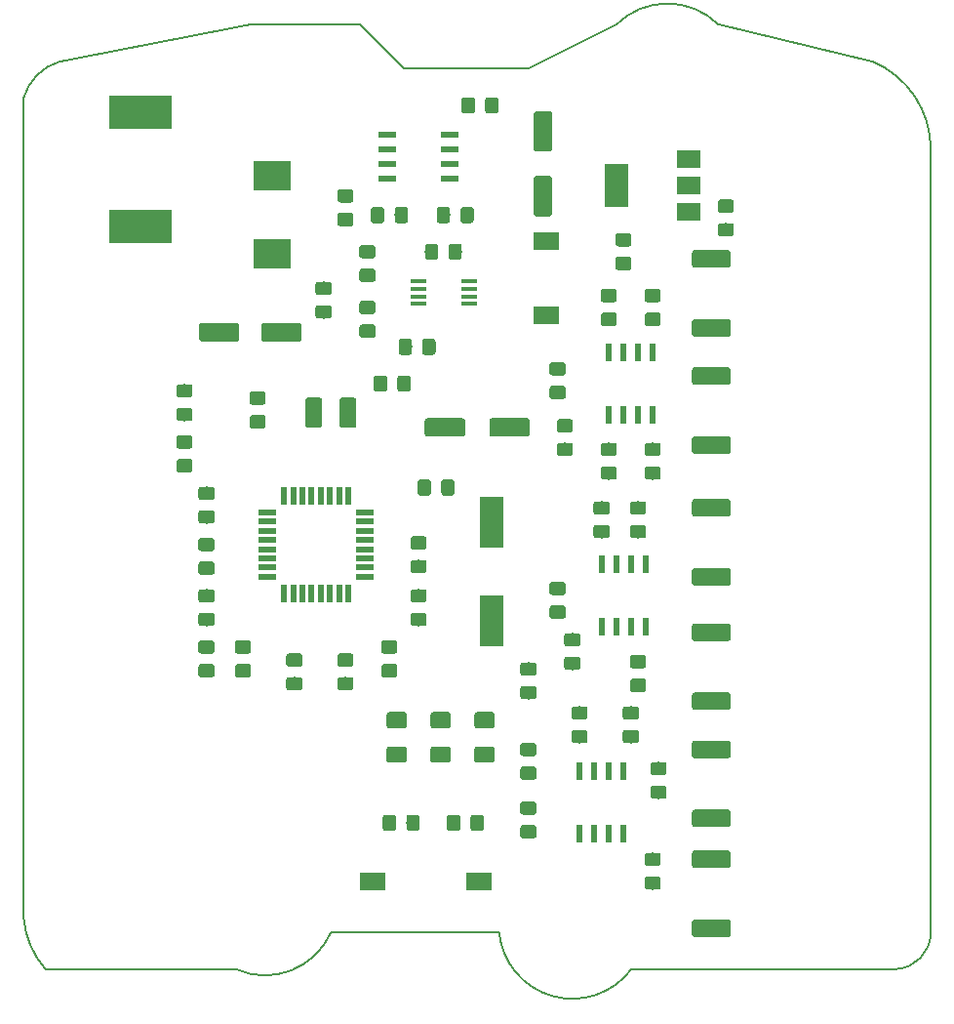
<source format=gbr>
%TF.GenerationSoftware,KiCad,Pcbnew,5.0.2-bee76a0~70~ubuntu18.04.1*%
%TF.CreationDate,2019-03-23T16:18:47+02:00*%
%TF.ProjectId,servos_control_schem,73657276-6f73-45f6-936f-6e74726f6c5f,rev?*%
%TF.SameCoordinates,Original*%
%TF.FileFunction,Paste,Top*%
%TF.FilePolarity,Positive*%
%FSLAX46Y46*%
G04 Gerber Fmt 4.6, Leading zero omitted, Abs format (unit mm)*
G04 Created by KiCad (PCBNEW 5.0.2-bee76a0~70~ubuntu18.04.1) date Sat 23 Mar 2019 04:18:47 PM EET*
%MOMM*%
%LPD*%
G01*
G04 APERTURE LIST*
%ADD10C,0.150000*%
%ADD11C,0.200000*%
%ADD12R,2.180000X1.600000*%
%ADD13C,1.525000*%
%ADD14C,1.600000*%
%ADD15C,1.150000*%
%ADD16R,2.000000X4.500000*%
%ADD17R,3.300000X2.500000*%
%ADD18C,1.425000*%
%ADD19R,5.400000X2.900000*%
%ADD20R,2.200000X1.500000*%
%ADD21R,1.600000X0.550000*%
%ADD22R,0.550000X1.600000*%
%ADD23R,1.450000X0.450000*%
%ADD24R,0.600000X1.550000*%
%ADD25R,1.550000X0.600000*%
%ADD26R,2.000000X1.500000*%
%ADD27R,2.000000X3.800000*%
G04 APERTURE END LIST*
D10*
X187325000Y-135255000D02*
X188595000Y-135255000D01*
X191770000Y-64135000D02*
X191770000Y-132080000D01*
X191770000Y-132080000D02*
G75*
G02X188595000Y-135255000I-3175000J0D01*
G01*
D11*
X165760335Y-135274003D02*
G75*
G02X154305001Y-132079999I-5105335J3829003D01*
G01*
D10*
X113030001Y-59690000D02*
X113030001Y-130809999D01*
X113030001Y-59690000D02*
G75*
G02X116205001Y-56515001I4444999J-1270000D01*
G01*
X173355000Y-53340000D02*
X186690000Y-56515000D01*
X186690000Y-56515000D02*
G75*
G02X191770000Y-64135000I-3175000J-7620000D01*
G01*
X156845000Y-57150000D02*
X164465000Y-53340000D01*
X146050000Y-57150000D02*
X142240000Y-53340000D01*
X156845000Y-57150000D02*
X146050000Y-57150000D01*
X164465001Y-53340001D02*
G75*
G02X173354999Y-53340001I4444999J-4444999D01*
G01*
X114935000Y-135255000D02*
X125095000Y-135255000D01*
X114935001Y-135254998D02*
G75*
G02X113030001Y-130809999I5714999J5079998D01*
G01*
X132715000Y-53340000D02*
X116205000Y-56515000D01*
X142240000Y-53340000D02*
X132715000Y-53340000D01*
X165735000Y-135255000D02*
X169545000Y-135255000D01*
X140970000Y-132080000D02*
X154305000Y-132080000D01*
X131445000Y-135255000D02*
X130175000Y-135255000D01*
X139699999Y-132079999D02*
G75*
G02X131445001Y-135254999I-5714999J2539999D01*
G01*
X139700000Y-132080000D02*
X140970000Y-132080000D01*
X126365000Y-135255000D02*
X130175000Y-135255000D01*
X169545000Y-135255000D02*
X187325000Y-135255000D01*
X126365000Y-135255000D02*
X125095000Y-135255000D01*
D12*
%TO.C,RESET*%
X152545000Y-127635000D03*
X143365000Y-127635000D03*
%TD*%
D10*
%TO.C,RShunt6*%
G36*
X174169505Y-130943704D02*
X174193773Y-130947304D01*
X174217572Y-130953265D01*
X174240671Y-130961530D01*
X174262850Y-130972020D01*
X174283893Y-130984632D01*
X174303599Y-130999247D01*
X174321777Y-131015723D01*
X174338253Y-131033901D01*
X174352868Y-131053607D01*
X174365480Y-131074650D01*
X174375970Y-131096829D01*
X174384235Y-131119928D01*
X174390196Y-131143727D01*
X174393796Y-131167995D01*
X174395000Y-131192499D01*
X174395000Y-132217501D01*
X174393796Y-132242005D01*
X174390196Y-132266273D01*
X174384235Y-132290072D01*
X174375970Y-132313171D01*
X174365480Y-132335350D01*
X174352868Y-132356393D01*
X174338253Y-132376099D01*
X174321777Y-132394277D01*
X174303599Y-132410753D01*
X174283893Y-132425368D01*
X174262850Y-132437980D01*
X174240671Y-132448470D01*
X174217572Y-132456735D01*
X174193773Y-132462696D01*
X174169505Y-132466296D01*
X174145001Y-132467500D01*
X171294999Y-132467500D01*
X171270495Y-132466296D01*
X171246227Y-132462696D01*
X171222428Y-132456735D01*
X171199329Y-132448470D01*
X171177150Y-132437980D01*
X171156107Y-132425368D01*
X171136401Y-132410753D01*
X171118223Y-132394277D01*
X171101747Y-132376099D01*
X171087132Y-132356393D01*
X171074520Y-132335350D01*
X171064030Y-132313171D01*
X171055765Y-132290072D01*
X171049804Y-132266273D01*
X171046204Y-132242005D01*
X171045000Y-132217501D01*
X171045000Y-131192499D01*
X171046204Y-131167995D01*
X171049804Y-131143727D01*
X171055765Y-131119928D01*
X171064030Y-131096829D01*
X171074520Y-131074650D01*
X171087132Y-131053607D01*
X171101747Y-131033901D01*
X171118223Y-131015723D01*
X171136401Y-130999247D01*
X171156107Y-130984632D01*
X171177150Y-130972020D01*
X171199329Y-130961530D01*
X171222428Y-130953265D01*
X171246227Y-130947304D01*
X171270495Y-130943704D01*
X171294999Y-130942500D01*
X174145001Y-130942500D01*
X174169505Y-130943704D01*
X174169505Y-130943704D01*
G37*
D13*
X172720000Y-131705000D03*
D10*
G36*
X174169505Y-124968704D02*
X174193773Y-124972304D01*
X174217572Y-124978265D01*
X174240671Y-124986530D01*
X174262850Y-124997020D01*
X174283893Y-125009632D01*
X174303599Y-125024247D01*
X174321777Y-125040723D01*
X174338253Y-125058901D01*
X174352868Y-125078607D01*
X174365480Y-125099650D01*
X174375970Y-125121829D01*
X174384235Y-125144928D01*
X174390196Y-125168727D01*
X174393796Y-125192995D01*
X174395000Y-125217499D01*
X174395000Y-126242501D01*
X174393796Y-126267005D01*
X174390196Y-126291273D01*
X174384235Y-126315072D01*
X174375970Y-126338171D01*
X174365480Y-126360350D01*
X174352868Y-126381393D01*
X174338253Y-126401099D01*
X174321777Y-126419277D01*
X174303599Y-126435753D01*
X174283893Y-126450368D01*
X174262850Y-126462980D01*
X174240671Y-126473470D01*
X174217572Y-126481735D01*
X174193773Y-126487696D01*
X174169505Y-126491296D01*
X174145001Y-126492500D01*
X171294999Y-126492500D01*
X171270495Y-126491296D01*
X171246227Y-126487696D01*
X171222428Y-126481735D01*
X171199329Y-126473470D01*
X171177150Y-126462980D01*
X171156107Y-126450368D01*
X171136401Y-126435753D01*
X171118223Y-126419277D01*
X171101747Y-126401099D01*
X171087132Y-126381393D01*
X171074520Y-126360350D01*
X171064030Y-126338171D01*
X171055765Y-126315072D01*
X171049804Y-126291273D01*
X171046204Y-126267005D01*
X171045000Y-126242501D01*
X171045000Y-125217499D01*
X171046204Y-125192995D01*
X171049804Y-125168727D01*
X171055765Y-125144928D01*
X171064030Y-125121829D01*
X171074520Y-125099650D01*
X171087132Y-125078607D01*
X171101747Y-125058901D01*
X171118223Y-125040723D01*
X171136401Y-125024247D01*
X171156107Y-125009632D01*
X171177150Y-124997020D01*
X171199329Y-124986530D01*
X171222428Y-124978265D01*
X171246227Y-124972304D01*
X171270495Y-124968704D01*
X171294999Y-124967500D01*
X174145001Y-124967500D01*
X174169505Y-124968704D01*
X174169505Y-124968704D01*
G37*
D13*
X172720000Y-125730000D03*
%TD*%
D10*
%TO.C,C2*%
G36*
X151124504Y-87466204D02*
X151148773Y-87469804D01*
X151172571Y-87475765D01*
X151195671Y-87484030D01*
X151217849Y-87494520D01*
X151238893Y-87507133D01*
X151258598Y-87521747D01*
X151276777Y-87538223D01*
X151293253Y-87556402D01*
X151307867Y-87576107D01*
X151320480Y-87597151D01*
X151330970Y-87619329D01*
X151339235Y-87642429D01*
X151345196Y-87666227D01*
X151348796Y-87690496D01*
X151350000Y-87715000D01*
X151350000Y-88815000D01*
X151348796Y-88839504D01*
X151345196Y-88863773D01*
X151339235Y-88887571D01*
X151330970Y-88910671D01*
X151320480Y-88932849D01*
X151307867Y-88953893D01*
X151293253Y-88973598D01*
X151276777Y-88991777D01*
X151258598Y-89008253D01*
X151238893Y-89022867D01*
X151217849Y-89035480D01*
X151195671Y-89045970D01*
X151172571Y-89054235D01*
X151148773Y-89060196D01*
X151124504Y-89063796D01*
X151100000Y-89065000D01*
X148100000Y-89065000D01*
X148075496Y-89063796D01*
X148051227Y-89060196D01*
X148027429Y-89054235D01*
X148004329Y-89045970D01*
X147982151Y-89035480D01*
X147961107Y-89022867D01*
X147941402Y-89008253D01*
X147923223Y-88991777D01*
X147906747Y-88973598D01*
X147892133Y-88953893D01*
X147879520Y-88932849D01*
X147869030Y-88910671D01*
X147860765Y-88887571D01*
X147854804Y-88863773D01*
X147851204Y-88839504D01*
X147850000Y-88815000D01*
X147850000Y-87715000D01*
X147851204Y-87690496D01*
X147854804Y-87666227D01*
X147860765Y-87642429D01*
X147869030Y-87619329D01*
X147879520Y-87597151D01*
X147892133Y-87576107D01*
X147906747Y-87556402D01*
X147923223Y-87538223D01*
X147941402Y-87521747D01*
X147961107Y-87507133D01*
X147982151Y-87494520D01*
X148004329Y-87484030D01*
X148027429Y-87475765D01*
X148051227Y-87469804D01*
X148075496Y-87466204D01*
X148100000Y-87465000D01*
X151100000Y-87465000D01*
X151124504Y-87466204D01*
X151124504Y-87466204D01*
G37*
D14*
X149600000Y-88265000D03*
D10*
G36*
X156724504Y-87466204D02*
X156748773Y-87469804D01*
X156772571Y-87475765D01*
X156795671Y-87484030D01*
X156817849Y-87494520D01*
X156838893Y-87507133D01*
X156858598Y-87521747D01*
X156876777Y-87538223D01*
X156893253Y-87556402D01*
X156907867Y-87576107D01*
X156920480Y-87597151D01*
X156930970Y-87619329D01*
X156939235Y-87642429D01*
X156945196Y-87666227D01*
X156948796Y-87690496D01*
X156950000Y-87715000D01*
X156950000Y-88815000D01*
X156948796Y-88839504D01*
X156945196Y-88863773D01*
X156939235Y-88887571D01*
X156930970Y-88910671D01*
X156920480Y-88932849D01*
X156907867Y-88953893D01*
X156893253Y-88973598D01*
X156876777Y-88991777D01*
X156858598Y-89008253D01*
X156838893Y-89022867D01*
X156817849Y-89035480D01*
X156795671Y-89045970D01*
X156772571Y-89054235D01*
X156748773Y-89060196D01*
X156724504Y-89063796D01*
X156700000Y-89065000D01*
X153700000Y-89065000D01*
X153675496Y-89063796D01*
X153651227Y-89060196D01*
X153627429Y-89054235D01*
X153604329Y-89045970D01*
X153582151Y-89035480D01*
X153561107Y-89022867D01*
X153541402Y-89008253D01*
X153523223Y-88991777D01*
X153506747Y-88973598D01*
X153492133Y-88953893D01*
X153479520Y-88932849D01*
X153469030Y-88910671D01*
X153460765Y-88887571D01*
X153454804Y-88863773D01*
X153451204Y-88839504D01*
X153450000Y-88815000D01*
X153450000Y-87715000D01*
X153451204Y-87690496D01*
X153454804Y-87666227D01*
X153460765Y-87642429D01*
X153469030Y-87619329D01*
X153479520Y-87597151D01*
X153492133Y-87576107D01*
X153506747Y-87556402D01*
X153523223Y-87538223D01*
X153541402Y-87521747D01*
X153561107Y-87507133D01*
X153582151Y-87494520D01*
X153604329Y-87484030D01*
X153627429Y-87475765D01*
X153651227Y-87469804D01*
X153675496Y-87466204D01*
X153700000Y-87465000D01*
X156700000Y-87465000D01*
X156724504Y-87466204D01*
X156724504Y-87466204D01*
G37*
D14*
X155200000Y-88265000D03*
%TD*%
D10*
%TO.C,C6*%
G36*
X158689504Y-66456204D02*
X158713773Y-66459804D01*
X158737571Y-66465765D01*
X158760671Y-66474030D01*
X158782849Y-66484520D01*
X158803893Y-66497133D01*
X158823598Y-66511747D01*
X158841777Y-66528223D01*
X158858253Y-66546402D01*
X158872867Y-66566107D01*
X158885480Y-66587151D01*
X158895970Y-66609329D01*
X158904235Y-66632429D01*
X158910196Y-66656227D01*
X158913796Y-66680496D01*
X158915000Y-66705000D01*
X158915000Y-69705000D01*
X158913796Y-69729504D01*
X158910196Y-69753773D01*
X158904235Y-69777571D01*
X158895970Y-69800671D01*
X158885480Y-69822849D01*
X158872867Y-69843893D01*
X158858253Y-69863598D01*
X158841777Y-69881777D01*
X158823598Y-69898253D01*
X158803893Y-69912867D01*
X158782849Y-69925480D01*
X158760671Y-69935970D01*
X158737571Y-69944235D01*
X158713773Y-69950196D01*
X158689504Y-69953796D01*
X158665000Y-69955000D01*
X157565000Y-69955000D01*
X157540496Y-69953796D01*
X157516227Y-69950196D01*
X157492429Y-69944235D01*
X157469329Y-69935970D01*
X157447151Y-69925480D01*
X157426107Y-69912867D01*
X157406402Y-69898253D01*
X157388223Y-69881777D01*
X157371747Y-69863598D01*
X157357133Y-69843893D01*
X157344520Y-69822849D01*
X157334030Y-69800671D01*
X157325765Y-69777571D01*
X157319804Y-69753773D01*
X157316204Y-69729504D01*
X157315000Y-69705000D01*
X157315000Y-66705000D01*
X157316204Y-66680496D01*
X157319804Y-66656227D01*
X157325765Y-66632429D01*
X157334030Y-66609329D01*
X157344520Y-66587151D01*
X157357133Y-66566107D01*
X157371747Y-66546402D01*
X157388223Y-66528223D01*
X157406402Y-66511747D01*
X157426107Y-66497133D01*
X157447151Y-66484520D01*
X157469329Y-66474030D01*
X157492429Y-66465765D01*
X157516227Y-66459804D01*
X157540496Y-66456204D01*
X157565000Y-66455000D01*
X158665000Y-66455000D01*
X158689504Y-66456204D01*
X158689504Y-66456204D01*
G37*
D14*
X158115000Y-68205000D03*
D10*
G36*
X158689504Y-60856204D02*
X158713773Y-60859804D01*
X158737571Y-60865765D01*
X158760671Y-60874030D01*
X158782849Y-60884520D01*
X158803893Y-60897133D01*
X158823598Y-60911747D01*
X158841777Y-60928223D01*
X158858253Y-60946402D01*
X158872867Y-60966107D01*
X158885480Y-60987151D01*
X158895970Y-61009329D01*
X158904235Y-61032429D01*
X158910196Y-61056227D01*
X158913796Y-61080496D01*
X158915000Y-61105000D01*
X158915000Y-64105000D01*
X158913796Y-64129504D01*
X158910196Y-64153773D01*
X158904235Y-64177571D01*
X158895970Y-64200671D01*
X158885480Y-64222849D01*
X158872867Y-64243893D01*
X158858253Y-64263598D01*
X158841777Y-64281777D01*
X158823598Y-64298253D01*
X158803893Y-64312867D01*
X158782849Y-64325480D01*
X158760671Y-64335970D01*
X158737571Y-64344235D01*
X158713773Y-64350196D01*
X158689504Y-64353796D01*
X158665000Y-64355000D01*
X157565000Y-64355000D01*
X157540496Y-64353796D01*
X157516227Y-64350196D01*
X157492429Y-64344235D01*
X157469329Y-64335970D01*
X157447151Y-64325480D01*
X157426107Y-64312867D01*
X157406402Y-64298253D01*
X157388223Y-64281777D01*
X157371747Y-64263598D01*
X157357133Y-64243893D01*
X157344520Y-64222849D01*
X157334030Y-64200671D01*
X157325765Y-64177571D01*
X157319804Y-64153773D01*
X157316204Y-64129504D01*
X157315000Y-64105000D01*
X157315000Y-61105000D01*
X157316204Y-61080496D01*
X157319804Y-61056227D01*
X157325765Y-61032429D01*
X157334030Y-61009329D01*
X157344520Y-60987151D01*
X157357133Y-60966107D01*
X157371747Y-60946402D01*
X157388223Y-60928223D01*
X157406402Y-60911747D01*
X157426107Y-60897133D01*
X157447151Y-60884520D01*
X157469329Y-60874030D01*
X157492429Y-60865765D01*
X157516227Y-60859804D01*
X157540496Y-60856204D01*
X157565000Y-60855000D01*
X158665000Y-60855000D01*
X158689504Y-60856204D01*
X158689504Y-60856204D01*
G37*
D14*
X158115000Y-62605000D03*
%TD*%
D10*
%TO.C,Co1*%
G36*
X131539504Y-79211204D02*
X131563773Y-79214804D01*
X131587571Y-79220765D01*
X131610671Y-79229030D01*
X131632849Y-79239520D01*
X131653893Y-79252133D01*
X131673598Y-79266747D01*
X131691777Y-79283223D01*
X131708253Y-79301402D01*
X131722867Y-79321107D01*
X131735480Y-79342151D01*
X131745970Y-79364329D01*
X131754235Y-79387429D01*
X131760196Y-79411227D01*
X131763796Y-79435496D01*
X131765000Y-79460000D01*
X131765000Y-80560000D01*
X131763796Y-80584504D01*
X131760196Y-80608773D01*
X131754235Y-80632571D01*
X131745970Y-80655671D01*
X131735480Y-80677849D01*
X131722867Y-80698893D01*
X131708253Y-80718598D01*
X131691777Y-80736777D01*
X131673598Y-80753253D01*
X131653893Y-80767867D01*
X131632849Y-80780480D01*
X131610671Y-80790970D01*
X131587571Y-80799235D01*
X131563773Y-80805196D01*
X131539504Y-80808796D01*
X131515000Y-80810000D01*
X128515000Y-80810000D01*
X128490496Y-80808796D01*
X128466227Y-80805196D01*
X128442429Y-80799235D01*
X128419329Y-80790970D01*
X128397151Y-80780480D01*
X128376107Y-80767867D01*
X128356402Y-80753253D01*
X128338223Y-80736777D01*
X128321747Y-80718598D01*
X128307133Y-80698893D01*
X128294520Y-80677849D01*
X128284030Y-80655671D01*
X128275765Y-80632571D01*
X128269804Y-80608773D01*
X128266204Y-80584504D01*
X128265000Y-80560000D01*
X128265000Y-79460000D01*
X128266204Y-79435496D01*
X128269804Y-79411227D01*
X128275765Y-79387429D01*
X128284030Y-79364329D01*
X128294520Y-79342151D01*
X128307133Y-79321107D01*
X128321747Y-79301402D01*
X128338223Y-79283223D01*
X128356402Y-79266747D01*
X128376107Y-79252133D01*
X128397151Y-79239520D01*
X128419329Y-79229030D01*
X128442429Y-79220765D01*
X128466227Y-79214804D01*
X128490496Y-79211204D01*
X128515000Y-79210000D01*
X131515000Y-79210000D01*
X131539504Y-79211204D01*
X131539504Y-79211204D01*
G37*
D14*
X130015000Y-80010000D03*
D10*
G36*
X136939504Y-79211204D02*
X136963773Y-79214804D01*
X136987571Y-79220765D01*
X137010671Y-79229030D01*
X137032849Y-79239520D01*
X137053893Y-79252133D01*
X137073598Y-79266747D01*
X137091777Y-79283223D01*
X137108253Y-79301402D01*
X137122867Y-79321107D01*
X137135480Y-79342151D01*
X137145970Y-79364329D01*
X137154235Y-79387429D01*
X137160196Y-79411227D01*
X137163796Y-79435496D01*
X137165000Y-79460000D01*
X137165000Y-80560000D01*
X137163796Y-80584504D01*
X137160196Y-80608773D01*
X137154235Y-80632571D01*
X137145970Y-80655671D01*
X137135480Y-80677849D01*
X137122867Y-80698893D01*
X137108253Y-80718598D01*
X137091777Y-80736777D01*
X137073598Y-80753253D01*
X137053893Y-80767867D01*
X137032849Y-80780480D01*
X137010671Y-80790970D01*
X136987571Y-80799235D01*
X136963773Y-80805196D01*
X136939504Y-80808796D01*
X136915000Y-80810000D01*
X133915000Y-80810000D01*
X133890496Y-80808796D01*
X133866227Y-80805196D01*
X133842429Y-80799235D01*
X133819329Y-80790970D01*
X133797151Y-80780480D01*
X133776107Y-80767867D01*
X133756402Y-80753253D01*
X133738223Y-80736777D01*
X133721747Y-80718598D01*
X133707133Y-80698893D01*
X133694520Y-80677849D01*
X133684030Y-80655671D01*
X133675765Y-80632571D01*
X133669804Y-80608773D01*
X133666204Y-80584504D01*
X133665000Y-80560000D01*
X133665000Y-79460000D01*
X133666204Y-79435496D01*
X133669804Y-79411227D01*
X133675765Y-79387429D01*
X133684030Y-79364329D01*
X133694520Y-79342151D01*
X133707133Y-79321107D01*
X133721747Y-79301402D01*
X133738223Y-79283223D01*
X133756402Y-79266747D01*
X133776107Y-79252133D01*
X133797151Y-79239520D01*
X133819329Y-79229030D01*
X133842429Y-79220765D01*
X133866227Y-79214804D01*
X133890496Y-79211204D01*
X133915000Y-79210000D01*
X136915000Y-79210000D01*
X136939504Y-79211204D01*
X136939504Y-79211204D01*
G37*
D14*
X135415000Y-80010000D03*
%TD*%
D10*
%TO.C,C12*%
G36*
X150844505Y-72326204D02*
X150868773Y-72329804D01*
X150892572Y-72335765D01*
X150915671Y-72344030D01*
X150937850Y-72354520D01*
X150958893Y-72367132D01*
X150978599Y-72381747D01*
X150996777Y-72398223D01*
X151013253Y-72416401D01*
X151027868Y-72436107D01*
X151040480Y-72457150D01*
X151050970Y-72479329D01*
X151059235Y-72502428D01*
X151065196Y-72526227D01*
X151068796Y-72550495D01*
X151070000Y-72574999D01*
X151070000Y-73475001D01*
X151068796Y-73499505D01*
X151065196Y-73523773D01*
X151059235Y-73547572D01*
X151050970Y-73570671D01*
X151040480Y-73592850D01*
X151027868Y-73613893D01*
X151013253Y-73633599D01*
X150996777Y-73651777D01*
X150978599Y-73668253D01*
X150958893Y-73682868D01*
X150937850Y-73695480D01*
X150915671Y-73705970D01*
X150892572Y-73714235D01*
X150868773Y-73720196D01*
X150844505Y-73723796D01*
X150820001Y-73725000D01*
X150169999Y-73725000D01*
X150145495Y-73723796D01*
X150121227Y-73720196D01*
X150097428Y-73714235D01*
X150074329Y-73705970D01*
X150052150Y-73695480D01*
X150031107Y-73682868D01*
X150011401Y-73668253D01*
X149993223Y-73651777D01*
X149976747Y-73633599D01*
X149962132Y-73613893D01*
X149949520Y-73592850D01*
X149939030Y-73570671D01*
X149930765Y-73547572D01*
X149924804Y-73523773D01*
X149921204Y-73499505D01*
X149920000Y-73475001D01*
X149920000Y-72574999D01*
X149921204Y-72550495D01*
X149924804Y-72526227D01*
X149930765Y-72502428D01*
X149939030Y-72479329D01*
X149949520Y-72457150D01*
X149962132Y-72436107D01*
X149976747Y-72416401D01*
X149993223Y-72398223D01*
X150011401Y-72381747D01*
X150031107Y-72367132D01*
X150052150Y-72354520D01*
X150074329Y-72344030D01*
X150097428Y-72335765D01*
X150121227Y-72329804D01*
X150145495Y-72326204D01*
X150169999Y-72325000D01*
X150820001Y-72325000D01*
X150844505Y-72326204D01*
X150844505Y-72326204D01*
G37*
D15*
X150495000Y-73025000D03*
D10*
G36*
X148794505Y-72326204D02*
X148818773Y-72329804D01*
X148842572Y-72335765D01*
X148865671Y-72344030D01*
X148887850Y-72354520D01*
X148908893Y-72367132D01*
X148928599Y-72381747D01*
X148946777Y-72398223D01*
X148963253Y-72416401D01*
X148977868Y-72436107D01*
X148990480Y-72457150D01*
X149000970Y-72479329D01*
X149009235Y-72502428D01*
X149015196Y-72526227D01*
X149018796Y-72550495D01*
X149020000Y-72574999D01*
X149020000Y-73475001D01*
X149018796Y-73499505D01*
X149015196Y-73523773D01*
X149009235Y-73547572D01*
X149000970Y-73570671D01*
X148990480Y-73592850D01*
X148977868Y-73613893D01*
X148963253Y-73633599D01*
X148946777Y-73651777D01*
X148928599Y-73668253D01*
X148908893Y-73682868D01*
X148887850Y-73695480D01*
X148865671Y-73705970D01*
X148842572Y-73714235D01*
X148818773Y-73720196D01*
X148794505Y-73723796D01*
X148770001Y-73725000D01*
X148119999Y-73725000D01*
X148095495Y-73723796D01*
X148071227Y-73720196D01*
X148047428Y-73714235D01*
X148024329Y-73705970D01*
X148002150Y-73695480D01*
X147981107Y-73682868D01*
X147961401Y-73668253D01*
X147943223Y-73651777D01*
X147926747Y-73633599D01*
X147912132Y-73613893D01*
X147899520Y-73592850D01*
X147889030Y-73570671D01*
X147880765Y-73547572D01*
X147874804Y-73523773D01*
X147871204Y-73499505D01*
X147870000Y-73475001D01*
X147870000Y-72574999D01*
X147871204Y-72550495D01*
X147874804Y-72526227D01*
X147880765Y-72502428D01*
X147889030Y-72479329D01*
X147899520Y-72457150D01*
X147912132Y-72436107D01*
X147926747Y-72416401D01*
X147943223Y-72398223D01*
X147961401Y-72381747D01*
X147981107Y-72367132D01*
X148002150Y-72354520D01*
X148024329Y-72344030D01*
X148047428Y-72335765D01*
X148071227Y-72329804D01*
X148095495Y-72326204D01*
X148119999Y-72325000D01*
X148770001Y-72325000D01*
X148794505Y-72326204D01*
X148794505Y-72326204D01*
G37*
D15*
X148445000Y-73025000D03*
%TD*%
D10*
%TO.C,C10*%
G36*
X150209505Y-92773204D02*
X150233773Y-92776804D01*
X150257572Y-92782765D01*
X150280671Y-92791030D01*
X150302850Y-92801520D01*
X150323893Y-92814132D01*
X150343599Y-92828747D01*
X150361777Y-92845223D01*
X150378253Y-92863401D01*
X150392868Y-92883107D01*
X150405480Y-92904150D01*
X150415970Y-92926329D01*
X150424235Y-92949428D01*
X150430196Y-92973227D01*
X150433796Y-92997495D01*
X150435000Y-93021999D01*
X150435000Y-93922001D01*
X150433796Y-93946505D01*
X150430196Y-93970773D01*
X150424235Y-93994572D01*
X150415970Y-94017671D01*
X150405480Y-94039850D01*
X150392868Y-94060893D01*
X150378253Y-94080599D01*
X150361777Y-94098777D01*
X150343599Y-94115253D01*
X150323893Y-94129868D01*
X150302850Y-94142480D01*
X150280671Y-94152970D01*
X150257572Y-94161235D01*
X150233773Y-94167196D01*
X150209505Y-94170796D01*
X150185001Y-94172000D01*
X149534999Y-94172000D01*
X149510495Y-94170796D01*
X149486227Y-94167196D01*
X149462428Y-94161235D01*
X149439329Y-94152970D01*
X149417150Y-94142480D01*
X149396107Y-94129868D01*
X149376401Y-94115253D01*
X149358223Y-94098777D01*
X149341747Y-94080599D01*
X149327132Y-94060893D01*
X149314520Y-94039850D01*
X149304030Y-94017671D01*
X149295765Y-93994572D01*
X149289804Y-93970773D01*
X149286204Y-93946505D01*
X149285000Y-93922001D01*
X149285000Y-93021999D01*
X149286204Y-92997495D01*
X149289804Y-92973227D01*
X149295765Y-92949428D01*
X149304030Y-92926329D01*
X149314520Y-92904150D01*
X149327132Y-92883107D01*
X149341747Y-92863401D01*
X149358223Y-92845223D01*
X149376401Y-92828747D01*
X149396107Y-92814132D01*
X149417150Y-92801520D01*
X149439329Y-92791030D01*
X149462428Y-92782765D01*
X149486227Y-92776804D01*
X149510495Y-92773204D01*
X149534999Y-92772000D01*
X150185001Y-92772000D01*
X150209505Y-92773204D01*
X150209505Y-92773204D01*
G37*
D15*
X149860000Y-93472000D03*
D10*
G36*
X148159505Y-92773204D02*
X148183773Y-92776804D01*
X148207572Y-92782765D01*
X148230671Y-92791030D01*
X148252850Y-92801520D01*
X148273893Y-92814132D01*
X148293599Y-92828747D01*
X148311777Y-92845223D01*
X148328253Y-92863401D01*
X148342868Y-92883107D01*
X148355480Y-92904150D01*
X148365970Y-92926329D01*
X148374235Y-92949428D01*
X148380196Y-92973227D01*
X148383796Y-92997495D01*
X148385000Y-93021999D01*
X148385000Y-93922001D01*
X148383796Y-93946505D01*
X148380196Y-93970773D01*
X148374235Y-93994572D01*
X148365970Y-94017671D01*
X148355480Y-94039850D01*
X148342868Y-94060893D01*
X148328253Y-94080599D01*
X148311777Y-94098777D01*
X148293599Y-94115253D01*
X148273893Y-94129868D01*
X148252850Y-94142480D01*
X148230671Y-94152970D01*
X148207572Y-94161235D01*
X148183773Y-94167196D01*
X148159505Y-94170796D01*
X148135001Y-94172000D01*
X147484999Y-94172000D01*
X147460495Y-94170796D01*
X147436227Y-94167196D01*
X147412428Y-94161235D01*
X147389329Y-94152970D01*
X147367150Y-94142480D01*
X147346107Y-94129868D01*
X147326401Y-94115253D01*
X147308223Y-94098777D01*
X147291747Y-94080599D01*
X147277132Y-94060893D01*
X147264520Y-94039850D01*
X147254030Y-94017671D01*
X147245765Y-93994572D01*
X147239804Y-93970773D01*
X147236204Y-93946505D01*
X147235000Y-93922001D01*
X147235000Y-93021999D01*
X147236204Y-92997495D01*
X147239804Y-92973227D01*
X147245765Y-92949428D01*
X147254030Y-92926329D01*
X147264520Y-92904150D01*
X147277132Y-92883107D01*
X147291747Y-92863401D01*
X147308223Y-92845223D01*
X147326401Y-92828747D01*
X147346107Y-92814132D01*
X147367150Y-92801520D01*
X147389329Y-92791030D01*
X147412428Y-92782765D01*
X147436227Y-92776804D01*
X147460495Y-92773204D01*
X147484999Y-92772000D01*
X148135001Y-92772000D01*
X148159505Y-92773204D01*
X148159505Y-92773204D01*
G37*
D15*
X147810000Y-93472000D03*
%TD*%
D10*
%TO.C,C9*%
G36*
X148562134Y-80581204D02*
X148586402Y-80584804D01*
X148610201Y-80590765D01*
X148633300Y-80599030D01*
X148655479Y-80609520D01*
X148676522Y-80622132D01*
X148696228Y-80636747D01*
X148714406Y-80653223D01*
X148730882Y-80671401D01*
X148745497Y-80691107D01*
X148758109Y-80712150D01*
X148768599Y-80734329D01*
X148776864Y-80757428D01*
X148782825Y-80781227D01*
X148786425Y-80805495D01*
X148787629Y-80829999D01*
X148787629Y-81730001D01*
X148786425Y-81754505D01*
X148782825Y-81778773D01*
X148776864Y-81802572D01*
X148768599Y-81825671D01*
X148758109Y-81847850D01*
X148745497Y-81868893D01*
X148730882Y-81888599D01*
X148714406Y-81906777D01*
X148696228Y-81923253D01*
X148676522Y-81937868D01*
X148655479Y-81950480D01*
X148633300Y-81960970D01*
X148610201Y-81969235D01*
X148586402Y-81975196D01*
X148562134Y-81978796D01*
X148537630Y-81980000D01*
X147887628Y-81980000D01*
X147863124Y-81978796D01*
X147838856Y-81975196D01*
X147815057Y-81969235D01*
X147791958Y-81960970D01*
X147769779Y-81950480D01*
X147748736Y-81937868D01*
X147729030Y-81923253D01*
X147710852Y-81906777D01*
X147694376Y-81888599D01*
X147679761Y-81868893D01*
X147667149Y-81847850D01*
X147656659Y-81825671D01*
X147648394Y-81802572D01*
X147642433Y-81778773D01*
X147638833Y-81754505D01*
X147637629Y-81730001D01*
X147637629Y-80829999D01*
X147638833Y-80805495D01*
X147642433Y-80781227D01*
X147648394Y-80757428D01*
X147656659Y-80734329D01*
X147667149Y-80712150D01*
X147679761Y-80691107D01*
X147694376Y-80671401D01*
X147710852Y-80653223D01*
X147729030Y-80636747D01*
X147748736Y-80622132D01*
X147769779Y-80609520D01*
X147791958Y-80599030D01*
X147815057Y-80590765D01*
X147838856Y-80584804D01*
X147863124Y-80581204D01*
X147887628Y-80580000D01*
X148537630Y-80580000D01*
X148562134Y-80581204D01*
X148562134Y-80581204D01*
G37*
D15*
X148212629Y-81280000D03*
D10*
G36*
X146512134Y-80581204D02*
X146536402Y-80584804D01*
X146560201Y-80590765D01*
X146583300Y-80599030D01*
X146605479Y-80609520D01*
X146626522Y-80622132D01*
X146646228Y-80636747D01*
X146664406Y-80653223D01*
X146680882Y-80671401D01*
X146695497Y-80691107D01*
X146708109Y-80712150D01*
X146718599Y-80734329D01*
X146726864Y-80757428D01*
X146732825Y-80781227D01*
X146736425Y-80805495D01*
X146737629Y-80829999D01*
X146737629Y-81730001D01*
X146736425Y-81754505D01*
X146732825Y-81778773D01*
X146726864Y-81802572D01*
X146718599Y-81825671D01*
X146708109Y-81847850D01*
X146695497Y-81868893D01*
X146680882Y-81888599D01*
X146664406Y-81906777D01*
X146646228Y-81923253D01*
X146626522Y-81937868D01*
X146605479Y-81950480D01*
X146583300Y-81960970D01*
X146560201Y-81969235D01*
X146536402Y-81975196D01*
X146512134Y-81978796D01*
X146487630Y-81980000D01*
X145837628Y-81980000D01*
X145813124Y-81978796D01*
X145788856Y-81975196D01*
X145765057Y-81969235D01*
X145741958Y-81960970D01*
X145719779Y-81950480D01*
X145698736Y-81937868D01*
X145679030Y-81923253D01*
X145660852Y-81906777D01*
X145644376Y-81888599D01*
X145629761Y-81868893D01*
X145617149Y-81847850D01*
X145606659Y-81825671D01*
X145598394Y-81802572D01*
X145592433Y-81778773D01*
X145588833Y-81754505D01*
X145587629Y-81730001D01*
X145587629Y-80829999D01*
X145588833Y-80805495D01*
X145592433Y-80781227D01*
X145598394Y-80757428D01*
X145606659Y-80734329D01*
X145617149Y-80712150D01*
X145629761Y-80691107D01*
X145644376Y-80671401D01*
X145660852Y-80653223D01*
X145679030Y-80636747D01*
X145698736Y-80622132D01*
X145719779Y-80609520D01*
X145741958Y-80599030D01*
X145765057Y-80590765D01*
X145788856Y-80584804D01*
X145813124Y-80581204D01*
X145837628Y-80580000D01*
X146487630Y-80580000D01*
X146512134Y-80581204D01*
X146512134Y-80581204D01*
G37*
D15*
X146162629Y-81280000D03*
%TD*%
D10*
%TO.C,C8*%
G36*
X133824505Y-85151204D02*
X133848773Y-85154804D01*
X133872572Y-85160765D01*
X133895671Y-85169030D01*
X133917850Y-85179520D01*
X133938893Y-85192132D01*
X133958599Y-85206747D01*
X133976777Y-85223223D01*
X133993253Y-85241401D01*
X134007868Y-85261107D01*
X134020480Y-85282150D01*
X134030970Y-85304329D01*
X134039235Y-85327428D01*
X134045196Y-85351227D01*
X134048796Y-85375495D01*
X134050000Y-85399999D01*
X134050000Y-86050001D01*
X134048796Y-86074505D01*
X134045196Y-86098773D01*
X134039235Y-86122572D01*
X134030970Y-86145671D01*
X134020480Y-86167850D01*
X134007868Y-86188893D01*
X133993253Y-86208599D01*
X133976777Y-86226777D01*
X133958599Y-86243253D01*
X133938893Y-86257868D01*
X133917850Y-86270480D01*
X133895671Y-86280970D01*
X133872572Y-86289235D01*
X133848773Y-86295196D01*
X133824505Y-86298796D01*
X133800001Y-86300000D01*
X132899999Y-86300000D01*
X132875495Y-86298796D01*
X132851227Y-86295196D01*
X132827428Y-86289235D01*
X132804329Y-86280970D01*
X132782150Y-86270480D01*
X132761107Y-86257868D01*
X132741401Y-86243253D01*
X132723223Y-86226777D01*
X132706747Y-86208599D01*
X132692132Y-86188893D01*
X132679520Y-86167850D01*
X132669030Y-86145671D01*
X132660765Y-86122572D01*
X132654804Y-86098773D01*
X132651204Y-86074505D01*
X132650000Y-86050001D01*
X132650000Y-85399999D01*
X132651204Y-85375495D01*
X132654804Y-85351227D01*
X132660765Y-85327428D01*
X132669030Y-85304329D01*
X132679520Y-85282150D01*
X132692132Y-85261107D01*
X132706747Y-85241401D01*
X132723223Y-85223223D01*
X132741401Y-85206747D01*
X132761107Y-85192132D01*
X132782150Y-85179520D01*
X132804329Y-85169030D01*
X132827428Y-85160765D01*
X132851227Y-85154804D01*
X132875495Y-85151204D01*
X132899999Y-85150000D01*
X133800001Y-85150000D01*
X133824505Y-85151204D01*
X133824505Y-85151204D01*
G37*
D15*
X133350000Y-85725000D03*
D10*
G36*
X133824505Y-87201204D02*
X133848773Y-87204804D01*
X133872572Y-87210765D01*
X133895671Y-87219030D01*
X133917850Y-87229520D01*
X133938893Y-87242132D01*
X133958599Y-87256747D01*
X133976777Y-87273223D01*
X133993253Y-87291401D01*
X134007868Y-87311107D01*
X134020480Y-87332150D01*
X134030970Y-87354329D01*
X134039235Y-87377428D01*
X134045196Y-87401227D01*
X134048796Y-87425495D01*
X134050000Y-87449999D01*
X134050000Y-88100001D01*
X134048796Y-88124505D01*
X134045196Y-88148773D01*
X134039235Y-88172572D01*
X134030970Y-88195671D01*
X134020480Y-88217850D01*
X134007868Y-88238893D01*
X133993253Y-88258599D01*
X133976777Y-88276777D01*
X133958599Y-88293253D01*
X133938893Y-88307868D01*
X133917850Y-88320480D01*
X133895671Y-88330970D01*
X133872572Y-88339235D01*
X133848773Y-88345196D01*
X133824505Y-88348796D01*
X133800001Y-88350000D01*
X132899999Y-88350000D01*
X132875495Y-88348796D01*
X132851227Y-88345196D01*
X132827428Y-88339235D01*
X132804329Y-88330970D01*
X132782150Y-88320480D01*
X132761107Y-88307868D01*
X132741401Y-88293253D01*
X132723223Y-88276777D01*
X132706747Y-88258599D01*
X132692132Y-88238893D01*
X132679520Y-88217850D01*
X132669030Y-88195671D01*
X132660765Y-88172572D01*
X132654804Y-88148773D01*
X132651204Y-88124505D01*
X132650000Y-88100001D01*
X132650000Y-87449999D01*
X132651204Y-87425495D01*
X132654804Y-87401227D01*
X132660765Y-87377428D01*
X132669030Y-87354329D01*
X132679520Y-87332150D01*
X132692132Y-87311107D01*
X132706747Y-87291401D01*
X132723223Y-87273223D01*
X132741401Y-87256747D01*
X132761107Y-87242132D01*
X132782150Y-87229520D01*
X132804329Y-87219030D01*
X132827428Y-87210765D01*
X132851227Y-87204804D01*
X132875495Y-87201204D01*
X132899999Y-87200000D01*
X133800001Y-87200000D01*
X133824505Y-87201204D01*
X133824505Y-87201204D01*
G37*
D15*
X133350000Y-87775000D03*
%TD*%
D10*
%TO.C,C7*%
G36*
X146399505Y-83756204D02*
X146423773Y-83759804D01*
X146447572Y-83765765D01*
X146470671Y-83774030D01*
X146492850Y-83784520D01*
X146513893Y-83797132D01*
X146533599Y-83811747D01*
X146551777Y-83828223D01*
X146568253Y-83846401D01*
X146582868Y-83866107D01*
X146595480Y-83887150D01*
X146605970Y-83909329D01*
X146614235Y-83932428D01*
X146620196Y-83956227D01*
X146623796Y-83980495D01*
X146625000Y-84004999D01*
X146625000Y-84905001D01*
X146623796Y-84929505D01*
X146620196Y-84953773D01*
X146614235Y-84977572D01*
X146605970Y-85000671D01*
X146595480Y-85022850D01*
X146582868Y-85043893D01*
X146568253Y-85063599D01*
X146551777Y-85081777D01*
X146533599Y-85098253D01*
X146513893Y-85112868D01*
X146492850Y-85125480D01*
X146470671Y-85135970D01*
X146447572Y-85144235D01*
X146423773Y-85150196D01*
X146399505Y-85153796D01*
X146375001Y-85155000D01*
X145724999Y-85155000D01*
X145700495Y-85153796D01*
X145676227Y-85150196D01*
X145652428Y-85144235D01*
X145629329Y-85135970D01*
X145607150Y-85125480D01*
X145586107Y-85112868D01*
X145566401Y-85098253D01*
X145548223Y-85081777D01*
X145531747Y-85063599D01*
X145517132Y-85043893D01*
X145504520Y-85022850D01*
X145494030Y-85000671D01*
X145485765Y-84977572D01*
X145479804Y-84953773D01*
X145476204Y-84929505D01*
X145475000Y-84905001D01*
X145475000Y-84004999D01*
X145476204Y-83980495D01*
X145479804Y-83956227D01*
X145485765Y-83932428D01*
X145494030Y-83909329D01*
X145504520Y-83887150D01*
X145517132Y-83866107D01*
X145531747Y-83846401D01*
X145548223Y-83828223D01*
X145566401Y-83811747D01*
X145586107Y-83797132D01*
X145607150Y-83784520D01*
X145629329Y-83774030D01*
X145652428Y-83765765D01*
X145676227Y-83759804D01*
X145700495Y-83756204D01*
X145724999Y-83755000D01*
X146375001Y-83755000D01*
X146399505Y-83756204D01*
X146399505Y-83756204D01*
G37*
D15*
X146050000Y-84455000D03*
D10*
G36*
X144349505Y-83756204D02*
X144373773Y-83759804D01*
X144397572Y-83765765D01*
X144420671Y-83774030D01*
X144442850Y-83784520D01*
X144463893Y-83797132D01*
X144483599Y-83811747D01*
X144501777Y-83828223D01*
X144518253Y-83846401D01*
X144532868Y-83866107D01*
X144545480Y-83887150D01*
X144555970Y-83909329D01*
X144564235Y-83932428D01*
X144570196Y-83956227D01*
X144573796Y-83980495D01*
X144575000Y-84004999D01*
X144575000Y-84905001D01*
X144573796Y-84929505D01*
X144570196Y-84953773D01*
X144564235Y-84977572D01*
X144555970Y-85000671D01*
X144545480Y-85022850D01*
X144532868Y-85043893D01*
X144518253Y-85063599D01*
X144501777Y-85081777D01*
X144483599Y-85098253D01*
X144463893Y-85112868D01*
X144442850Y-85125480D01*
X144420671Y-85135970D01*
X144397572Y-85144235D01*
X144373773Y-85150196D01*
X144349505Y-85153796D01*
X144325001Y-85155000D01*
X143674999Y-85155000D01*
X143650495Y-85153796D01*
X143626227Y-85150196D01*
X143602428Y-85144235D01*
X143579329Y-85135970D01*
X143557150Y-85125480D01*
X143536107Y-85112868D01*
X143516401Y-85098253D01*
X143498223Y-85081777D01*
X143481747Y-85063599D01*
X143467132Y-85043893D01*
X143454520Y-85022850D01*
X143444030Y-85000671D01*
X143435765Y-84977572D01*
X143429804Y-84953773D01*
X143426204Y-84929505D01*
X143425000Y-84905001D01*
X143425000Y-84004999D01*
X143426204Y-83980495D01*
X143429804Y-83956227D01*
X143435765Y-83932428D01*
X143444030Y-83909329D01*
X143454520Y-83887150D01*
X143467132Y-83866107D01*
X143481747Y-83846401D01*
X143498223Y-83828223D01*
X143516401Y-83811747D01*
X143536107Y-83797132D01*
X143557150Y-83784520D01*
X143579329Y-83774030D01*
X143602428Y-83765765D01*
X143626227Y-83759804D01*
X143650495Y-83756204D01*
X143674999Y-83755000D01*
X144325001Y-83755000D01*
X144349505Y-83756204D01*
X144349505Y-83756204D01*
G37*
D15*
X144000000Y-84455000D03*
%TD*%
D10*
%TO.C,C5*%
G36*
X132554505Y-108791204D02*
X132578773Y-108794804D01*
X132602572Y-108800765D01*
X132625671Y-108809030D01*
X132647850Y-108819520D01*
X132668893Y-108832132D01*
X132688599Y-108846747D01*
X132706777Y-108863223D01*
X132723253Y-108881401D01*
X132737868Y-108901107D01*
X132750480Y-108922150D01*
X132760970Y-108944329D01*
X132769235Y-108967428D01*
X132775196Y-108991227D01*
X132778796Y-109015495D01*
X132780000Y-109039999D01*
X132780000Y-109690001D01*
X132778796Y-109714505D01*
X132775196Y-109738773D01*
X132769235Y-109762572D01*
X132760970Y-109785671D01*
X132750480Y-109807850D01*
X132737868Y-109828893D01*
X132723253Y-109848599D01*
X132706777Y-109866777D01*
X132688599Y-109883253D01*
X132668893Y-109897868D01*
X132647850Y-109910480D01*
X132625671Y-109920970D01*
X132602572Y-109929235D01*
X132578773Y-109935196D01*
X132554505Y-109938796D01*
X132530001Y-109940000D01*
X131629999Y-109940000D01*
X131605495Y-109938796D01*
X131581227Y-109935196D01*
X131557428Y-109929235D01*
X131534329Y-109920970D01*
X131512150Y-109910480D01*
X131491107Y-109897868D01*
X131471401Y-109883253D01*
X131453223Y-109866777D01*
X131436747Y-109848599D01*
X131422132Y-109828893D01*
X131409520Y-109807850D01*
X131399030Y-109785671D01*
X131390765Y-109762572D01*
X131384804Y-109738773D01*
X131381204Y-109714505D01*
X131380000Y-109690001D01*
X131380000Y-109039999D01*
X131381204Y-109015495D01*
X131384804Y-108991227D01*
X131390765Y-108967428D01*
X131399030Y-108944329D01*
X131409520Y-108922150D01*
X131422132Y-108901107D01*
X131436747Y-108881401D01*
X131453223Y-108863223D01*
X131471401Y-108846747D01*
X131491107Y-108832132D01*
X131512150Y-108819520D01*
X131534329Y-108809030D01*
X131557428Y-108800765D01*
X131581227Y-108794804D01*
X131605495Y-108791204D01*
X131629999Y-108790000D01*
X132530001Y-108790000D01*
X132554505Y-108791204D01*
X132554505Y-108791204D01*
G37*
D15*
X132080000Y-109365000D03*
D10*
G36*
X132554505Y-106741204D02*
X132578773Y-106744804D01*
X132602572Y-106750765D01*
X132625671Y-106759030D01*
X132647850Y-106769520D01*
X132668893Y-106782132D01*
X132688599Y-106796747D01*
X132706777Y-106813223D01*
X132723253Y-106831401D01*
X132737868Y-106851107D01*
X132750480Y-106872150D01*
X132760970Y-106894329D01*
X132769235Y-106917428D01*
X132775196Y-106941227D01*
X132778796Y-106965495D01*
X132780000Y-106989999D01*
X132780000Y-107640001D01*
X132778796Y-107664505D01*
X132775196Y-107688773D01*
X132769235Y-107712572D01*
X132760970Y-107735671D01*
X132750480Y-107757850D01*
X132737868Y-107778893D01*
X132723253Y-107798599D01*
X132706777Y-107816777D01*
X132688599Y-107833253D01*
X132668893Y-107847868D01*
X132647850Y-107860480D01*
X132625671Y-107870970D01*
X132602572Y-107879235D01*
X132578773Y-107885196D01*
X132554505Y-107888796D01*
X132530001Y-107890000D01*
X131629999Y-107890000D01*
X131605495Y-107888796D01*
X131581227Y-107885196D01*
X131557428Y-107879235D01*
X131534329Y-107870970D01*
X131512150Y-107860480D01*
X131491107Y-107847868D01*
X131471401Y-107833253D01*
X131453223Y-107816777D01*
X131436747Y-107798599D01*
X131422132Y-107778893D01*
X131409520Y-107757850D01*
X131399030Y-107735671D01*
X131390765Y-107712572D01*
X131384804Y-107688773D01*
X131381204Y-107664505D01*
X131380000Y-107640001D01*
X131380000Y-106989999D01*
X131381204Y-106965495D01*
X131384804Y-106941227D01*
X131390765Y-106917428D01*
X131399030Y-106894329D01*
X131409520Y-106872150D01*
X131422132Y-106851107D01*
X131436747Y-106831401D01*
X131453223Y-106813223D01*
X131471401Y-106796747D01*
X131491107Y-106782132D01*
X131512150Y-106769520D01*
X131534329Y-106759030D01*
X131557428Y-106750765D01*
X131581227Y-106744804D01*
X131605495Y-106741204D01*
X131629999Y-106740000D01*
X132530001Y-106740000D01*
X132554505Y-106741204D01*
X132554505Y-106741204D01*
G37*
D15*
X132080000Y-107315000D03*
%TD*%
D10*
%TO.C,C4*%
G36*
X147794505Y-97706204D02*
X147818773Y-97709804D01*
X147842572Y-97715765D01*
X147865671Y-97724030D01*
X147887850Y-97734520D01*
X147908893Y-97747132D01*
X147928599Y-97761747D01*
X147946777Y-97778223D01*
X147963253Y-97796401D01*
X147977868Y-97816107D01*
X147990480Y-97837150D01*
X148000970Y-97859329D01*
X148009235Y-97882428D01*
X148015196Y-97906227D01*
X148018796Y-97930495D01*
X148020000Y-97954999D01*
X148020000Y-98605001D01*
X148018796Y-98629505D01*
X148015196Y-98653773D01*
X148009235Y-98677572D01*
X148000970Y-98700671D01*
X147990480Y-98722850D01*
X147977868Y-98743893D01*
X147963253Y-98763599D01*
X147946777Y-98781777D01*
X147928599Y-98798253D01*
X147908893Y-98812868D01*
X147887850Y-98825480D01*
X147865671Y-98835970D01*
X147842572Y-98844235D01*
X147818773Y-98850196D01*
X147794505Y-98853796D01*
X147770001Y-98855000D01*
X146869999Y-98855000D01*
X146845495Y-98853796D01*
X146821227Y-98850196D01*
X146797428Y-98844235D01*
X146774329Y-98835970D01*
X146752150Y-98825480D01*
X146731107Y-98812868D01*
X146711401Y-98798253D01*
X146693223Y-98781777D01*
X146676747Y-98763599D01*
X146662132Y-98743893D01*
X146649520Y-98722850D01*
X146639030Y-98700671D01*
X146630765Y-98677572D01*
X146624804Y-98653773D01*
X146621204Y-98629505D01*
X146620000Y-98605001D01*
X146620000Y-97954999D01*
X146621204Y-97930495D01*
X146624804Y-97906227D01*
X146630765Y-97882428D01*
X146639030Y-97859329D01*
X146649520Y-97837150D01*
X146662132Y-97816107D01*
X146676747Y-97796401D01*
X146693223Y-97778223D01*
X146711401Y-97761747D01*
X146731107Y-97747132D01*
X146752150Y-97734520D01*
X146774329Y-97724030D01*
X146797428Y-97715765D01*
X146821227Y-97709804D01*
X146845495Y-97706204D01*
X146869999Y-97705000D01*
X147770001Y-97705000D01*
X147794505Y-97706204D01*
X147794505Y-97706204D01*
G37*
D15*
X147320000Y-98280000D03*
D10*
G36*
X147794505Y-99756204D02*
X147818773Y-99759804D01*
X147842572Y-99765765D01*
X147865671Y-99774030D01*
X147887850Y-99784520D01*
X147908893Y-99797132D01*
X147928599Y-99811747D01*
X147946777Y-99828223D01*
X147963253Y-99846401D01*
X147977868Y-99866107D01*
X147990480Y-99887150D01*
X148000970Y-99909329D01*
X148009235Y-99932428D01*
X148015196Y-99956227D01*
X148018796Y-99980495D01*
X148020000Y-100004999D01*
X148020000Y-100655001D01*
X148018796Y-100679505D01*
X148015196Y-100703773D01*
X148009235Y-100727572D01*
X148000970Y-100750671D01*
X147990480Y-100772850D01*
X147977868Y-100793893D01*
X147963253Y-100813599D01*
X147946777Y-100831777D01*
X147928599Y-100848253D01*
X147908893Y-100862868D01*
X147887850Y-100875480D01*
X147865671Y-100885970D01*
X147842572Y-100894235D01*
X147818773Y-100900196D01*
X147794505Y-100903796D01*
X147770001Y-100905000D01*
X146869999Y-100905000D01*
X146845495Y-100903796D01*
X146821227Y-100900196D01*
X146797428Y-100894235D01*
X146774329Y-100885970D01*
X146752150Y-100875480D01*
X146731107Y-100862868D01*
X146711401Y-100848253D01*
X146693223Y-100831777D01*
X146676747Y-100813599D01*
X146662132Y-100793893D01*
X146649520Y-100772850D01*
X146639030Y-100750671D01*
X146630765Y-100727572D01*
X146624804Y-100703773D01*
X146621204Y-100679505D01*
X146620000Y-100655001D01*
X146620000Y-100004999D01*
X146621204Y-99980495D01*
X146624804Y-99956227D01*
X146630765Y-99932428D01*
X146639030Y-99909329D01*
X146649520Y-99887150D01*
X146662132Y-99866107D01*
X146676747Y-99846401D01*
X146693223Y-99828223D01*
X146711401Y-99811747D01*
X146731107Y-99797132D01*
X146752150Y-99784520D01*
X146774329Y-99774030D01*
X146797428Y-99765765D01*
X146821227Y-99759804D01*
X146845495Y-99756204D01*
X146869999Y-99755000D01*
X147770001Y-99755000D01*
X147794505Y-99756204D01*
X147794505Y-99756204D01*
G37*
D15*
X147320000Y-100330000D03*
%TD*%
D10*
%TO.C,C3*%
G36*
X147794505Y-102296204D02*
X147818773Y-102299804D01*
X147842572Y-102305765D01*
X147865671Y-102314030D01*
X147887850Y-102324520D01*
X147908893Y-102337132D01*
X147928599Y-102351747D01*
X147946777Y-102368223D01*
X147963253Y-102386401D01*
X147977868Y-102406107D01*
X147990480Y-102427150D01*
X148000970Y-102449329D01*
X148009235Y-102472428D01*
X148015196Y-102496227D01*
X148018796Y-102520495D01*
X148020000Y-102544999D01*
X148020000Y-103195001D01*
X148018796Y-103219505D01*
X148015196Y-103243773D01*
X148009235Y-103267572D01*
X148000970Y-103290671D01*
X147990480Y-103312850D01*
X147977868Y-103333893D01*
X147963253Y-103353599D01*
X147946777Y-103371777D01*
X147928599Y-103388253D01*
X147908893Y-103402868D01*
X147887850Y-103415480D01*
X147865671Y-103425970D01*
X147842572Y-103434235D01*
X147818773Y-103440196D01*
X147794505Y-103443796D01*
X147770001Y-103445000D01*
X146869999Y-103445000D01*
X146845495Y-103443796D01*
X146821227Y-103440196D01*
X146797428Y-103434235D01*
X146774329Y-103425970D01*
X146752150Y-103415480D01*
X146731107Y-103402868D01*
X146711401Y-103388253D01*
X146693223Y-103371777D01*
X146676747Y-103353599D01*
X146662132Y-103333893D01*
X146649520Y-103312850D01*
X146639030Y-103290671D01*
X146630765Y-103267572D01*
X146624804Y-103243773D01*
X146621204Y-103219505D01*
X146620000Y-103195001D01*
X146620000Y-102544999D01*
X146621204Y-102520495D01*
X146624804Y-102496227D01*
X146630765Y-102472428D01*
X146639030Y-102449329D01*
X146649520Y-102427150D01*
X146662132Y-102406107D01*
X146676747Y-102386401D01*
X146693223Y-102368223D01*
X146711401Y-102351747D01*
X146731107Y-102337132D01*
X146752150Y-102324520D01*
X146774329Y-102314030D01*
X146797428Y-102305765D01*
X146821227Y-102299804D01*
X146845495Y-102296204D01*
X146869999Y-102295000D01*
X147770001Y-102295000D01*
X147794505Y-102296204D01*
X147794505Y-102296204D01*
G37*
D15*
X147320000Y-102870000D03*
D10*
G36*
X147794505Y-104346204D02*
X147818773Y-104349804D01*
X147842572Y-104355765D01*
X147865671Y-104364030D01*
X147887850Y-104374520D01*
X147908893Y-104387132D01*
X147928599Y-104401747D01*
X147946777Y-104418223D01*
X147963253Y-104436401D01*
X147977868Y-104456107D01*
X147990480Y-104477150D01*
X148000970Y-104499329D01*
X148009235Y-104522428D01*
X148015196Y-104546227D01*
X148018796Y-104570495D01*
X148020000Y-104594999D01*
X148020000Y-105245001D01*
X148018796Y-105269505D01*
X148015196Y-105293773D01*
X148009235Y-105317572D01*
X148000970Y-105340671D01*
X147990480Y-105362850D01*
X147977868Y-105383893D01*
X147963253Y-105403599D01*
X147946777Y-105421777D01*
X147928599Y-105438253D01*
X147908893Y-105452868D01*
X147887850Y-105465480D01*
X147865671Y-105475970D01*
X147842572Y-105484235D01*
X147818773Y-105490196D01*
X147794505Y-105493796D01*
X147770001Y-105495000D01*
X146869999Y-105495000D01*
X146845495Y-105493796D01*
X146821227Y-105490196D01*
X146797428Y-105484235D01*
X146774329Y-105475970D01*
X146752150Y-105465480D01*
X146731107Y-105452868D01*
X146711401Y-105438253D01*
X146693223Y-105421777D01*
X146676747Y-105403599D01*
X146662132Y-105383893D01*
X146649520Y-105362850D01*
X146639030Y-105340671D01*
X146630765Y-105317572D01*
X146624804Y-105293773D01*
X146621204Y-105269505D01*
X146620000Y-105245001D01*
X146620000Y-104594999D01*
X146621204Y-104570495D01*
X146624804Y-104546227D01*
X146630765Y-104522428D01*
X146639030Y-104499329D01*
X146649520Y-104477150D01*
X146662132Y-104456107D01*
X146676747Y-104436401D01*
X146693223Y-104418223D01*
X146711401Y-104401747D01*
X146731107Y-104387132D01*
X146752150Y-104374520D01*
X146774329Y-104364030D01*
X146797428Y-104355765D01*
X146821227Y-104349804D01*
X146845495Y-104346204D01*
X146869999Y-104345000D01*
X147770001Y-104345000D01*
X147794505Y-104346204D01*
X147794505Y-104346204D01*
G37*
D15*
X147320000Y-104920000D03*
%TD*%
D10*
%TO.C,C18*%
G36*
X163669505Y-96726204D02*
X163693773Y-96729804D01*
X163717572Y-96735765D01*
X163740671Y-96744030D01*
X163762850Y-96754520D01*
X163783893Y-96767132D01*
X163803599Y-96781747D01*
X163821777Y-96798223D01*
X163838253Y-96816401D01*
X163852868Y-96836107D01*
X163865480Y-96857150D01*
X163875970Y-96879329D01*
X163884235Y-96902428D01*
X163890196Y-96926227D01*
X163893796Y-96950495D01*
X163895000Y-96974999D01*
X163895000Y-97625001D01*
X163893796Y-97649505D01*
X163890196Y-97673773D01*
X163884235Y-97697572D01*
X163875970Y-97720671D01*
X163865480Y-97742850D01*
X163852868Y-97763893D01*
X163838253Y-97783599D01*
X163821777Y-97801777D01*
X163803599Y-97818253D01*
X163783893Y-97832868D01*
X163762850Y-97845480D01*
X163740671Y-97855970D01*
X163717572Y-97864235D01*
X163693773Y-97870196D01*
X163669505Y-97873796D01*
X163645001Y-97875000D01*
X162744999Y-97875000D01*
X162720495Y-97873796D01*
X162696227Y-97870196D01*
X162672428Y-97864235D01*
X162649329Y-97855970D01*
X162627150Y-97845480D01*
X162606107Y-97832868D01*
X162586401Y-97818253D01*
X162568223Y-97801777D01*
X162551747Y-97783599D01*
X162537132Y-97763893D01*
X162524520Y-97742850D01*
X162514030Y-97720671D01*
X162505765Y-97697572D01*
X162499804Y-97673773D01*
X162496204Y-97649505D01*
X162495000Y-97625001D01*
X162495000Y-96974999D01*
X162496204Y-96950495D01*
X162499804Y-96926227D01*
X162505765Y-96902428D01*
X162514030Y-96879329D01*
X162524520Y-96857150D01*
X162537132Y-96836107D01*
X162551747Y-96816401D01*
X162568223Y-96798223D01*
X162586401Y-96781747D01*
X162606107Y-96767132D01*
X162627150Y-96754520D01*
X162649329Y-96744030D01*
X162672428Y-96735765D01*
X162696227Y-96729804D01*
X162720495Y-96726204D01*
X162744999Y-96725000D01*
X163645001Y-96725000D01*
X163669505Y-96726204D01*
X163669505Y-96726204D01*
G37*
D15*
X163195000Y-97300000D03*
D10*
G36*
X163669505Y-94676204D02*
X163693773Y-94679804D01*
X163717572Y-94685765D01*
X163740671Y-94694030D01*
X163762850Y-94704520D01*
X163783893Y-94717132D01*
X163803599Y-94731747D01*
X163821777Y-94748223D01*
X163838253Y-94766401D01*
X163852868Y-94786107D01*
X163865480Y-94807150D01*
X163875970Y-94829329D01*
X163884235Y-94852428D01*
X163890196Y-94876227D01*
X163893796Y-94900495D01*
X163895000Y-94924999D01*
X163895000Y-95575001D01*
X163893796Y-95599505D01*
X163890196Y-95623773D01*
X163884235Y-95647572D01*
X163875970Y-95670671D01*
X163865480Y-95692850D01*
X163852868Y-95713893D01*
X163838253Y-95733599D01*
X163821777Y-95751777D01*
X163803599Y-95768253D01*
X163783893Y-95782868D01*
X163762850Y-95795480D01*
X163740671Y-95805970D01*
X163717572Y-95814235D01*
X163693773Y-95820196D01*
X163669505Y-95823796D01*
X163645001Y-95825000D01*
X162744999Y-95825000D01*
X162720495Y-95823796D01*
X162696227Y-95820196D01*
X162672428Y-95814235D01*
X162649329Y-95805970D01*
X162627150Y-95795480D01*
X162606107Y-95782868D01*
X162586401Y-95768253D01*
X162568223Y-95751777D01*
X162551747Y-95733599D01*
X162537132Y-95713893D01*
X162524520Y-95692850D01*
X162514030Y-95670671D01*
X162505765Y-95647572D01*
X162499804Y-95623773D01*
X162496204Y-95599505D01*
X162495000Y-95575001D01*
X162495000Y-94924999D01*
X162496204Y-94900495D01*
X162499804Y-94876227D01*
X162505765Y-94852428D01*
X162514030Y-94829329D01*
X162524520Y-94807150D01*
X162537132Y-94786107D01*
X162551747Y-94766401D01*
X162568223Y-94748223D01*
X162586401Y-94731747D01*
X162606107Y-94717132D01*
X162627150Y-94704520D01*
X162649329Y-94694030D01*
X162672428Y-94685765D01*
X162696227Y-94679804D01*
X162720495Y-94676204D01*
X162744999Y-94675000D01*
X163645001Y-94675000D01*
X163669505Y-94676204D01*
X163669505Y-94676204D01*
G37*
D15*
X163195000Y-95250000D03*
%TD*%
D10*
%TO.C,C13*%
G36*
X165574505Y-73476204D02*
X165598773Y-73479804D01*
X165622572Y-73485765D01*
X165645671Y-73494030D01*
X165667850Y-73504520D01*
X165688893Y-73517132D01*
X165708599Y-73531747D01*
X165726777Y-73548223D01*
X165743253Y-73566401D01*
X165757868Y-73586107D01*
X165770480Y-73607150D01*
X165780970Y-73629329D01*
X165789235Y-73652428D01*
X165795196Y-73676227D01*
X165798796Y-73700495D01*
X165800000Y-73724999D01*
X165800000Y-74375001D01*
X165798796Y-74399505D01*
X165795196Y-74423773D01*
X165789235Y-74447572D01*
X165780970Y-74470671D01*
X165770480Y-74492850D01*
X165757868Y-74513893D01*
X165743253Y-74533599D01*
X165726777Y-74551777D01*
X165708599Y-74568253D01*
X165688893Y-74582868D01*
X165667850Y-74595480D01*
X165645671Y-74605970D01*
X165622572Y-74614235D01*
X165598773Y-74620196D01*
X165574505Y-74623796D01*
X165550001Y-74625000D01*
X164649999Y-74625000D01*
X164625495Y-74623796D01*
X164601227Y-74620196D01*
X164577428Y-74614235D01*
X164554329Y-74605970D01*
X164532150Y-74595480D01*
X164511107Y-74582868D01*
X164491401Y-74568253D01*
X164473223Y-74551777D01*
X164456747Y-74533599D01*
X164442132Y-74513893D01*
X164429520Y-74492850D01*
X164419030Y-74470671D01*
X164410765Y-74447572D01*
X164404804Y-74423773D01*
X164401204Y-74399505D01*
X164400000Y-74375001D01*
X164400000Y-73724999D01*
X164401204Y-73700495D01*
X164404804Y-73676227D01*
X164410765Y-73652428D01*
X164419030Y-73629329D01*
X164429520Y-73607150D01*
X164442132Y-73586107D01*
X164456747Y-73566401D01*
X164473223Y-73548223D01*
X164491401Y-73531747D01*
X164511107Y-73517132D01*
X164532150Y-73504520D01*
X164554329Y-73494030D01*
X164577428Y-73485765D01*
X164601227Y-73479804D01*
X164625495Y-73476204D01*
X164649999Y-73475000D01*
X165550001Y-73475000D01*
X165574505Y-73476204D01*
X165574505Y-73476204D01*
G37*
D15*
X165100000Y-74050000D03*
D10*
G36*
X165574505Y-71426204D02*
X165598773Y-71429804D01*
X165622572Y-71435765D01*
X165645671Y-71444030D01*
X165667850Y-71454520D01*
X165688893Y-71467132D01*
X165708599Y-71481747D01*
X165726777Y-71498223D01*
X165743253Y-71516401D01*
X165757868Y-71536107D01*
X165770480Y-71557150D01*
X165780970Y-71579329D01*
X165789235Y-71602428D01*
X165795196Y-71626227D01*
X165798796Y-71650495D01*
X165800000Y-71674999D01*
X165800000Y-72325001D01*
X165798796Y-72349505D01*
X165795196Y-72373773D01*
X165789235Y-72397572D01*
X165780970Y-72420671D01*
X165770480Y-72442850D01*
X165757868Y-72463893D01*
X165743253Y-72483599D01*
X165726777Y-72501777D01*
X165708599Y-72518253D01*
X165688893Y-72532868D01*
X165667850Y-72545480D01*
X165645671Y-72555970D01*
X165622572Y-72564235D01*
X165598773Y-72570196D01*
X165574505Y-72573796D01*
X165550001Y-72575000D01*
X164649999Y-72575000D01*
X164625495Y-72573796D01*
X164601227Y-72570196D01*
X164577428Y-72564235D01*
X164554329Y-72555970D01*
X164532150Y-72545480D01*
X164511107Y-72532868D01*
X164491401Y-72518253D01*
X164473223Y-72501777D01*
X164456747Y-72483599D01*
X164442132Y-72463893D01*
X164429520Y-72442850D01*
X164419030Y-72420671D01*
X164410765Y-72397572D01*
X164404804Y-72373773D01*
X164401204Y-72349505D01*
X164400000Y-72325001D01*
X164400000Y-71674999D01*
X164401204Y-71650495D01*
X164404804Y-71626227D01*
X164410765Y-71602428D01*
X164419030Y-71579329D01*
X164429520Y-71557150D01*
X164442132Y-71536107D01*
X164456747Y-71516401D01*
X164473223Y-71498223D01*
X164491401Y-71481747D01*
X164511107Y-71467132D01*
X164532150Y-71454520D01*
X164554329Y-71444030D01*
X164577428Y-71435765D01*
X164601227Y-71429804D01*
X164625495Y-71426204D01*
X164649999Y-71425000D01*
X165550001Y-71425000D01*
X165574505Y-71426204D01*
X165574505Y-71426204D01*
G37*
D15*
X165100000Y-72000000D03*
%TD*%
D10*
%TO.C,C14*%
G36*
X174464505Y-70546204D02*
X174488773Y-70549804D01*
X174512572Y-70555765D01*
X174535671Y-70564030D01*
X174557850Y-70574520D01*
X174578893Y-70587132D01*
X174598599Y-70601747D01*
X174616777Y-70618223D01*
X174633253Y-70636401D01*
X174647868Y-70656107D01*
X174660480Y-70677150D01*
X174670970Y-70699329D01*
X174679235Y-70722428D01*
X174685196Y-70746227D01*
X174688796Y-70770495D01*
X174690000Y-70794999D01*
X174690000Y-71445001D01*
X174688796Y-71469505D01*
X174685196Y-71493773D01*
X174679235Y-71517572D01*
X174670970Y-71540671D01*
X174660480Y-71562850D01*
X174647868Y-71583893D01*
X174633253Y-71603599D01*
X174616777Y-71621777D01*
X174598599Y-71638253D01*
X174578893Y-71652868D01*
X174557850Y-71665480D01*
X174535671Y-71675970D01*
X174512572Y-71684235D01*
X174488773Y-71690196D01*
X174464505Y-71693796D01*
X174440001Y-71695000D01*
X173539999Y-71695000D01*
X173515495Y-71693796D01*
X173491227Y-71690196D01*
X173467428Y-71684235D01*
X173444329Y-71675970D01*
X173422150Y-71665480D01*
X173401107Y-71652868D01*
X173381401Y-71638253D01*
X173363223Y-71621777D01*
X173346747Y-71603599D01*
X173332132Y-71583893D01*
X173319520Y-71562850D01*
X173309030Y-71540671D01*
X173300765Y-71517572D01*
X173294804Y-71493773D01*
X173291204Y-71469505D01*
X173290000Y-71445001D01*
X173290000Y-70794999D01*
X173291204Y-70770495D01*
X173294804Y-70746227D01*
X173300765Y-70722428D01*
X173309030Y-70699329D01*
X173319520Y-70677150D01*
X173332132Y-70656107D01*
X173346747Y-70636401D01*
X173363223Y-70618223D01*
X173381401Y-70601747D01*
X173401107Y-70587132D01*
X173422150Y-70574520D01*
X173444329Y-70564030D01*
X173467428Y-70555765D01*
X173491227Y-70549804D01*
X173515495Y-70546204D01*
X173539999Y-70545000D01*
X174440001Y-70545000D01*
X174464505Y-70546204D01*
X174464505Y-70546204D01*
G37*
D15*
X173990000Y-71120000D03*
D10*
G36*
X174464505Y-68496204D02*
X174488773Y-68499804D01*
X174512572Y-68505765D01*
X174535671Y-68514030D01*
X174557850Y-68524520D01*
X174578893Y-68537132D01*
X174598599Y-68551747D01*
X174616777Y-68568223D01*
X174633253Y-68586401D01*
X174647868Y-68606107D01*
X174660480Y-68627150D01*
X174670970Y-68649329D01*
X174679235Y-68672428D01*
X174685196Y-68696227D01*
X174688796Y-68720495D01*
X174690000Y-68744999D01*
X174690000Y-69395001D01*
X174688796Y-69419505D01*
X174685196Y-69443773D01*
X174679235Y-69467572D01*
X174670970Y-69490671D01*
X174660480Y-69512850D01*
X174647868Y-69533893D01*
X174633253Y-69553599D01*
X174616777Y-69571777D01*
X174598599Y-69588253D01*
X174578893Y-69602868D01*
X174557850Y-69615480D01*
X174535671Y-69625970D01*
X174512572Y-69634235D01*
X174488773Y-69640196D01*
X174464505Y-69643796D01*
X174440001Y-69645000D01*
X173539999Y-69645000D01*
X173515495Y-69643796D01*
X173491227Y-69640196D01*
X173467428Y-69634235D01*
X173444329Y-69625970D01*
X173422150Y-69615480D01*
X173401107Y-69602868D01*
X173381401Y-69588253D01*
X173363223Y-69571777D01*
X173346747Y-69553599D01*
X173332132Y-69533893D01*
X173319520Y-69512850D01*
X173309030Y-69490671D01*
X173300765Y-69467572D01*
X173294804Y-69443773D01*
X173291204Y-69419505D01*
X173290000Y-69395001D01*
X173290000Y-68744999D01*
X173291204Y-68720495D01*
X173294804Y-68696227D01*
X173300765Y-68672428D01*
X173309030Y-68649329D01*
X173319520Y-68627150D01*
X173332132Y-68606107D01*
X173346747Y-68586401D01*
X173363223Y-68568223D01*
X173381401Y-68551747D01*
X173401107Y-68537132D01*
X173422150Y-68524520D01*
X173444329Y-68514030D01*
X173467428Y-68505765D01*
X173491227Y-68499804D01*
X173515495Y-68496204D01*
X173539999Y-68495000D01*
X174440001Y-68495000D01*
X174464505Y-68496204D01*
X174464505Y-68496204D01*
G37*
D15*
X173990000Y-69070000D03*
%TD*%
D10*
%TO.C,C15*%
G36*
X168114505Y-89596204D02*
X168138773Y-89599804D01*
X168162572Y-89605765D01*
X168185671Y-89614030D01*
X168207850Y-89624520D01*
X168228893Y-89637132D01*
X168248599Y-89651747D01*
X168266777Y-89668223D01*
X168283253Y-89686401D01*
X168297868Y-89706107D01*
X168310480Y-89727150D01*
X168320970Y-89749329D01*
X168329235Y-89772428D01*
X168335196Y-89796227D01*
X168338796Y-89820495D01*
X168340000Y-89844999D01*
X168340000Y-90495001D01*
X168338796Y-90519505D01*
X168335196Y-90543773D01*
X168329235Y-90567572D01*
X168320970Y-90590671D01*
X168310480Y-90612850D01*
X168297868Y-90633893D01*
X168283253Y-90653599D01*
X168266777Y-90671777D01*
X168248599Y-90688253D01*
X168228893Y-90702868D01*
X168207850Y-90715480D01*
X168185671Y-90725970D01*
X168162572Y-90734235D01*
X168138773Y-90740196D01*
X168114505Y-90743796D01*
X168090001Y-90745000D01*
X167189999Y-90745000D01*
X167165495Y-90743796D01*
X167141227Y-90740196D01*
X167117428Y-90734235D01*
X167094329Y-90725970D01*
X167072150Y-90715480D01*
X167051107Y-90702868D01*
X167031401Y-90688253D01*
X167013223Y-90671777D01*
X166996747Y-90653599D01*
X166982132Y-90633893D01*
X166969520Y-90612850D01*
X166959030Y-90590671D01*
X166950765Y-90567572D01*
X166944804Y-90543773D01*
X166941204Y-90519505D01*
X166940000Y-90495001D01*
X166940000Y-89844999D01*
X166941204Y-89820495D01*
X166944804Y-89796227D01*
X166950765Y-89772428D01*
X166959030Y-89749329D01*
X166969520Y-89727150D01*
X166982132Y-89706107D01*
X166996747Y-89686401D01*
X167013223Y-89668223D01*
X167031401Y-89651747D01*
X167051107Y-89637132D01*
X167072150Y-89624520D01*
X167094329Y-89614030D01*
X167117428Y-89605765D01*
X167141227Y-89599804D01*
X167165495Y-89596204D01*
X167189999Y-89595000D01*
X168090001Y-89595000D01*
X168114505Y-89596204D01*
X168114505Y-89596204D01*
G37*
D15*
X167640000Y-90170000D03*
D10*
G36*
X168114505Y-91646204D02*
X168138773Y-91649804D01*
X168162572Y-91655765D01*
X168185671Y-91664030D01*
X168207850Y-91674520D01*
X168228893Y-91687132D01*
X168248599Y-91701747D01*
X168266777Y-91718223D01*
X168283253Y-91736401D01*
X168297868Y-91756107D01*
X168310480Y-91777150D01*
X168320970Y-91799329D01*
X168329235Y-91822428D01*
X168335196Y-91846227D01*
X168338796Y-91870495D01*
X168340000Y-91894999D01*
X168340000Y-92545001D01*
X168338796Y-92569505D01*
X168335196Y-92593773D01*
X168329235Y-92617572D01*
X168320970Y-92640671D01*
X168310480Y-92662850D01*
X168297868Y-92683893D01*
X168283253Y-92703599D01*
X168266777Y-92721777D01*
X168248599Y-92738253D01*
X168228893Y-92752868D01*
X168207850Y-92765480D01*
X168185671Y-92775970D01*
X168162572Y-92784235D01*
X168138773Y-92790196D01*
X168114505Y-92793796D01*
X168090001Y-92795000D01*
X167189999Y-92795000D01*
X167165495Y-92793796D01*
X167141227Y-92790196D01*
X167117428Y-92784235D01*
X167094329Y-92775970D01*
X167072150Y-92765480D01*
X167051107Y-92752868D01*
X167031401Y-92738253D01*
X167013223Y-92721777D01*
X166996747Y-92703599D01*
X166982132Y-92683893D01*
X166969520Y-92662850D01*
X166959030Y-92640671D01*
X166950765Y-92617572D01*
X166944804Y-92593773D01*
X166941204Y-92569505D01*
X166940000Y-92545001D01*
X166940000Y-91894999D01*
X166941204Y-91870495D01*
X166944804Y-91846227D01*
X166950765Y-91822428D01*
X166959030Y-91799329D01*
X166969520Y-91777150D01*
X166982132Y-91756107D01*
X166996747Y-91736401D01*
X167013223Y-91718223D01*
X167031401Y-91701747D01*
X167051107Y-91687132D01*
X167072150Y-91674520D01*
X167094329Y-91664030D01*
X167117428Y-91655765D01*
X167141227Y-91649804D01*
X167165495Y-91646204D01*
X167189999Y-91645000D01*
X168090001Y-91645000D01*
X168114505Y-91646204D01*
X168114505Y-91646204D01*
G37*
D15*
X167640000Y-92220000D03*
%TD*%
D10*
%TO.C,C16*%
G36*
X164304505Y-78311204D02*
X164328773Y-78314804D01*
X164352572Y-78320765D01*
X164375671Y-78329030D01*
X164397850Y-78339520D01*
X164418893Y-78352132D01*
X164438599Y-78366747D01*
X164456777Y-78383223D01*
X164473253Y-78401401D01*
X164487868Y-78421107D01*
X164500480Y-78442150D01*
X164510970Y-78464329D01*
X164519235Y-78487428D01*
X164525196Y-78511227D01*
X164528796Y-78535495D01*
X164530000Y-78559999D01*
X164530000Y-79210001D01*
X164528796Y-79234505D01*
X164525196Y-79258773D01*
X164519235Y-79282572D01*
X164510970Y-79305671D01*
X164500480Y-79327850D01*
X164487868Y-79348893D01*
X164473253Y-79368599D01*
X164456777Y-79386777D01*
X164438599Y-79403253D01*
X164418893Y-79417868D01*
X164397850Y-79430480D01*
X164375671Y-79440970D01*
X164352572Y-79449235D01*
X164328773Y-79455196D01*
X164304505Y-79458796D01*
X164280001Y-79460000D01*
X163379999Y-79460000D01*
X163355495Y-79458796D01*
X163331227Y-79455196D01*
X163307428Y-79449235D01*
X163284329Y-79440970D01*
X163262150Y-79430480D01*
X163241107Y-79417868D01*
X163221401Y-79403253D01*
X163203223Y-79386777D01*
X163186747Y-79368599D01*
X163172132Y-79348893D01*
X163159520Y-79327850D01*
X163149030Y-79305671D01*
X163140765Y-79282572D01*
X163134804Y-79258773D01*
X163131204Y-79234505D01*
X163130000Y-79210001D01*
X163130000Y-78559999D01*
X163131204Y-78535495D01*
X163134804Y-78511227D01*
X163140765Y-78487428D01*
X163149030Y-78464329D01*
X163159520Y-78442150D01*
X163172132Y-78421107D01*
X163186747Y-78401401D01*
X163203223Y-78383223D01*
X163221401Y-78366747D01*
X163241107Y-78352132D01*
X163262150Y-78339520D01*
X163284329Y-78329030D01*
X163307428Y-78320765D01*
X163331227Y-78314804D01*
X163355495Y-78311204D01*
X163379999Y-78310000D01*
X164280001Y-78310000D01*
X164304505Y-78311204D01*
X164304505Y-78311204D01*
G37*
D15*
X163830000Y-78885000D03*
D10*
G36*
X164304505Y-76261204D02*
X164328773Y-76264804D01*
X164352572Y-76270765D01*
X164375671Y-76279030D01*
X164397850Y-76289520D01*
X164418893Y-76302132D01*
X164438599Y-76316747D01*
X164456777Y-76333223D01*
X164473253Y-76351401D01*
X164487868Y-76371107D01*
X164500480Y-76392150D01*
X164510970Y-76414329D01*
X164519235Y-76437428D01*
X164525196Y-76461227D01*
X164528796Y-76485495D01*
X164530000Y-76509999D01*
X164530000Y-77160001D01*
X164528796Y-77184505D01*
X164525196Y-77208773D01*
X164519235Y-77232572D01*
X164510970Y-77255671D01*
X164500480Y-77277850D01*
X164487868Y-77298893D01*
X164473253Y-77318599D01*
X164456777Y-77336777D01*
X164438599Y-77353253D01*
X164418893Y-77367868D01*
X164397850Y-77380480D01*
X164375671Y-77390970D01*
X164352572Y-77399235D01*
X164328773Y-77405196D01*
X164304505Y-77408796D01*
X164280001Y-77410000D01*
X163379999Y-77410000D01*
X163355495Y-77408796D01*
X163331227Y-77405196D01*
X163307428Y-77399235D01*
X163284329Y-77390970D01*
X163262150Y-77380480D01*
X163241107Y-77367868D01*
X163221401Y-77353253D01*
X163203223Y-77336777D01*
X163186747Y-77318599D01*
X163172132Y-77298893D01*
X163159520Y-77277850D01*
X163149030Y-77255671D01*
X163140765Y-77232572D01*
X163134804Y-77208773D01*
X163131204Y-77184505D01*
X163130000Y-77160001D01*
X163130000Y-76509999D01*
X163131204Y-76485495D01*
X163134804Y-76461227D01*
X163140765Y-76437428D01*
X163149030Y-76414329D01*
X163159520Y-76392150D01*
X163172132Y-76371107D01*
X163186747Y-76351401D01*
X163203223Y-76333223D01*
X163221401Y-76316747D01*
X163241107Y-76302132D01*
X163262150Y-76289520D01*
X163284329Y-76279030D01*
X163307428Y-76270765D01*
X163331227Y-76264804D01*
X163355495Y-76261204D01*
X163379999Y-76260000D01*
X164280001Y-76260000D01*
X164304505Y-76261204D01*
X164304505Y-76261204D01*
G37*
D15*
X163830000Y-76835000D03*
%TD*%
D10*
%TO.C,C17*%
G36*
X166844505Y-108011204D02*
X166868773Y-108014804D01*
X166892572Y-108020765D01*
X166915671Y-108029030D01*
X166937850Y-108039520D01*
X166958893Y-108052132D01*
X166978599Y-108066747D01*
X166996777Y-108083223D01*
X167013253Y-108101401D01*
X167027868Y-108121107D01*
X167040480Y-108142150D01*
X167050970Y-108164329D01*
X167059235Y-108187428D01*
X167065196Y-108211227D01*
X167068796Y-108235495D01*
X167070000Y-108259999D01*
X167070000Y-108910001D01*
X167068796Y-108934505D01*
X167065196Y-108958773D01*
X167059235Y-108982572D01*
X167050970Y-109005671D01*
X167040480Y-109027850D01*
X167027868Y-109048893D01*
X167013253Y-109068599D01*
X166996777Y-109086777D01*
X166978599Y-109103253D01*
X166958893Y-109117868D01*
X166937850Y-109130480D01*
X166915671Y-109140970D01*
X166892572Y-109149235D01*
X166868773Y-109155196D01*
X166844505Y-109158796D01*
X166820001Y-109160000D01*
X165919999Y-109160000D01*
X165895495Y-109158796D01*
X165871227Y-109155196D01*
X165847428Y-109149235D01*
X165824329Y-109140970D01*
X165802150Y-109130480D01*
X165781107Y-109117868D01*
X165761401Y-109103253D01*
X165743223Y-109086777D01*
X165726747Y-109068599D01*
X165712132Y-109048893D01*
X165699520Y-109027850D01*
X165689030Y-109005671D01*
X165680765Y-108982572D01*
X165674804Y-108958773D01*
X165671204Y-108934505D01*
X165670000Y-108910001D01*
X165670000Y-108259999D01*
X165671204Y-108235495D01*
X165674804Y-108211227D01*
X165680765Y-108187428D01*
X165689030Y-108164329D01*
X165699520Y-108142150D01*
X165712132Y-108121107D01*
X165726747Y-108101401D01*
X165743223Y-108083223D01*
X165761401Y-108066747D01*
X165781107Y-108052132D01*
X165802150Y-108039520D01*
X165824329Y-108029030D01*
X165847428Y-108020765D01*
X165871227Y-108014804D01*
X165895495Y-108011204D01*
X165919999Y-108010000D01*
X166820001Y-108010000D01*
X166844505Y-108011204D01*
X166844505Y-108011204D01*
G37*
D15*
X166370000Y-108585000D03*
D10*
G36*
X166844505Y-110061204D02*
X166868773Y-110064804D01*
X166892572Y-110070765D01*
X166915671Y-110079030D01*
X166937850Y-110089520D01*
X166958893Y-110102132D01*
X166978599Y-110116747D01*
X166996777Y-110133223D01*
X167013253Y-110151401D01*
X167027868Y-110171107D01*
X167040480Y-110192150D01*
X167050970Y-110214329D01*
X167059235Y-110237428D01*
X167065196Y-110261227D01*
X167068796Y-110285495D01*
X167070000Y-110309999D01*
X167070000Y-110960001D01*
X167068796Y-110984505D01*
X167065196Y-111008773D01*
X167059235Y-111032572D01*
X167050970Y-111055671D01*
X167040480Y-111077850D01*
X167027868Y-111098893D01*
X167013253Y-111118599D01*
X166996777Y-111136777D01*
X166978599Y-111153253D01*
X166958893Y-111167868D01*
X166937850Y-111180480D01*
X166915671Y-111190970D01*
X166892572Y-111199235D01*
X166868773Y-111205196D01*
X166844505Y-111208796D01*
X166820001Y-111210000D01*
X165919999Y-111210000D01*
X165895495Y-111208796D01*
X165871227Y-111205196D01*
X165847428Y-111199235D01*
X165824329Y-111190970D01*
X165802150Y-111180480D01*
X165781107Y-111167868D01*
X165761401Y-111153253D01*
X165743223Y-111136777D01*
X165726747Y-111118599D01*
X165712132Y-111098893D01*
X165699520Y-111077850D01*
X165689030Y-111055671D01*
X165680765Y-111032572D01*
X165674804Y-111008773D01*
X165671204Y-110984505D01*
X165670000Y-110960001D01*
X165670000Y-110309999D01*
X165671204Y-110285495D01*
X165674804Y-110261227D01*
X165680765Y-110237428D01*
X165689030Y-110214329D01*
X165699520Y-110192150D01*
X165712132Y-110171107D01*
X165726747Y-110151401D01*
X165743223Y-110133223D01*
X165761401Y-110116747D01*
X165781107Y-110102132D01*
X165802150Y-110089520D01*
X165824329Y-110079030D01*
X165847428Y-110070765D01*
X165871227Y-110064804D01*
X165895495Y-110061204D01*
X165919999Y-110060000D01*
X166820001Y-110060000D01*
X166844505Y-110061204D01*
X166844505Y-110061204D01*
G37*
D15*
X166370000Y-110635000D03*
%TD*%
D10*
%TO.C,C1*%
G36*
X150699505Y-121856204D02*
X150723773Y-121859804D01*
X150747572Y-121865765D01*
X150770671Y-121874030D01*
X150792850Y-121884520D01*
X150813893Y-121897132D01*
X150833599Y-121911747D01*
X150851777Y-121928223D01*
X150868253Y-121946401D01*
X150882868Y-121966107D01*
X150895480Y-121987150D01*
X150905970Y-122009329D01*
X150914235Y-122032428D01*
X150920196Y-122056227D01*
X150923796Y-122080495D01*
X150925000Y-122104999D01*
X150925000Y-123005001D01*
X150923796Y-123029505D01*
X150920196Y-123053773D01*
X150914235Y-123077572D01*
X150905970Y-123100671D01*
X150895480Y-123122850D01*
X150882868Y-123143893D01*
X150868253Y-123163599D01*
X150851777Y-123181777D01*
X150833599Y-123198253D01*
X150813893Y-123212868D01*
X150792850Y-123225480D01*
X150770671Y-123235970D01*
X150747572Y-123244235D01*
X150723773Y-123250196D01*
X150699505Y-123253796D01*
X150675001Y-123255000D01*
X150024999Y-123255000D01*
X150000495Y-123253796D01*
X149976227Y-123250196D01*
X149952428Y-123244235D01*
X149929329Y-123235970D01*
X149907150Y-123225480D01*
X149886107Y-123212868D01*
X149866401Y-123198253D01*
X149848223Y-123181777D01*
X149831747Y-123163599D01*
X149817132Y-123143893D01*
X149804520Y-123122850D01*
X149794030Y-123100671D01*
X149785765Y-123077572D01*
X149779804Y-123053773D01*
X149776204Y-123029505D01*
X149775000Y-123005001D01*
X149775000Y-122104999D01*
X149776204Y-122080495D01*
X149779804Y-122056227D01*
X149785765Y-122032428D01*
X149794030Y-122009329D01*
X149804520Y-121987150D01*
X149817132Y-121966107D01*
X149831747Y-121946401D01*
X149848223Y-121928223D01*
X149866401Y-121911747D01*
X149886107Y-121897132D01*
X149907150Y-121884520D01*
X149929329Y-121874030D01*
X149952428Y-121865765D01*
X149976227Y-121859804D01*
X150000495Y-121856204D01*
X150024999Y-121855000D01*
X150675001Y-121855000D01*
X150699505Y-121856204D01*
X150699505Y-121856204D01*
G37*
D15*
X150350000Y-122555000D03*
D10*
G36*
X152749505Y-121856204D02*
X152773773Y-121859804D01*
X152797572Y-121865765D01*
X152820671Y-121874030D01*
X152842850Y-121884520D01*
X152863893Y-121897132D01*
X152883599Y-121911747D01*
X152901777Y-121928223D01*
X152918253Y-121946401D01*
X152932868Y-121966107D01*
X152945480Y-121987150D01*
X152955970Y-122009329D01*
X152964235Y-122032428D01*
X152970196Y-122056227D01*
X152973796Y-122080495D01*
X152975000Y-122104999D01*
X152975000Y-123005001D01*
X152973796Y-123029505D01*
X152970196Y-123053773D01*
X152964235Y-123077572D01*
X152955970Y-123100671D01*
X152945480Y-123122850D01*
X152932868Y-123143893D01*
X152918253Y-123163599D01*
X152901777Y-123181777D01*
X152883599Y-123198253D01*
X152863893Y-123212868D01*
X152842850Y-123225480D01*
X152820671Y-123235970D01*
X152797572Y-123244235D01*
X152773773Y-123250196D01*
X152749505Y-123253796D01*
X152725001Y-123255000D01*
X152074999Y-123255000D01*
X152050495Y-123253796D01*
X152026227Y-123250196D01*
X152002428Y-123244235D01*
X151979329Y-123235970D01*
X151957150Y-123225480D01*
X151936107Y-123212868D01*
X151916401Y-123198253D01*
X151898223Y-123181777D01*
X151881747Y-123163599D01*
X151867132Y-123143893D01*
X151854520Y-123122850D01*
X151844030Y-123100671D01*
X151835765Y-123077572D01*
X151829804Y-123053773D01*
X151826204Y-123029505D01*
X151825000Y-123005001D01*
X151825000Y-122104999D01*
X151826204Y-122080495D01*
X151829804Y-122056227D01*
X151835765Y-122032428D01*
X151844030Y-122009329D01*
X151854520Y-121987150D01*
X151867132Y-121966107D01*
X151881747Y-121946401D01*
X151898223Y-121928223D01*
X151916401Y-121911747D01*
X151936107Y-121897132D01*
X151957150Y-121884520D01*
X151979329Y-121874030D01*
X152002428Y-121865765D01*
X152026227Y-121859804D01*
X152050495Y-121856204D01*
X152074999Y-121855000D01*
X152725001Y-121855000D01*
X152749505Y-121856204D01*
X152749505Y-121856204D01*
G37*
D15*
X152400000Y-122555000D03*
%TD*%
D10*
%TO.C,C19*%
G36*
X168622505Y-119332204D02*
X168646773Y-119335804D01*
X168670572Y-119341765D01*
X168693671Y-119350030D01*
X168715850Y-119360520D01*
X168736893Y-119373132D01*
X168756599Y-119387747D01*
X168774777Y-119404223D01*
X168791253Y-119422401D01*
X168805868Y-119442107D01*
X168818480Y-119463150D01*
X168828970Y-119485329D01*
X168837235Y-119508428D01*
X168843196Y-119532227D01*
X168846796Y-119556495D01*
X168848000Y-119580999D01*
X168848000Y-120231001D01*
X168846796Y-120255505D01*
X168843196Y-120279773D01*
X168837235Y-120303572D01*
X168828970Y-120326671D01*
X168818480Y-120348850D01*
X168805868Y-120369893D01*
X168791253Y-120389599D01*
X168774777Y-120407777D01*
X168756599Y-120424253D01*
X168736893Y-120438868D01*
X168715850Y-120451480D01*
X168693671Y-120461970D01*
X168670572Y-120470235D01*
X168646773Y-120476196D01*
X168622505Y-120479796D01*
X168598001Y-120481000D01*
X167697999Y-120481000D01*
X167673495Y-120479796D01*
X167649227Y-120476196D01*
X167625428Y-120470235D01*
X167602329Y-120461970D01*
X167580150Y-120451480D01*
X167559107Y-120438868D01*
X167539401Y-120424253D01*
X167521223Y-120407777D01*
X167504747Y-120389599D01*
X167490132Y-120369893D01*
X167477520Y-120348850D01*
X167467030Y-120326671D01*
X167458765Y-120303572D01*
X167452804Y-120279773D01*
X167449204Y-120255505D01*
X167448000Y-120231001D01*
X167448000Y-119580999D01*
X167449204Y-119556495D01*
X167452804Y-119532227D01*
X167458765Y-119508428D01*
X167467030Y-119485329D01*
X167477520Y-119463150D01*
X167490132Y-119442107D01*
X167504747Y-119422401D01*
X167521223Y-119404223D01*
X167539401Y-119387747D01*
X167559107Y-119373132D01*
X167580150Y-119360520D01*
X167602329Y-119350030D01*
X167625428Y-119341765D01*
X167649227Y-119335804D01*
X167673495Y-119332204D01*
X167697999Y-119331000D01*
X168598001Y-119331000D01*
X168622505Y-119332204D01*
X168622505Y-119332204D01*
G37*
D15*
X168148000Y-119906000D03*
D10*
G36*
X168622505Y-117282204D02*
X168646773Y-117285804D01*
X168670572Y-117291765D01*
X168693671Y-117300030D01*
X168715850Y-117310520D01*
X168736893Y-117323132D01*
X168756599Y-117337747D01*
X168774777Y-117354223D01*
X168791253Y-117372401D01*
X168805868Y-117392107D01*
X168818480Y-117413150D01*
X168828970Y-117435329D01*
X168837235Y-117458428D01*
X168843196Y-117482227D01*
X168846796Y-117506495D01*
X168848000Y-117530999D01*
X168848000Y-118181001D01*
X168846796Y-118205505D01*
X168843196Y-118229773D01*
X168837235Y-118253572D01*
X168828970Y-118276671D01*
X168818480Y-118298850D01*
X168805868Y-118319893D01*
X168791253Y-118339599D01*
X168774777Y-118357777D01*
X168756599Y-118374253D01*
X168736893Y-118388868D01*
X168715850Y-118401480D01*
X168693671Y-118411970D01*
X168670572Y-118420235D01*
X168646773Y-118426196D01*
X168622505Y-118429796D01*
X168598001Y-118431000D01*
X167697999Y-118431000D01*
X167673495Y-118429796D01*
X167649227Y-118426196D01*
X167625428Y-118420235D01*
X167602329Y-118411970D01*
X167580150Y-118401480D01*
X167559107Y-118388868D01*
X167539401Y-118374253D01*
X167521223Y-118357777D01*
X167504747Y-118339599D01*
X167490132Y-118319893D01*
X167477520Y-118298850D01*
X167467030Y-118276671D01*
X167458765Y-118253572D01*
X167452804Y-118229773D01*
X167449204Y-118205505D01*
X167448000Y-118181001D01*
X167448000Y-117530999D01*
X167449204Y-117506495D01*
X167452804Y-117482227D01*
X167458765Y-117458428D01*
X167467030Y-117435329D01*
X167477520Y-117413150D01*
X167490132Y-117392107D01*
X167504747Y-117372401D01*
X167521223Y-117354223D01*
X167539401Y-117337747D01*
X167559107Y-117323132D01*
X167580150Y-117310520D01*
X167602329Y-117300030D01*
X167625428Y-117291765D01*
X167649227Y-117285804D01*
X167673495Y-117282204D01*
X167697999Y-117281000D01*
X168598001Y-117281000D01*
X168622505Y-117282204D01*
X168622505Y-117282204D01*
G37*
D15*
X168148000Y-117856000D03*
%TD*%
D10*
%TO.C,C20*%
G36*
X161764505Y-114506204D02*
X161788773Y-114509804D01*
X161812572Y-114515765D01*
X161835671Y-114524030D01*
X161857850Y-114534520D01*
X161878893Y-114547132D01*
X161898599Y-114561747D01*
X161916777Y-114578223D01*
X161933253Y-114596401D01*
X161947868Y-114616107D01*
X161960480Y-114637150D01*
X161970970Y-114659329D01*
X161979235Y-114682428D01*
X161985196Y-114706227D01*
X161988796Y-114730495D01*
X161990000Y-114754999D01*
X161990000Y-115405001D01*
X161988796Y-115429505D01*
X161985196Y-115453773D01*
X161979235Y-115477572D01*
X161970970Y-115500671D01*
X161960480Y-115522850D01*
X161947868Y-115543893D01*
X161933253Y-115563599D01*
X161916777Y-115581777D01*
X161898599Y-115598253D01*
X161878893Y-115612868D01*
X161857850Y-115625480D01*
X161835671Y-115635970D01*
X161812572Y-115644235D01*
X161788773Y-115650196D01*
X161764505Y-115653796D01*
X161740001Y-115655000D01*
X160839999Y-115655000D01*
X160815495Y-115653796D01*
X160791227Y-115650196D01*
X160767428Y-115644235D01*
X160744329Y-115635970D01*
X160722150Y-115625480D01*
X160701107Y-115612868D01*
X160681401Y-115598253D01*
X160663223Y-115581777D01*
X160646747Y-115563599D01*
X160632132Y-115543893D01*
X160619520Y-115522850D01*
X160609030Y-115500671D01*
X160600765Y-115477572D01*
X160594804Y-115453773D01*
X160591204Y-115429505D01*
X160590000Y-115405001D01*
X160590000Y-114754999D01*
X160591204Y-114730495D01*
X160594804Y-114706227D01*
X160600765Y-114682428D01*
X160609030Y-114659329D01*
X160619520Y-114637150D01*
X160632132Y-114616107D01*
X160646747Y-114596401D01*
X160663223Y-114578223D01*
X160681401Y-114561747D01*
X160701107Y-114547132D01*
X160722150Y-114534520D01*
X160744329Y-114524030D01*
X160767428Y-114515765D01*
X160791227Y-114509804D01*
X160815495Y-114506204D01*
X160839999Y-114505000D01*
X161740001Y-114505000D01*
X161764505Y-114506204D01*
X161764505Y-114506204D01*
G37*
D15*
X161290000Y-115080000D03*
D10*
G36*
X161764505Y-112456204D02*
X161788773Y-112459804D01*
X161812572Y-112465765D01*
X161835671Y-112474030D01*
X161857850Y-112484520D01*
X161878893Y-112497132D01*
X161898599Y-112511747D01*
X161916777Y-112528223D01*
X161933253Y-112546401D01*
X161947868Y-112566107D01*
X161960480Y-112587150D01*
X161970970Y-112609329D01*
X161979235Y-112632428D01*
X161985196Y-112656227D01*
X161988796Y-112680495D01*
X161990000Y-112704999D01*
X161990000Y-113355001D01*
X161988796Y-113379505D01*
X161985196Y-113403773D01*
X161979235Y-113427572D01*
X161970970Y-113450671D01*
X161960480Y-113472850D01*
X161947868Y-113493893D01*
X161933253Y-113513599D01*
X161916777Y-113531777D01*
X161898599Y-113548253D01*
X161878893Y-113562868D01*
X161857850Y-113575480D01*
X161835671Y-113585970D01*
X161812572Y-113594235D01*
X161788773Y-113600196D01*
X161764505Y-113603796D01*
X161740001Y-113605000D01*
X160839999Y-113605000D01*
X160815495Y-113603796D01*
X160791227Y-113600196D01*
X160767428Y-113594235D01*
X160744329Y-113585970D01*
X160722150Y-113575480D01*
X160701107Y-113562868D01*
X160681401Y-113548253D01*
X160663223Y-113531777D01*
X160646747Y-113513599D01*
X160632132Y-113493893D01*
X160619520Y-113472850D01*
X160609030Y-113450671D01*
X160600765Y-113427572D01*
X160594804Y-113403773D01*
X160591204Y-113379505D01*
X160590000Y-113355001D01*
X160590000Y-112704999D01*
X160591204Y-112680495D01*
X160594804Y-112656227D01*
X160600765Y-112632428D01*
X160609030Y-112609329D01*
X160619520Y-112587150D01*
X160632132Y-112566107D01*
X160646747Y-112546401D01*
X160663223Y-112528223D01*
X160681401Y-112511747D01*
X160701107Y-112497132D01*
X160722150Y-112484520D01*
X160744329Y-112474030D01*
X160767428Y-112465765D01*
X160791227Y-112459804D01*
X160815495Y-112456204D01*
X160839999Y-112455000D01*
X161740001Y-112455000D01*
X161764505Y-112456204D01*
X161764505Y-112456204D01*
G37*
D15*
X161290000Y-113030000D03*
%TD*%
D10*
%TO.C,CT1*%
G36*
X141444505Y-69666204D02*
X141468773Y-69669804D01*
X141492572Y-69675765D01*
X141515671Y-69684030D01*
X141537850Y-69694520D01*
X141558893Y-69707132D01*
X141578599Y-69721747D01*
X141596777Y-69738223D01*
X141613253Y-69756401D01*
X141627868Y-69776107D01*
X141640480Y-69797150D01*
X141650970Y-69819329D01*
X141659235Y-69842428D01*
X141665196Y-69866227D01*
X141668796Y-69890495D01*
X141670000Y-69914999D01*
X141670000Y-70565001D01*
X141668796Y-70589505D01*
X141665196Y-70613773D01*
X141659235Y-70637572D01*
X141650970Y-70660671D01*
X141640480Y-70682850D01*
X141627868Y-70703893D01*
X141613253Y-70723599D01*
X141596777Y-70741777D01*
X141578599Y-70758253D01*
X141558893Y-70772868D01*
X141537850Y-70785480D01*
X141515671Y-70795970D01*
X141492572Y-70804235D01*
X141468773Y-70810196D01*
X141444505Y-70813796D01*
X141420001Y-70815000D01*
X140519999Y-70815000D01*
X140495495Y-70813796D01*
X140471227Y-70810196D01*
X140447428Y-70804235D01*
X140424329Y-70795970D01*
X140402150Y-70785480D01*
X140381107Y-70772868D01*
X140361401Y-70758253D01*
X140343223Y-70741777D01*
X140326747Y-70723599D01*
X140312132Y-70703893D01*
X140299520Y-70682850D01*
X140289030Y-70660671D01*
X140280765Y-70637572D01*
X140274804Y-70613773D01*
X140271204Y-70589505D01*
X140270000Y-70565001D01*
X140270000Y-69914999D01*
X140271204Y-69890495D01*
X140274804Y-69866227D01*
X140280765Y-69842428D01*
X140289030Y-69819329D01*
X140299520Y-69797150D01*
X140312132Y-69776107D01*
X140326747Y-69756401D01*
X140343223Y-69738223D01*
X140361401Y-69721747D01*
X140381107Y-69707132D01*
X140402150Y-69694520D01*
X140424329Y-69684030D01*
X140447428Y-69675765D01*
X140471227Y-69669804D01*
X140495495Y-69666204D01*
X140519999Y-69665000D01*
X141420001Y-69665000D01*
X141444505Y-69666204D01*
X141444505Y-69666204D01*
G37*
D15*
X140970000Y-70240000D03*
D10*
G36*
X141444505Y-67616204D02*
X141468773Y-67619804D01*
X141492572Y-67625765D01*
X141515671Y-67634030D01*
X141537850Y-67644520D01*
X141558893Y-67657132D01*
X141578599Y-67671747D01*
X141596777Y-67688223D01*
X141613253Y-67706401D01*
X141627868Y-67726107D01*
X141640480Y-67747150D01*
X141650970Y-67769329D01*
X141659235Y-67792428D01*
X141665196Y-67816227D01*
X141668796Y-67840495D01*
X141670000Y-67864999D01*
X141670000Y-68515001D01*
X141668796Y-68539505D01*
X141665196Y-68563773D01*
X141659235Y-68587572D01*
X141650970Y-68610671D01*
X141640480Y-68632850D01*
X141627868Y-68653893D01*
X141613253Y-68673599D01*
X141596777Y-68691777D01*
X141578599Y-68708253D01*
X141558893Y-68722868D01*
X141537850Y-68735480D01*
X141515671Y-68745970D01*
X141492572Y-68754235D01*
X141468773Y-68760196D01*
X141444505Y-68763796D01*
X141420001Y-68765000D01*
X140519999Y-68765000D01*
X140495495Y-68763796D01*
X140471227Y-68760196D01*
X140447428Y-68754235D01*
X140424329Y-68745970D01*
X140402150Y-68735480D01*
X140381107Y-68722868D01*
X140361401Y-68708253D01*
X140343223Y-68691777D01*
X140326747Y-68673599D01*
X140312132Y-68653893D01*
X140299520Y-68632850D01*
X140289030Y-68610671D01*
X140280765Y-68587572D01*
X140274804Y-68563773D01*
X140271204Y-68539505D01*
X140270000Y-68515001D01*
X140270000Y-67864999D01*
X140271204Y-67840495D01*
X140274804Y-67816227D01*
X140280765Y-67792428D01*
X140289030Y-67769329D01*
X140299520Y-67747150D01*
X140312132Y-67726107D01*
X140326747Y-67706401D01*
X140343223Y-67688223D01*
X140361401Y-67671747D01*
X140381107Y-67657132D01*
X140402150Y-67644520D01*
X140424329Y-67634030D01*
X140447428Y-67625765D01*
X140471227Y-67619804D01*
X140495495Y-67616204D01*
X140519999Y-67615000D01*
X141420001Y-67615000D01*
X141444505Y-67616204D01*
X141444505Y-67616204D01*
G37*
D15*
X140970000Y-68190000D03*
%TD*%
D10*
%TO.C,C11*%
G36*
X139539505Y-75626204D02*
X139563773Y-75629804D01*
X139587572Y-75635765D01*
X139610671Y-75644030D01*
X139632850Y-75654520D01*
X139653893Y-75667132D01*
X139673599Y-75681747D01*
X139691777Y-75698223D01*
X139708253Y-75716401D01*
X139722868Y-75736107D01*
X139735480Y-75757150D01*
X139745970Y-75779329D01*
X139754235Y-75802428D01*
X139760196Y-75826227D01*
X139763796Y-75850495D01*
X139765000Y-75874999D01*
X139765000Y-76525001D01*
X139763796Y-76549505D01*
X139760196Y-76573773D01*
X139754235Y-76597572D01*
X139745970Y-76620671D01*
X139735480Y-76642850D01*
X139722868Y-76663893D01*
X139708253Y-76683599D01*
X139691777Y-76701777D01*
X139673599Y-76718253D01*
X139653893Y-76732868D01*
X139632850Y-76745480D01*
X139610671Y-76755970D01*
X139587572Y-76764235D01*
X139563773Y-76770196D01*
X139539505Y-76773796D01*
X139515001Y-76775000D01*
X138614999Y-76775000D01*
X138590495Y-76773796D01*
X138566227Y-76770196D01*
X138542428Y-76764235D01*
X138519329Y-76755970D01*
X138497150Y-76745480D01*
X138476107Y-76732868D01*
X138456401Y-76718253D01*
X138438223Y-76701777D01*
X138421747Y-76683599D01*
X138407132Y-76663893D01*
X138394520Y-76642850D01*
X138384030Y-76620671D01*
X138375765Y-76597572D01*
X138369804Y-76573773D01*
X138366204Y-76549505D01*
X138365000Y-76525001D01*
X138365000Y-75874999D01*
X138366204Y-75850495D01*
X138369804Y-75826227D01*
X138375765Y-75802428D01*
X138384030Y-75779329D01*
X138394520Y-75757150D01*
X138407132Y-75736107D01*
X138421747Y-75716401D01*
X138438223Y-75698223D01*
X138456401Y-75681747D01*
X138476107Y-75667132D01*
X138497150Y-75654520D01*
X138519329Y-75644030D01*
X138542428Y-75635765D01*
X138566227Y-75629804D01*
X138590495Y-75626204D01*
X138614999Y-75625000D01*
X139515001Y-75625000D01*
X139539505Y-75626204D01*
X139539505Y-75626204D01*
G37*
D15*
X139065000Y-76200000D03*
D10*
G36*
X139539505Y-77676204D02*
X139563773Y-77679804D01*
X139587572Y-77685765D01*
X139610671Y-77694030D01*
X139632850Y-77704520D01*
X139653893Y-77717132D01*
X139673599Y-77731747D01*
X139691777Y-77748223D01*
X139708253Y-77766401D01*
X139722868Y-77786107D01*
X139735480Y-77807150D01*
X139745970Y-77829329D01*
X139754235Y-77852428D01*
X139760196Y-77876227D01*
X139763796Y-77900495D01*
X139765000Y-77924999D01*
X139765000Y-78575001D01*
X139763796Y-78599505D01*
X139760196Y-78623773D01*
X139754235Y-78647572D01*
X139745970Y-78670671D01*
X139735480Y-78692850D01*
X139722868Y-78713893D01*
X139708253Y-78733599D01*
X139691777Y-78751777D01*
X139673599Y-78768253D01*
X139653893Y-78782868D01*
X139632850Y-78795480D01*
X139610671Y-78805970D01*
X139587572Y-78814235D01*
X139563773Y-78820196D01*
X139539505Y-78823796D01*
X139515001Y-78825000D01*
X138614999Y-78825000D01*
X138590495Y-78823796D01*
X138566227Y-78820196D01*
X138542428Y-78814235D01*
X138519329Y-78805970D01*
X138497150Y-78795480D01*
X138476107Y-78782868D01*
X138456401Y-78768253D01*
X138438223Y-78751777D01*
X138421747Y-78733599D01*
X138407132Y-78713893D01*
X138394520Y-78692850D01*
X138384030Y-78670671D01*
X138375765Y-78647572D01*
X138369804Y-78623773D01*
X138366204Y-78599505D01*
X138365000Y-78575001D01*
X138365000Y-77924999D01*
X138366204Y-77900495D01*
X138369804Y-77876227D01*
X138375765Y-77852428D01*
X138384030Y-77829329D01*
X138394520Y-77807150D01*
X138407132Y-77786107D01*
X138421747Y-77766401D01*
X138438223Y-77748223D01*
X138456401Y-77731747D01*
X138476107Y-77717132D01*
X138497150Y-77704520D01*
X138519329Y-77694030D01*
X138542428Y-77685765D01*
X138566227Y-77679804D01*
X138590495Y-77676204D01*
X138614999Y-77675000D01*
X139515001Y-77675000D01*
X139539505Y-77676204D01*
X139539505Y-77676204D01*
G37*
D15*
X139065000Y-78250000D03*
%TD*%
D16*
%TO.C,Y1*%
X153670000Y-105020000D03*
X153670000Y-96520000D03*
%TD*%
D17*
%TO.C,D1*%
X134620000Y-66450000D03*
X134620000Y-73250000D03*
%TD*%
D10*
%TO.C,L1*%
G36*
X141674504Y-85671204D02*
X141698773Y-85674804D01*
X141722571Y-85680765D01*
X141745671Y-85689030D01*
X141767849Y-85699520D01*
X141788893Y-85712133D01*
X141808598Y-85726747D01*
X141826777Y-85743223D01*
X141843253Y-85761402D01*
X141857867Y-85781107D01*
X141870480Y-85802151D01*
X141880970Y-85824329D01*
X141889235Y-85847429D01*
X141895196Y-85871227D01*
X141898796Y-85895496D01*
X141900000Y-85920000D01*
X141900000Y-88070000D01*
X141898796Y-88094504D01*
X141895196Y-88118773D01*
X141889235Y-88142571D01*
X141880970Y-88165671D01*
X141870480Y-88187849D01*
X141857867Y-88208893D01*
X141843253Y-88228598D01*
X141826777Y-88246777D01*
X141808598Y-88263253D01*
X141788893Y-88277867D01*
X141767849Y-88290480D01*
X141745671Y-88300970D01*
X141722571Y-88309235D01*
X141698773Y-88315196D01*
X141674504Y-88318796D01*
X141650000Y-88320000D01*
X140725000Y-88320000D01*
X140700496Y-88318796D01*
X140676227Y-88315196D01*
X140652429Y-88309235D01*
X140629329Y-88300970D01*
X140607151Y-88290480D01*
X140586107Y-88277867D01*
X140566402Y-88263253D01*
X140548223Y-88246777D01*
X140531747Y-88228598D01*
X140517133Y-88208893D01*
X140504520Y-88187849D01*
X140494030Y-88165671D01*
X140485765Y-88142571D01*
X140479804Y-88118773D01*
X140476204Y-88094504D01*
X140475000Y-88070000D01*
X140475000Y-85920000D01*
X140476204Y-85895496D01*
X140479804Y-85871227D01*
X140485765Y-85847429D01*
X140494030Y-85824329D01*
X140504520Y-85802151D01*
X140517133Y-85781107D01*
X140531747Y-85761402D01*
X140548223Y-85743223D01*
X140566402Y-85726747D01*
X140586107Y-85712133D01*
X140607151Y-85699520D01*
X140629329Y-85689030D01*
X140652429Y-85680765D01*
X140676227Y-85674804D01*
X140700496Y-85671204D01*
X140725000Y-85670000D01*
X141650000Y-85670000D01*
X141674504Y-85671204D01*
X141674504Y-85671204D01*
G37*
D18*
X141187500Y-86995000D03*
D10*
G36*
X138699504Y-85671204D02*
X138723773Y-85674804D01*
X138747571Y-85680765D01*
X138770671Y-85689030D01*
X138792849Y-85699520D01*
X138813893Y-85712133D01*
X138833598Y-85726747D01*
X138851777Y-85743223D01*
X138868253Y-85761402D01*
X138882867Y-85781107D01*
X138895480Y-85802151D01*
X138905970Y-85824329D01*
X138914235Y-85847429D01*
X138920196Y-85871227D01*
X138923796Y-85895496D01*
X138925000Y-85920000D01*
X138925000Y-88070000D01*
X138923796Y-88094504D01*
X138920196Y-88118773D01*
X138914235Y-88142571D01*
X138905970Y-88165671D01*
X138895480Y-88187849D01*
X138882867Y-88208893D01*
X138868253Y-88228598D01*
X138851777Y-88246777D01*
X138833598Y-88263253D01*
X138813893Y-88277867D01*
X138792849Y-88290480D01*
X138770671Y-88300970D01*
X138747571Y-88309235D01*
X138723773Y-88315196D01*
X138699504Y-88318796D01*
X138675000Y-88320000D01*
X137750000Y-88320000D01*
X137725496Y-88318796D01*
X137701227Y-88315196D01*
X137677429Y-88309235D01*
X137654329Y-88300970D01*
X137632151Y-88290480D01*
X137611107Y-88277867D01*
X137591402Y-88263253D01*
X137573223Y-88246777D01*
X137556747Y-88228598D01*
X137542133Y-88208893D01*
X137529520Y-88187849D01*
X137519030Y-88165671D01*
X137510765Y-88142571D01*
X137504804Y-88118773D01*
X137501204Y-88094504D01*
X137500000Y-88070000D01*
X137500000Y-85920000D01*
X137501204Y-85895496D01*
X137504804Y-85871227D01*
X137510765Y-85847429D01*
X137519030Y-85824329D01*
X137529520Y-85802151D01*
X137542133Y-85781107D01*
X137556747Y-85761402D01*
X137573223Y-85743223D01*
X137591402Y-85726747D01*
X137611107Y-85712133D01*
X137632151Y-85699520D01*
X137654329Y-85689030D01*
X137677429Y-85680765D01*
X137701227Y-85674804D01*
X137725496Y-85671204D01*
X137750000Y-85670000D01*
X138675000Y-85670000D01*
X138699504Y-85671204D01*
X138699504Y-85671204D01*
G37*
D18*
X138212500Y-86995000D03*
%TD*%
D19*
%TO.C,L2*%
X123190000Y-70860000D03*
X123190000Y-60960000D03*
%TD*%
D20*
%TO.C,L3*%
X158372629Y-72119688D03*
X158372629Y-78519688D03*
%TD*%
D10*
%TO.C,D3*%
G36*
X153684504Y-115928704D02*
X153708773Y-115932304D01*
X153732571Y-115938265D01*
X153755671Y-115946530D01*
X153777849Y-115957020D01*
X153798893Y-115969633D01*
X153818598Y-115984247D01*
X153836777Y-116000723D01*
X153853253Y-116018902D01*
X153867867Y-116038607D01*
X153880480Y-116059651D01*
X153890970Y-116081829D01*
X153899235Y-116104929D01*
X153905196Y-116128727D01*
X153908796Y-116152996D01*
X153910000Y-116177500D01*
X153910000Y-117102500D01*
X153908796Y-117127004D01*
X153905196Y-117151273D01*
X153899235Y-117175071D01*
X153890970Y-117198171D01*
X153880480Y-117220349D01*
X153867867Y-117241393D01*
X153853253Y-117261098D01*
X153836777Y-117279277D01*
X153818598Y-117295753D01*
X153798893Y-117310367D01*
X153777849Y-117322980D01*
X153755671Y-117333470D01*
X153732571Y-117341735D01*
X153708773Y-117347696D01*
X153684504Y-117351296D01*
X153660000Y-117352500D01*
X152410000Y-117352500D01*
X152385496Y-117351296D01*
X152361227Y-117347696D01*
X152337429Y-117341735D01*
X152314329Y-117333470D01*
X152292151Y-117322980D01*
X152271107Y-117310367D01*
X152251402Y-117295753D01*
X152233223Y-117279277D01*
X152216747Y-117261098D01*
X152202133Y-117241393D01*
X152189520Y-117220349D01*
X152179030Y-117198171D01*
X152170765Y-117175071D01*
X152164804Y-117151273D01*
X152161204Y-117127004D01*
X152160000Y-117102500D01*
X152160000Y-116177500D01*
X152161204Y-116152996D01*
X152164804Y-116128727D01*
X152170765Y-116104929D01*
X152179030Y-116081829D01*
X152189520Y-116059651D01*
X152202133Y-116038607D01*
X152216747Y-116018902D01*
X152233223Y-116000723D01*
X152251402Y-115984247D01*
X152271107Y-115969633D01*
X152292151Y-115957020D01*
X152314329Y-115946530D01*
X152337429Y-115938265D01*
X152361227Y-115932304D01*
X152385496Y-115928704D01*
X152410000Y-115927500D01*
X153660000Y-115927500D01*
X153684504Y-115928704D01*
X153684504Y-115928704D01*
G37*
D18*
X153035000Y-116640000D03*
D10*
G36*
X153684504Y-112953704D02*
X153708773Y-112957304D01*
X153732571Y-112963265D01*
X153755671Y-112971530D01*
X153777849Y-112982020D01*
X153798893Y-112994633D01*
X153818598Y-113009247D01*
X153836777Y-113025723D01*
X153853253Y-113043902D01*
X153867867Y-113063607D01*
X153880480Y-113084651D01*
X153890970Y-113106829D01*
X153899235Y-113129929D01*
X153905196Y-113153727D01*
X153908796Y-113177996D01*
X153910000Y-113202500D01*
X153910000Y-114127500D01*
X153908796Y-114152004D01*
X153905196Y-114176273D01*
X153899235Y-114200071D01*
X153890970Y-114223171D01*
X153880480Y-114245349D01*
X153867867Y-114266393D01*
X153853253Y-114286098D01*
X153836777Y-114304277D01*
X153818598Y-114320753D01*
X153798893Y-114335367D01*
X153777849Y-114347980D01*
X153755671Y-114358470D01*
X153732571Y-114366735D01*
X153708773Y-114372696D01*
X153684504Y-114376296D01*
X153660000Y-114377500D01*
X152410000Y-114377500D01*
X152385496Y-114376296D01*
X152361227Y-114372696D01*
X152337429Y-114366735D01*
X152314329Y-114358470D01*
X152292151Y-114347980D01*
X152271107Y-114335367D01*
X152251402Y-114320753D01*
X152233223Y-114304277D01*
X152216747Y-114286098D01*
X152202133Y-114266393D01*
X152189520Y-114245349D01*
X152179030Y-114223171D01*
X152170765Y-114200071D01*
X152164804Y-114176273D01*
X152161204Y-114152004D01*
X152160000Y-114127500D01*
X152160000Y-113202500D01*
X152161204Y-113177996D01*
X152164804Y-113153727D01*
X152170765Y-113129929D01*
X152179030Y-113106829D01*
X152189520Y-113084651D01*
X152202133Y-113063607D01*
X152216747Y-113043902D01*
X152233223Y-113025723D01*
X152251402Y-113009247D01*
X152271107Y-112994633D01*
X152292151Y-112982020D01*
X152314329Y-112971530D01*
X152337429Y-112963265D01*
X152361227Y-112957304D01*
X152385496Y-112953704D01*
X152410000Y-112952500D01*
X153660000Y-112952500D01*
X153684504Y-112953704D01*
X153684504Y-112953704D01*
G37*
D18*
X153035000Y-113665000D03*
%TD*%
D10*
%TO.C,D4*%
G36*
X149874504Y-112953704D02*
X149898773Y-112957304D01*
X149922571Y-112963265D01*
X149945671Y-112971530D01*
X149967849Y-112982020D01*
X149988893Y-112994633D01*
X150008598Y-113009247D01*
X150026777Y-113025723D01*
X150043253Y-113043902D01*
X150057867Y-113063607D01*
X150070480Y-113084651D01*
X150080970Y-113106829D01*
X150089235Y-113129929D01*
X150095196Y-113153727D01*
X150098796Y-113177996D01*
X150100000Y-113202500D01*
X150100000Y-114127500D01*
X150098796Y-114152004D01*
X150095196Y-114176273D01*
X150089235Y-114200071D01*
X150080970Y-114223171D01*
X150070480Y-114245349D01*
X150057867Y-114266393D01*
X150043253Y-114286098D01*
X150026777Y-114304277D01*
X150008598Y-114320753D01*
X149988893Y-114335367D01*
X149967849Y-114347980D01*
X149945671Y-114358470D01*
X149922571Y-114366735D01*
X149898773Y-114372696D01*
X149874504Y-114376296D01*
X149850000Y-114377500D01*
X148600000Y-114377500D01*
X148575496Y-114376296D01*
X148551227Y-114372696D01*
X148527429Y-114366735D01*
X148504329Y-114358470D01*
X148482151Y-114347980D01*
X148461107Y-114335367D01*
X148441402Y-114320753D01*
X148423223Y-114304277D01*
X148406747Y-114286098D01*
X148392133Y-114266393D01*
X148379520Y-114245349D01*
X148369030Y-114223171D01*
X148360765Y-114200071D01*
X148354804Y-114176273D01*
X148351204Y-114152004D01*
X148350000Y-114127500D01*
X148350000Y-113202500D01*
X148351204Y-113177996D01*
X148354804Y-113153727D01*
X148360765Y-113129929D01*
X148369030Y-113106829D01*
X148379520Y-113084651D01*
X148392133Y-113063607D01*
X148406747Y-113043902D01*
X148423223Y-113025723D01*
X148441402Y-113009247D01*
X148461107Y-112994633D01*
X148482151Y-112982020D01*
X148504329Y-112971530D01*
X148527429Y-112963265D01*
X148551227Y-112957304D01*
X148575496Y-112953704D01*
X148600000Y-112952500D01*
X149850000Y-112952500D01*
X149874504Y-112953704D01*
X149874504Y-112953704D01*
G37*
D18*
X149225000Y-113665000D03*
D10*
G36*
X149874504Y-115928704D02*
X149898773Y-115932304D01*
X149922571Y-115938265D01*
X149945671Y-115946530D01*
X149967849Y-115957020D01*
X149988893Y-115969633D01*
X150008598Y-115984247D01*
X150026777Y-116000723D01*
X150043253Y-116018902D01*
X150057867Y-116038607D01*
X150070480Y-116059651D01*
X150080970Y-116081829D01*
X150089235Y-116104929D01*
X150095196Y-116128727D01*
X150098796Y-116152996D01*
X150100000Y-116177500D01*
X150100000Y-117102500D01*
X150098796Y-117127004D01*
X150095196Y-117151273D01*
X150089235Y-117175071D01*
X150080970Y-117198171D01*
X150070480Y-117220349D01*
X150057867Y-117241393D01*
X150043253Y-117261098D01*
X150026777Y-117279277D01*
X150008598Y-117295753D01*
X149988893Y-117310367D01*
X149967849Y-117322980D01*
X149945671Y-117333470D01*
X149922571Y-117341735D01*
X149898773Y-117347696D01*
X149874504Y-117351296D01*
X149850000Y-117352500D01*
X148600000Y-117352500D01*
X148575496Y-117351296D01*
X148551227Y-117347696D01*
X148527429Y-117341735D01*
X148504329Y-117333470D01*
X148482151Y-117322980D01*
X148461107Y-117310367D01*
X148441402Y-117295753D01*
X148423223Y-117279277D01*
X148406747Y-117261098D01*
X148392133Y-117241393D01*
X148379520Y-117220349D01*
X148369030Y-117198171D01*
X148360765Y-117175071D01*
X148354804Y-117151273D01*
X148351204Y-117127004D01*
X148350000Y-117102500D01*
X148350000Y-116177500D01*
X148351204Y-116152996D01*
X148354804Y-116128727D01*
X148360765Y-116104929D01*
X148369030Y-116081829D01*
X148379520Y-116059651D01*
X148392133Y-116038607D01*
X148406747Y-116018902D01*
X148423223Y-116000723D01*
X148441402Y-115984247D01*
X148461107Y-115969633D01*
X148482151Y-115957020D01*
X148504329Y-115946530D01*
X148527429Y-115938265D01*
X148551227Y-115932304D01*
X148575496Y-115928704D01*
X148600000Y-115927500D01*
X149850000Y-115927500D01*
X149874504Y-115928704D01*
X149874504Y-115928704D01*
G37*
D18*
X149225000Y-116640000D03*
%TD*%
D10*
%TO.C,D2*%
G36*
X146064504Y-115928704D02*
X146088773Y-115932304D01*
X146112571Y-115938265D01*
X146135671Y-115946530D01*
X146157849Y-115957020D01*
X146178893Y-115969633D01*
X146198598Y-115984247D01*
X146216777Y-116000723D01*
X146233253Y-116018902D01*
X146247867Y-116038607D01*
X146260480Y-116059651D01*
X146270970Y-116081829D01*
X146279235Y-116104929D01*
X146285196Y-116128727D01*
X146288796Y-116152996D01*
X146290000Y-116177500D01*
X146290000Y-117102500D01*
X146288796Y-117127004D01*
X146285196Y-117151273D01*
X146279235Y-117175071D01*
X146270970Y-117198171D01*
X146260480Y-117220349D01*
X146247867Y-117241393D01*
X146233253Y-117261098D01*
X146216777Y-117279277D01*
X146198598Y-117295753D01*
X146178893Y-117310367D01*
X146157849Y-117322980D01*
X146135671Y-117333470D01*
X146112571Y-117341735D01*
X146088773Y-117347696D01*
X146064504Y-117351296D01*
X146040000Y-117352500D01*
X144790000Y-117352500D01*
X144765496Y-117351296D01*
X144741227Y-117347696D01*
X144717429Y-117341735D01*
X144694329Y-117333470D01*
X144672151Y-117322980D01*
X144651107Y-117310367D01*
X144631402Y-117295753D01*
X144613223Y-117279277D01*
X144596747Y-117261098D01*
X144582133Y-117241393D01*
X144569520Y-117220349D01*
X144559030Y-117198171D01*
X144550765Y-117175071D01*
X144544804Y-117151273D01*
X144541204Y-117127004D01*
X144540000Y-117102500D01*
X144540000Y-116177500D01*
X144541204Y-116152996D01*
X144544804Y-116128727D01*
X144550765Y-116104929D01*
X144559030Y-116081829D01*
X144569520Y-116059651D01*
X144582133Y-116038607D01*
X144596747Y-116018902D01*
X144613223Y-116000723D01*
X144631402Y-115984247D01*
X144651107Y-115969633D01*
X144672151Y-115957020D01*
X144694329Y-115946530D01*
X144717429Y-115938265D01*
X144741227Y-115932304D01*
X144765496Y-115928704D01*
X144790000Y-115927500D01*
X146040000Y-115927500D01*
X146064504Y-115928704D01*
X146064504Y-115928704D01*
G37*
D18*
X145415000Y-116640000D03*
D10*
G36*
X146064504Y-112953704D02*
X146088773Y-112957304D01*
X146112571Y-112963265D01*
X146135671Y-112971530D01*
X146157849Y-112982020D01*
X146178893Y-112994633D01*
X146198598Y-113009247D01*
X146216777Y-113025723D01*
X146233253Y-113043902D01*
X146247867Y-113063607D01*
X146260480Y-113084651D01*
X146270970Y-113106829D01*
X146279235Y-113129929D01*
X146285196Y-113153727D01*
X146288796Y-113177996D01*
X146290000Y-113202500D01*
X146290000Y-114127500D01*
X146288796Y-114152004D01*
X146285196Y-114176273D01*
X146279235Y-114200071D01*
X146270970Y-114223171D01*
X146260480Y-114245349D01*
X146247867Y-114266393D01*
X146233253Y-114286098D01*
X146216777Y-114304277D01*
X146198598Y-114320753D01*
X146178893Y-114335367D01*
X146157849Y-114347980D01*
X146135671Y-114358470D01*
X146112571Y-114366735D01*
X146088773Y-114372696D01*
X146064504Y-114376296D01*
X146040000Y-114377500D01*
X144790000Y-114377500D01*
X144765496Y-114376296D01*
X144741227Y-114372696D01*
X144717429Y-114366735D01*
X144694329Y-114358470D01*
X144672151Y-114347980D01*
X144651107Y-114335367D01*
X144631402Y-114320753D01*
X144613223Y-114304277D01*
X144596747Y-114286098D01*
X144582133Y-114266393D01*
X144569520Y-114245349D01*
X144559030Y-114223171D01*
X144550765Y-114200071D01*
X144544804Y-114176273D01*
X144541204Y-114152004D01*
X144540000Y-114127500D01*
X144540000Y-113202500D01*
X144541204Y-113177996D01*
X144544804Y-113153727D01*
X144550765Y-113129929D01*
X144559030Y-113106829D01*
X144569520Y-113084651D01*
X144582133Y-113063607D01*
X144596747Y-113043902D01*
X144613223Y-113025723D01*
X144631402Y-113009247D01*
X144651107Y-112994633D01*
X144672151Y-112982020D01*
X144694329Y-112971530D01*
X144717429Y-112963265D01*
X144741227Y-112957304D01*
X144765496Y-112953704D01*
X144790000Y-112952500D01*
X146040000Y-112952500D01*
X146064504Y-112953704D01*
X146064504Y-112953704D01*
G37*
D18*
X145415000Y-113665000D03*
%TD*%
D21*
%TO.C,U2*%
X142680000Y-101225000D03*
X142680000Y-100425000D03*
X142680000Y-99625000D03*
X142680000Y-98825000D03*
X142680000Y-98025000D03*
X142680000Y-97225000D03*
X142680000Y-96425000D03*
X142680000Y-95625000D03*
D22*
X141230000Y-94175000D03*
X140430000Y-94175000D03*
X139630000Y-94175000D03*
X138830000Y-94175000D03*
X138030000Y-94175000D03*
X137230000Y-94175000D03*
X136430000Y-94175000D03*
X135630000Y-94175000D03*
D21*
X134180000Y-95625000D03*
X134180000Y-96425000D03*
X134180000Y-97225000D03*
X134180000Y-98025000D03*
X134180000Y-98825000D03*
X134180000Y-99625000D03*
X134180000Y-100425000D03*
X134180000Y-101225000D03*
D22*
X135630000Y-102675000D03*
X136430000Y-102675000D03*
X137230000Y-102675000D03*
X138030000Y-102675000D03*
X138830000Y-102675000D03*
X139630000Y-102675000D03*
X140430000Y-102675000D03*
X141230000Y-102675000D03*
%TD*%
D23*
%TO.C,U3*%
X147282629Y-75614688D03*
X147282629Y-76264688D03*
X147282629Y-76914688D03*
X147282629Y-77564688D03*
X151682629Y-77564688D03*
X151682629Y-76914688D03*
X151682629Y-76264688D03*
X151682629Y-75614688D03*
%TD*%
D24*
%TO.C,U7*%
X165100000Y-123510000D03*
X163830000Y-123510000D03*
X162560000Y-123510000D03*
X161290000Y-123510000D03*
X161290000Y-118110000D03*
X162560000Y-118110000D03*
X163830000Y-118110000D03*
X165100000Y-118110000D03*
%TD*%
%TO.C,U6*%
X167005000Y-100170000D03*
X165735000Y-100170000D03*
X164465000Y-100170000D03*
X163195000Y-100170000D03*
X163195000Y-105570000D03*
X164465000Y-105570000D03*
X165735000Y-105570000D03*
X167005000Y-105570000D03*
%TD*%
%TO.C,U5*%
X167640000Y-87155000D03*
X166370000Y-87155000D03*
X165100000Y-87155000D03*
X163830000Y-87155000D03*
X163830000Y-81755000D03*
X165100000Y-81755000D03*
X166370000Y-81755000D03*
X167640000Y-81755000D03*
%TD*%
D25*
%TO.C,U1*%
X144620000Y-62865000D03*
X144620000Y-64135000D03*
X144620000Y-65405000D03*
X144620000Y-66675000D03*
X150020000Y-66675000D03*
X150020000Y-65405000D03*
X150020000Y-64135000D03*
X150020000Y-62865000D03*
%TD*%
D26*
%TO.C,U4*%
X170790000Y-69610000D03*
X170790000Y-65010000D03*
X170790000Y-67310000D03*
D27*
X164490000Y-67310000D03*
%TD*%
D10*
%TO.C,R12*%
G36*
X127474505Y-84516204D02*
X127498773Y-84519804D01*
X127522572Y-84525765D01*
X127545671Y-84534030D01*
X127567850Y-84544520D01*
X127588893Y-84557132D01*
X127608599Y-84571747D01*
X127626777Y-84588223D01*
X127643253Y-84606401D01*
X127657868Y-84626107D01*
X127670480Y-84647150D01*
X127680970Y-84669329D01*
X127689235Y-84692428D01*
X127695196Y-84716227D01*
X127698796Y-84740495D01*
X127700000Y-84764999D01*
X127700000Y-85415001D01*
X127698796Y-85439505D01*
X127695196Y-85463773D01*
X127689235Y-85487572D01*
X127680970Y-85510671D01*
X127670480Y-85532850D01*
X127657868Y-85553893D01*
X127643253Y-85573599D01*
X127626777Y-85591777D01*
X127608599Y-85608253D01*
X127588893Y-85622868D01*
X127567850Y-85635480D01*
X127545671Y-85645970D01*
X127522572Y-85654235D01*
X127498773Y-85660196D01*
X127474505Y-85663796D01*
X127450001Y-85665000D01*
X126549999Y-85665000D01*
X126525495Y-85663796D01*
X126501227Y-85660196D01*
X126477428Y-85654235D01*
X126454329Y-85645970D01*
X126432150Y-85635480D01*
X126411107Y-85622868D01*
X126391401Y-85608253D01*
X126373223Y-85591777D01*
X126356747Y-85573599D01*
X126342132Y-85553893D01*
X126329520Y-85532850D01*
X126319030Y-85510671D01*
X126310765Y-85487572D01*
X126304804Y-85463773D01*
X126301204Y-85439505D01*
X126300000Y-85415001D01*
X126300000Y-84764999D01*
X126301204Y-84740495D01*
X126304804Y-84716227D01*
X126310765Y-84692428D01*
X126319030Y-84669329D01*
X126329520Y-84647150D01*
X126342132Y-84626107D01*
X126356747Y-84606401D01*
X126373223Y-84588223D01*
X126391401Y-84571747D01*
X126411107Y-84557132D01*
X126432150Y-84544520D01*
X126454329Y-84534030D01*
X126477428Y-84525765D01*
X126501227Y-84519804D01*
X126525495Y-84516204D01*
X126549999Y-84515000D01*
X127450001Y-84515000D01*
X127474505Y-84516204D01*
X127474505Y-84516204D01*
G37*
D15*
X127000000Y-85090000D03*
D10*
G36*
X127474505Y-86566204D02*
X127498773Y-86569804D01*
X127522572Y-86575765D01*
X127545671Y-86584030D01*
X127567850Y-86594520D01*
X127588893Y-86607132D01*
X127608599Y-86621747D01*
X127626777Y-86638223D01*
X127643253Y-86656401D01*
X127657868Y-86676107D01*
X127670480Y-86697150D01*
X127680970Y-86719329D01*
X127689235Y-86742428D01*
X127695196Y-86766227D01*
X127698796Y-86790495D01*
X127700000Y-86814999D01*
X127700000Y-87465001D01*
X127698796Y-87489505D01*
X127695196Y-87513773D01*
X127689235Y-87537572D01*
X127680970Y-87560671D01*
X127670480Y-87582850D01*
X127657868Y-87603893D01*
X127643253Y-87623599D01*
X127626777Y-87641777D01*
X127608599Y-87658253D01*
X127588893Y-87672868D01*
X127567850Y-87685480D01*
X127545671Y-87695970D01*
X127522572Y-87704235D01*
X127498773Y-87710196D01*
X127474505Y-87713796D01*
X127450001Y-87715000D01*
X126549999Y-87715000D01*
X126525495Y-87713796D01*
X126501227Y-87710196D01*
X126477428Y-87704235D01*
X126454329Y-87695970D01*
X126432150Y-87685480D01*
X126411107Y-87672868D01*
X126391401Y-87658253D01*
X126373223Y-87641777D01*
X126356747Y-87623599D01*
X126342132Y-87603893D01*
X126329520Y-87582850D01*
X126319030Y-87560671D01*
X126310765Y-87537572D01*
X126304804Y-87513773D01*
X126301204Y-87489505D01*
X126300000Y-87465001D01*
X126300000Y-86814999D01*
X126301204Y-86790495D01*
X126304804Y-86766227D01*
X126310765Y-86742428D01*
X126319030Y-86719329D01*
X126329520Y-86697150D01*
X126342132Y-86676107D01*
X126356747Y-86656401D01*
X126373223Y-86638223D01*
X126391401Y-86621747D01*
X126411107Y-86607132D01*
X126432150Y-86594520D01*
X126454329Y-86584030D01*
X126477428Y-86575765D01*
X126501227Y-86569804D01*
X126525495Y-86566204D01*
X126549999Y-86565000D01*
X127450001Y-86565000D01*
X127474505Y-86566204D01*
X127474505Y-86566204D01*
G37*
D15*
X127000000Y-87140000D03*
%TD*%
D10*
%TO.C,R7*%
G36*
X141444505Y-109916204D02*
X141468773Y-109919804D01*
X141492572Y-109925765D01*
X141515671Y-109934030D01*
X141537850Y-109944520D01*
X141558893Y-109957132D01*
X141578599Y-109971747D01*
X141596777Y-109988223D01*
X141613253Y-110006401D01*
X141627868Y-110026107D01*
X141640480Y-110047150D01*
X141650970Y-110069329D01*
X141659235Y-110092428D01*
X141665196Y-110116227D01*
X141668796Y-110140495D01*
X141670000Y-110164999D01*
X141670000Y-110815001D01*
X141668796Y-110839505D01*
X141665196Y-110863773D01*
X141659235Y-110887572D01*
X141650970Y-110910671D01*
X141640480Y-110932850D01*
X141627868Y-110953893D01*
X141613253Y-110973599D01*
X141596777Y-110991777D01*
X141578599Y-111008253D01*
X141558893Y-111022868D01*
X141537850Y-111035480D01*
X141515671Y-111045970D01*
X141492572Y-111054235D01*
X141468773Y-111060196D01*
X141444505Y-111063796D01*
X141420001Y-111065000D01*
X140519999Y-111065000D01*
X140495495Y-111063796D01*
X140471227Y-111060196D01*
X140447428Y-111054235D01*
X140424329Y-111045970D01*
X140402150Y-111035480D01*
X140381107Y-111022868D01*
X140361401Y-111008253D01*
X140343223Y-110991777D01*
X140326747Y-110973599D01*
X140312132Y-110953893D01*
X140299520Y-110932850D01*
X140289030Y-110910671D01*
X140280765Y-110887572D01*
X140274804Y-110863773D01*
X140271204Y-110839505D01*
X140270000Y-110815001D01*
X140270000Y-110164999D01*
X140271204Y-110140495D01*
X140274804Y-110116227D01*
X140280765Y-110092428D01*
X140289030Y-110069329D01*
X140299520Y-110047150D01*
X140312132Y-110026107D01*
X140326747Y-110006401D01*
X140343223Y-109988223D01*
X140361401Y-109971747D01*
X140381107Y-109957132D01*
X140402150Y-109944520D01*
X140424329Y-109934030D01*
X140447428Y-109925765D01*
X140471227Y-109919804D01*
X140495495Y-109916204D01*
X140519999Y-109915000D01*
X141420001Y-109915000D01*
X141444505Y-109916204D01*
X141444505Y-109916204D01*
G37*
D15*
X140970000Y-110490000D03*
D10*
G36*
X141444505Y-107866204D02*
X141468773Y-107869804D01*
X141492572Y-107875765D01*
X141515671Y-107884030D01*
X141537850Y-107894520D01*
X141558893Y-107907132D01*
X141578599Y-107921747D01*
X141596777Y-107938223D01*
X141613253Y-107956401D01*
X141627868Y-107976107D01*
X141640480Y-107997150D01*
X141650970Y-108019329D01*
X141659235Y-108042428D01*
X141665196Y-108066227D01*
X141668796Y-108090495D01*
X141670000Y-108114999D01*
X141670000Y-108765001D01*
X141668796Y-108789505D01*
X141665196Y-108813773D01*
X141659235Y-108837572D01*
X141650970Y-108860671D01*
X141640480Y-108882850D01*
X141627868Y-108903893D01*
X141613253Y-108923599D01*
X141596777Y-108941777D01*
X141578599Y-108958253D01*
X141558893Y-108972868D01*
X141537850Y-108985480D01*
X141515671Y-108995970D01*
X141492572Y-109004235D01*
X141468773Y-109010196D01*
X141444505Y-109013796D01*
X141420001Y-109015000D01*
X140519999Y-109015000D01*
X140495495Y-109013796D01*
X140471227Y-109010196D01*
X140447428Y-109004235D01*
X140424329Y-108995970D01*
X140402150Y-108985480D01*
X140381107Y-108972868D01*
X140361401Y-108958253D01*
X140343223Y-108941777D01*
X140326747Y-108923599D01*
X140312132Y-108903893D01*
X140299520Y-108882850D01*
X140289030Y-108860671D01*
X140280765Y-108837572D01*
X140274804Y-108813773D01*
X140271204Y-108789505D01*
X140270000Y-108765001D01*
X140270000Y-108114999D01*
X140271204Y-108090495D01*
X140274804Y-108066227D01*
X140280765Y-108042428D01*
X140289030Y-108019329D01*
X140299520Y-107997150D01*
X140312132Y-107976107D01*
X140326747Y-107956401D01*
X140343223Y-107938223D01*
X140361401Y-107921747D01*
X140381107Y-107907132D01*
X140402150Y-107894520D01*
X140424329Y-107884030D01*
X140447428Y-107875765D01*
X140471227Y-107869804D01*
X140495495Y-107866204D01*
X140519999Y-107865000D01*
X141420001Y-107865000D01*
X141444505Y-107866204D01*
X141444505Y-107866204D01*
G37*
D15*
X140970000Y-108440000D03*
%TD*%
D10*
%TO.C,R1*%
G36*
X145129505Y-121856204D02*
X145153773Y-121859804D01*
X145177572Y-121865765D01*
X145200671Y-121874030D01*
X145222850Y-121884520D01*
X145243893Y-121897132D01*
X145263599Y-121911747D01*
X145281777Y-121928223D01*
X145298253Y-121946401D01*
X145312868Y-121966107D01*
X145325480Y-121987150D01*
X145335970Y-122009329D01*
X145344235Y-122032428D01*
X145350196Y-122056227D01*
X145353796Y-122080495D01*
X145355000Y-122104999D01*
X145355000Y-123005001D01*
X145353796Y-123029505D01*
X145350196Y-123053773D01*
X145344235Y-123077572D01*
X145335970Y-123100671D01*
X145325480Y-123122850D01*
X145312868Y-123143893D01*
X145298253Y-123163599D01*
X145281777Y-123181777D01*
X145263599Y-123198253D01*
X145243893Y-123212868D01*
X145222850Y-123225480D01*
X145200671Y-123235970D01*
X145177572Y-123244235D01*
X145153773Y-123250196D01*
X145129505Y-123253796D01*
X145105001Y-123255000D01*
X144454999Y-123255000D01*
X144430495Y-123253796D01*
X144406227Y-123250196D01*
X144382428Y-123244235D01*
X144359329Y-123235970D01*
X144337150Y-123225480D01*
X144316107Y-123212868D01*
X144296401Y-123198253D01*
X144278223Y-123181777D01*
X144261747Y-123163599D01*
X144247132Y-123143893D01*
X144234520Y-123122850D01*
X144224030Y-123100671D01*
X144215765Y-123077572D01*
X144209804Y-123053773D01*
X144206204Y-123029505D01*
X144205000Y-123005001D01*
X144205000Y-122104999D01*
X144206204Y-122080495D01*
X144209804Y-122056227D01*
X144215765Y-122032428D01*
X144224030Y-122009329D01*
X144234520Y-121987150D01*
X144247132Y-121966107D01*
X144261747Y-121946401D01*
X144278223Y-121928223D01*
X144296401Y-121911747D01*
X144316107Y-121897132D01*
X144337150Y-121884520D01*
X144359329Y-121874030D01*
X144382428Y-121865765D01*
X144406227Y-121859804D01*
X144430495Y-121856204D01*
X144454999Y-121855000D01*
X145105001Y-121855000D01*
X145129505Y-121856204D01*
X145129505Y-121856204D01*
G37*
D15*
X144780000Y-122555000D03*
D10*
G36*
X147179505Y-121856204D02*
X147203773Y-121859804D01*
X147227572Y-121865765D01*
X147250671Y-121874030D01*
X147272850Y-121884520D01*
X147293893Y-121897132D01*
X147313599Y-121911747D01*
X147331777Y-121928223D01*
X147348253Y-121946401D01*
X147362868Y-121966107D01*
X147375480Y-121987150D01*
X147385970Y-122009329D01*
X147394235Y-122032428D01*
X147400196Y-122056227D01*
X147403796Y-122080495D01*
X147405000Y-122104999D01*
X147405000Y-123005001D01*
X147403796Y-123029505D01*
X147400196Y-123053773D01*
X147394235Y-123077572D01*
X147385970Y-123100671D01*
X147375480Y-123122850D01*
X147362868Y-123143893D01*
X147348253Y-123163599D01*
X147331777Y-123181777D01*
X147313599Y-123198253D01*
X147293893Y-123212868D01*
X147272850Y-123225480D01*
X147250671Y-123235970D01*
X147227572Y-123244235D01*
X147203773Y-123250196D01*
X147179505Y-123253796D01*
X147155001Y-123255000D01*
X146504999Y-123255000D01*
X146480495Y-123253796D01*
X146456227Y-123250196D01*
X146432428Y-123244235D01*
X146409329Y-123235970D01*
X146387150Y-123225480D01*
X146366107Y-123212868D01*
X146346401Y-123198253D01*
X146328223Y-123181777D01*
X146311747Y-123163599D01*
X146297132Y-123143893D01*
X146284520Y-123122850D01*
X146274030Y-123100671D01*
X146265765Y-123077572D01*
X146259804Y-123053773D01*
X146256204Y-123029505D01*
X146255000Y-123005001D01*
X146255000Y-122104999D01*
X146256204Y-122080495D01*
X146259804Y-122056227D01*
X146265765Y-122032428D01*
X146274030Y-122009329D01*
X146284520Y-121987150D01*
X146297132Y-121966107D01*
X146311747Y-121946401D01*
X146328223Y-121928223D01*
X146346401Y-121911747D01*
X146366107Y-121897132D01*
X146387150Y-121884520D01*
X146409329Y-121874030D01*
X146432428Y-121865765D01*
X146456227Y-121859804D01*
X146480495Y-121856204D01*
X146504999Y-121855000D01*
X147155001Y-121855000D01*
X147179505Y-121856204D01*
X147179505Y-121856204D01*
G37*
D15*
X146830000Y-122555000D03*
%TD*%
D10*
%TO.C,R13*%
G36*
X143349505Y-77285892D02*
X143373773Y-77289492D01*
X143397572Y-77295453D01*
X143420671Y-77303718D01*
X143442850Y-77314208D01*
X143463893Y-77326820D01*
X143483599Y-77341435D01*
X143501777Y-77357911D01*
X143518253Y-77376089D01*
X143532868Y-77395795D01*
X143545480Y-77416838D01*
X143555970Y-77439017D01*
X143564235Y-77462116D01*
X143570196Y-77485915D01*
X143573796Y-77510183D01*
X143575000Y-77534687D01*
X143575000Y-78184689D01*
X143573796Y-78209193D01*
X143570196Y-78233461D01*
X143564235Y-78257260D01*
X143555970Y-78280359D01*
X143545480Y-78302538D01*
X143532868Y-78323581D01*
X143518253Y-78343287D01*
X143501777Y-78361465D01*
X143483599Y-78377941D01*
X143463893Y-78392556D01*
X143442850Y-78405168D01*
X143420671Y-78415658D01*
X143397572Y-78423923D01*
X143373773Y-78429884D01*
X143349505Y-78433484D01*
X143325001Y-78434688D01*
X142424999Y-78434688D01*
X142400495Y-78433484D01*
X142376227Y-78429884D01*
X142352428Y-78423923D01*
X142329329Y-78415658D01*
X142307150Y-78405168D01*
X142286107Y-78392556D01*
X142266401Y-78377941D01*
X142248223Y-78361465D01*
X142231747Y-78343287D01*
X142217132Y-78323581D01*
X142204520Y-78302538D01*
X142194030Y-78280359D01*
X142185765Y-78257260D01*
X142179804Y-78233461D01*
X142176204Y-78209193D01*
X142175000Y-78184689D01*
X142175000Y-77534687D01*
X142176204Y-77510183D01*
X142179804Y-77485915D01*
X142185765Y-77462116D01*
X142194030Y-77439017D01*
X142204520Y-77416838D01*
X142217132Y-77395795D01*
X142231747Y-77376089D01*
X142248223Y-77357911D01*
X142266401Y-77341435D01*
X142286107Y-77326820D01*
X142307150Y-77314208D01*
X142329329Y-77303718D01*
X142352428Y-77295453D01*
X142376227Y-77289492D01*
X142400495Y-77285892D01*
X142424999Y-77284688D01*
X143325001Y-77284688D01*
X143349505Y-77285892D01*
X143349505Y-77285892D01*
G37*
D15*
X142875000Y-77859688D03*
D10*
G36*
X143349505Y-79335892D02*
X143373773Y-79339492D01*
X143397572Y-79345453D01*
X143420671Y-79353718D01*
X143442850Y-79364208D01*
X143463893Y-79376820D01*
X143483599Y-79391435D01*
X143501777Y-79407911D01*
X143518253Y-79426089D01*
X143532868Y-79445795D01*
X143545480Y-79466838D01*
X143555970Y-79489017D01*
X143564235Y-79512116D01*
X143570196Y-79535915D01*
X143573796Y-79560183D01*
X143575000Y-79584687D01*
X143575000Y-80234689D01*
X143573796Y-80259193D01*
X143570196Y-80283461D01*
X143564235Y-80307260D01*
X143555970Y-80330359D01*
X143545480Y-80352538D01*
X143532868Y-80373581D01*
X143518253Y-80393287D01*
X143501777Y-80411465D01*
X143483599Y-80427941D01*
X143463893Y-80442556D01*
X143442850Y-80455168D01*
X143420671Y-80465658D01*
X143397572Y-80473923D01*
X143373773Y-80479884D01*
X143349505Y-80483484D01*
X143325001Y-80484688D01*
X142424999Y-80484688D01*
X142400495Y-80483484D01*
X142376227Y-80479884D01*
X142352428Y-80473923D01*
X142329329Y-80465658D01*
X142307150Y-80455168D01*
X142286107Y-80442556D01*
X142266401Y-80427941D01*
X142248223Y-80411465D01*
X142231747Y-80393287D01*
X142217132Y-80373581D01*
X142204520Y-80352538D01*
X142194030Y-80330359D01*
X142185765Y-80307260D01*
X142179804Y-80283461D01*
X142176204Y-80259193D01*
X142175000Y-80234689D01*
X142175000Y-79584687D01*
X142176204Y-79560183D01*
X142179804Y-79535915D01*
X142185765Y-79512116D01*
X142194030Y-79489017D01*
X142204520Y-79466838D01*
X142217132Y-79445795D01*
X142231747Y-79426089D01*
X142248223Y-79407911D01*
X142266401Y-79391435D01*
X142286107Y-79376820D01*
X142307150Y-79364208D01*
X142329329Y-79353718D01*
X142352428Y-79345453D01*
X142376227Y-79339492D01*
X142400495Y-79335892D01*
X142424999Y-79334688D01*
X143325001Y-79334688D01*
X143349505Y-79335892D01*
X143349505Y-79335892D01*
G37*
D15*
X142875000Y-79909688D03*
%TD*%
D10*
%TO.C,R14*%
G36*
X143349505Y-74501204D02*
X143373773Y-74504804D01*
X143397572Y-74510765D01*
X143420671Y-74519030D01*
X143442850Y-74529520D01*
X143463893Y-74542132D01*
X143483599Y-74556747D01*
X143501777Y-74573223D01*
X143518253Y-74591401D01*
X143532868Y-74611107D01*
X143545480Y-74632150D01*
X143555970Y-74654329D01*
X143564235Y-74677428D01*
X143570196Y-74701227D01*
X143573796Y-74725495D01*
X143575000Y-74749999D01*
X143575000Y-75400001D01*
X143573796Y-75424505D01*
X143570196Y-75448773D01*
X143564235Y-75472572D01*
X143555970Y-75495671D01*
X143545480Y-75517850D01*
X143532868Y-75538893D01*
X143518253Y-75558599D01*
X143501777Y-75576777D01*
X143483599Y-75593253D01*
X143463893Y-75607868D01*
X143442850Y-75620480D01*
X143420671Y-75630970D01*
X143397572Y-75639235D01*
X143373773Y-75645196D01*
X143349505Y-75648796D01*
X143325001Y-75650000D01*
X142424999Y-75650000D01*
X142400495Y-75648796D01*
X142376227Y-75645196D01*
X142352428Y-75639235D01*
X142329329Y-75630970D01*
X142307150Y-75620480D01*
X142286107Y-75607868D01*
X142266401Y-75593253D01*
X142248223Y-75576777D01*
X142231747Y-75558599D01*
X142217132Y-75538893D01*
X142204520Y-75517850D01*
X142194030Y-75495671D01*
X142185765Y-75472572D01*
X142179804Y-75448773D01*
X142176204Y-75424505D01*
X142175000Y-75400001D01*
X142175000Y-74749999D01*
X142176204Y-74725495D01*
X142179804Y-74701227D01*
X142185765Y-74677428D01*
X142194030Y-74654329D01*
X142204520Y-74632150D01*
X142217132Y-74611107D01*
X142231747Y-74591401D01*
X142248223Y-74573223D01*
X142266401Y-74556747D01*
X142286107Y-74542132D01*
X142307150Y-74529520D01*
X142329329Y-74519030D01*
X142352428Y-74510765D01*
X142376227Y-74504804D01*
X142400495Y-74501204D01*
X142424999Y-74500000D01*
X143325001Y-74500000D01*
X143349505Y-74501204D01*
X143349505Y-74501204D01*
G37*
D15*
X142875000Y-75075000D03*
D10*
G36*
X143349505Y-72451204D02*
X143373773Y-72454804D01*
X143397572Y-72460765D01*
X143420671Y-72469030D01*
X143442850Y-72479520D01*
X143463893Y-72492132D01*
X143483599Y-72506747D01*
X143501777Y-72523223D01*
X143518253Y-72541401D01*
X143532868Y-72561107D01*
X143545480Y-72582150D01*
X143555970Y-72604329D01*
X143564235Y-72627428D01*
X143570196Y-72651227D01*
X143573796Y-72675495D01*
X143575000Y-72699999D01*
X143575000Y-73350001D01*
X143573796Y-73374505D01*
X143570196Y-73398773D01*
X143564235Y-73422572D01*
X143555970Y-73445671D01*
X143545480Y-73467850D01*
X143532868Y-73488893D01*
X143518253Y-73508599D01*
X143501777Y-73526777D01*
X143483599Y-73543253D01*
X143463893Y-73557868D01*
X143442850Y-73570480D01*
X143420671Y-73580970D01*
X143397572Y-73589235D01*
X143373773Y-73595196D01*
X143349505Y-73598796D01*
X143325001Y-73600000D01*
X142424999Y-73600000D01*
X142400495Y-73598796D01*
X142376227Y-73595196D01*
X142352428Y-73589235D01*
X142329329Y-73580970D01*
X142307150Y-73570480D01*
X142286107Y-73557868D01*
X142266401Y-73543253D01*
X142248223Y-73526777D01*
X142231747Y-73508599D01*
X142217132Y-73488893D01*
X142204520Y-73467850D01*
X142194030Y-73445671D01*
X142185765Y-73422572D01*
X142179804Y-73398773D01*
X142176204Y-73374505D01*
X142175000Y-73350001D01*
X142175000Y-72699999D01*
X142176204Y-72675495D01*
X142179804Y-72651227D01*
X142185765Y-72627428D01*
X142194030Y-72604329D01*
X142204520Y-72582150D01*
X142217132Y-72561107D01*
X142231747Y-72541401D01*
X142248223Y-72523223D01*
X142266401Y-72506747D01*
X142286107Y-72492132D01*
X142307150Y-72479520D01*
X142329329Y-72469030D01*
X142352428Y-72460765D01*
X142376227Y-72454804D01*
X142400495Y-72451204D01*
X142424999Y-72450000D01*
X143325001Y-72450000D01*
X143349505Y-72451204D01*
X143349505Y-72451204D01*
G37*
D15*
X142875000Y-73025000D03*
%TD*%
D10*
%TO.C,RF1*%
G36*
X159859505Y-82611204D02*
X159883773Y-82614804D01*
X159907572Y-82620765D01*
X159930671Y-82629030D01*
X159952850Y-82639520D01*
X159973893Y-82652132D01*
X159993599Y-82666747D01*
X160011777Y-82683223D01*
X160028253Y-82701401D01*
X160042868Y-82721107D01*
X160055480Y-82742150D01*
X160065970Y-82764329D01*
X160074235Y-82787428D01*
X160080196Y-82811227D01*
X160083796Y-82835495D01*
X160085000Y-82859999D01*
X160085000Y-83510001D01*
X160083796Y-83534505D01*
X160080196Y-83558773D01*
X160074235Y-83582572D01*
X160065970Y-83605671D01*
X160055480Y-83627850D01*
X160042868Y-83648893D01*
X160028253Y-83668599D01*
X160011777Y-83686777D01*
X159993599Y-83703253D01*
X159973893Y-83717868D01*
X159952850Y-83730480D01*
X159930671Y-83740970D01*
X159907572Y-83749235D01*
X159883773Y-83755196D01*
X159859505Y-83758796D01*
X159835001Y-83760000D01*
X158934999Y-83760000D01*
X158910495Y-83758796D01*
X158886227Y-83755196D01*
X158862428Y-83749235D01*
X158839329Y-83740970D01*
X158817150Y-83730480D01*
X158796107Y-83717868D01*
X158776401Y-83703253D01*
X158758223Y-83686777D01*
X158741747Y-83668599D01*
X158727132Y-83648893D01*
X158714520Y-83627850D01*
X158704030Y-83605671D01*
X158695765Y-83582572D01*
X158689804Y-83558773D01*
X158686204Y-83534505D01*
X158685000Y-83510001D01*
X158685000Y-82859999D01*
X158686204Y-82835495D01*
X158689804Y-82811227D01*
X158695765Y-82787428D01*
X158704030Y-82764329D01*
X158714520Y-82742150D01*
X158727132Y-82721107D01*
X158741747Y-82701401D01*
X158758223Y-82683223D01*
X158776401Y-82666747D01*
X158796107Y-82652132D01*
X158817150Y-82639520D01*
X158839329Y-82629030D01*
X158862428Y-82620765D01*
X158886227Y-82614804D01*
X158910495Y-82611204D01*
X158934999Y-82610000D01*
X159835001Y-82610000D01*
X159859505Y-82611204D01*
X159859505Y-82611204D01*
G37*
D15*
X159385000Y-83185000D03*
D10*
G36*
X159859505Y-84661204D02*
X159883773Y-84664804D01*
X159907572Y-84670765D01*
X159930671Y-84679030D01*
X159952850Y-84689520D01*
X159973893Y-84702132D01*
X159993599Y-84716747D01*
X160011777Y-84733223D01*
X160028253Y-84751401D01*
X160042868Y-84771107D01*
X160055480Y-84792150D01*
X160065970Y-84814329D01*
X160074235Y-84837428D01*
X160080196Y-84861227D01*
X160083796Y-84885495D01*
X160085000Y-84909999D01*
X160085000Y-85560001D01*
X160083796Y-85584505D01*
X160080196Y-85608773D01*
X160074235Y-85632572D01*
X160065970Y-85655671D01*
X160055480Y-85677850D01*
X160042868Y-85698893D01*
X160028253Y-85718599D01*
X160011777Y-85736777D01*
X159993599Y-85753253D01*
X159973893Y-85767868D01*
X159952850Y-85780480D01*
X159930671Y-85790970D01*
X159907572Y-85799235D01*
X159883773Y-85805196D01*
X159859505Y-85808796D01*
X159835001Y-85810000D01*
X158934999Y-85810000D01*
X158910495Y-85808796D01*
X158886227Y-85805196D01*
X158862428Y-85799235D01*
X158839329Y-85790970D01*
X158817150Y-85780480D01*
X158796107Y-85767868D01*
X158776401Y-85753253D01*
X158758223Y-85736777D01*
X158741747Y-85718599D01*
X158727132Y-85698893D01*
X158714520Y-85677850D01*
X158704030Y-85655671D01*
X158695765Y-85632572D01*
X158689804Y-85608773D01*
X158686204Y-85584505D01*
X158685000Y-85560001D01*
X158685000Y-84909999D01*
X158686204Y-84885495D01*
X158689804Y-84861227D01*
X158695765Y-84837428D01*
X158704030Y-84814329D01*
X158714520Y-84792150D01*
X158727132Y-84771107D01*
X158741747Y-84751401D01*
X158758223Y-84733223D01*
X158776401Y-84716747D01*
X158796107Y-84702132D01*
X158817150Y-84689520D01*
X158839329Y-84679030D01*
X158862428Y-84670765D01*
X158886227Y-84664804D01*
X158910495Y-84661204D01*
X158934999Y-84660000D01*
X159835001Y-84660000D01*
X159859505Y-84661204D01*
X159859505Y-84661204D01*
G37*
D15*
X159385000Y-85235000D03*
%TD*%
D10*
%TO.C,RF2*%
G36*
X164304505Y-91646204D02*
X164328773Y-91649804D01*
X164352572Y-91655765D01*
X164375671Y-91664030D01*
X164397850Y-91674520D01*
X164418893Y-91687132D01*
X164438599Y-91701747D01*
X164456777Y-91718223D01*
X164473253Y-91736401D01*
X164487868Y-91756107D01*
X164500480Y-91777150D01*
X164510970Y-91799329D01*
X164519235Y-91822428D01*
X164525196Y-91846227D01*
X164528796Y-91870495D01*
X164530000Y-91894999D01*
X164530000Y-92545001D01*
X164528796Y-92569505D01*
X164525196Y-92593773D01*
X164519235Y-92617572D01*
X164510970Y-92640671D01*
X164500480Y-92662850D01*
X164487868Y-92683893D01*
X164473253Y-92703599D01*
X164456777Y-92721777D01*
X164438599Y-92738253D01*
X164418893Y-92752868D01*
X164397850Y-92765480D01*
X164375671Y-92775970D01*
X164352572Y-92784235D01*
X164328773Y-92790196D01*
X164304505Y-92793796D01*
X164280001Y-92795000D01*
X163379999Y-92795000D01*
X163355495Y-92793796D01*
X163331227Y-92790196D01*
X163307428Y-92784235D01*
X163284329Y-92775970D01*
X163262150Y-92765480D01*
X163241107Y-92752868D01*
X163221401Y-92738253D01*
X163203223Y-92721777D01*
X163186747Y-92703599D01*
X163172132Y-92683893D01*
X163159520Y-92662850D01*
X163149030Y-92640671D01*
X163140765Y-92617572D01*
X163134804Y-92593773D01*
X163131204Y-92569505D01*
X163130000Y-92545001D01*
X163130000Y-91894999D01*
X163131204Y-91870495D01*
X163134804Y-91846227D01*
X163140765Y-91822428D01*
X163149030Y-91799329D01*
X163159520Y-91777150D01*
X163172132Y-91756107D01*
X163186747Y-91736401D01*
X163203223Y-91718223D01*
X163221401Y-91701747D01*
X163241107Y-91687132D01*
X163262150Y-91674520D01*
X163284329Y-91664030D01*
X163307428Y-91655765D01*
X163331227Y-91649804D01*
X163355495Y-91646204D01*
X163379999Y-91645000D01*
X164280001Y-91645000D01*
X164304505Y-91646204D01*
X164304505Y-91646204D01*
G37*
D15*
X163830000Y-92220000D03*
D10*
G36*
X164304505Y-89596204D02*
X164328773Y-89599804D01*
X164352572Y-89605765D01*
X164375671Y-89614030D01*
X164397850Y-89624520D01*
X164418893Y-89637132D01*
X164438599Y-89651747D01*
X164456777Y-89668223D01*
X164473253Y-89686401D01*
X164487868Y-89706107D01*
X164500480Y-89727150D01*
X164510970Y-89749329D01*
X164519235Y-89772428D01*
X164525196Y-89796227D01*
X164528796Y-89820495D01*
X164530000Y-89844999D01*
X164530000Y-90495001D01*
X164528796Y-90519505D01*
X164525196Y-90543773D01*
X164519235Y-90567572D01*
X164510970Y-90590671D01*
X164500480Y-90612850D01*
X164487868Y-90633893D01*
X164473253Y-90653599D01*
X164456777Y-90671777D01*
X164438599Y-90688253D01*
X164418893Y-90702868D01*
X164397850Y-90715480D01*
X164375671Y-90725970D01*
X164352572Y-90734235D01*
X164328773Y-90740196D01*
X164304505Y-90743796D01*
X164280001Y-90745000D01*
X163379999Y-90745000D01*
X163355495Y-90743796D01*
X163331227Y-90740196D01*
X163307428Y-90734235D01*
X163284329Y-90725970D01*
X163262150Y-90715480D01*
X163241107Y-90702868D01*
X163221401Y-90688253D01*
X163203223Y-90671777D01*
X163186747Y-90653599D01*
X163172132Y-90633893D01*
X163159520Y-90612850D01*
X163149030Y-90590671D01*
X163140765Y-90567572D01*
X163134804Y-90543773D01*
X163131204Y-90519505D01*
X163130000Y-90495001D01*
X163130000Y-89844999D01*
X163131204Y-89820495D01*
X163134804Y-89796227D01*
X163140765Y-89772428D01*
X163149030Y-89749329D01*
X163159520Y-89727150D01*
X163172132Y-89706107D01*
X163186747Y-89686401D01*
X163203223Y-89668223D01*
X163221401Y-89651747D01*
X163241107Y-89637132D01*
X163262150Y-89624520D01*
X163284329Y-89614030D01*
X163307428Y-89605765D01*
X163331227Y-89599804D01*
X163355495Y-89596204D01*
X163379999Y-89595000D01*
X164280001Y-89595000D01*
X164304505Y-89596204D01*
X164304505Y-89596204D01*
G37*
D15*
X163830000Y-90170000D03*
%TD*%
D10*
%TO.C,RF3*%
G36*
X159859505Y-101661204D02*
X159883773Y-101664804D01*
X159907572Y-101670765D01*
X159930671Y-101679030D01*
X159952850Y-101689520D01*
X159973893Y-101702132D01*
X159993599Y-101716747D01*
X160011777Y-101733223D01*
X160028253Y-101751401D01*
X160042868Y-101771107D01*
X160055480Y-101792150D01*
X160065970Y-101814329D01*
X160074235Y-101837428D01*
X160080196Y-101861227D01*
X160083796Y-101885495D01*
X160085000Y-101909999D01*
X160085000Y-102560001D01*
X160083796Y-102584505D01*
X160080196Y-102608773D01*
X160074235Y-102632572D01*
X160065970Y-102655671D01*
X160055480Y-102677850D01*
X160042868Y-102698893D01*
X160028253Y-102718599D01*
X160011777Y-102736777D01*
X159993599Y-102753253D01*
X159973893Y-102767868D01*
X159952850Y-102780480D01*
X159930671Y-102790970D01*
X159907572Y-102799235D01*
X159883773Y-102805196D01*
X159859505Y-102808796D01*
X159835001Y-102810000D01*
X158934999Y-102810000D01*
X158910495Y-102808796D01*
X158886227Y-102805196D01*
X158862428Y-102799235D01*
X158839329Y-102790970D01*
X158817150Y-102780480D01*
X158796107Y-102767868D01*
X158776401Y-102753253D01*
X158758223Y-102736777D01*
X158741747Y-102718599D01*
X158727132Y-102698893D01*
X158714520Y-102677850D01*
X158704030Y-102655671D01*
X158695765Y-102632572D01*
X158689804Y-102608773D01*
X158686204Y-102584505D01*
X158685000Y-102560001D01*
X158685000Y-101909999D01*
X158686204Y-101885495D01*
X158689804Y-101861227D01*
X158695765Y-101837428D01*
X158704030Y-101814329D01*
X158714520Y-101792150D01*
X158727132Y-101771107D01*
X158741747Y-101751401D01*
X158758223Y-101733223D01*
X158776401Y-101716747D01*
X158796107Y-101702132D01*
X158817150Y-101689520D01*
X158839329Y-101679030D01*
X158862428Y-101670765D01*
X158886227Y-101664804D01*
X158910495Y-101661204D01*
X158934999Y-101660000D01*
X159835001Y-101660000D01*
X159859505Y-101661204D01*
X159859505Y-101661204D01*
G37*
D15*
X159385000Y-102235000D03*
D10*
G36*
X159859505Y-103711204D02*
X159883773Y-103714804D01*
X159907572Y-103720765D01*
X159930671Y-103729030D01*
X159952850Y-103739520D01*
X159973893Y-103752132D01*
X159993599Y-103766747D01*
X160011777Y-103783223D01*
X160028253Y-103801401D01*
X160042868Y-103821107D01*
X160055480Y-103842150D01*
X160065970Y-103864329D01*
X160074235Y-103887428D01*
X160080196Y-103911227D01*
X160083796Y-103935495D01*
X160085000Y-103959999D01*
X160085000Y-104610001D01*
X160083796Y-104634505D01*
X160080196Y-104658773D01*
X160074235Y-104682572D01*
X160065970Y-104705671D01*
X160055480Y-104727850D01*
X160042868Y-104748893D01*
X160028253Y-104768599D01*
X160011777Y-104786777D01*
X159993599Y-104803253D01*
X159973893Y-104817868D01*
X159952850Y-104830480D01*
X159930671Y-104840970D01*
X159907572Y-104849235D01*
X159883773Y-104855196D01*
X159859505Y-104858796D01*
X159835001Y-104860000D01*
X158934999Y-104860000D01*
X158910495Y-104858796D01*
X158886227Y-104855196D01*
X158862428Y-104849235D01*
X158839329Y-104840970D01*
X158817150Y-104830480D01*
X158796107Y-104817868D01*
X158776401Y-104803253D01*
X158758223Y-104786777D01*
X158741747Y-104768599D01*
X158727132Y-104748893D01*
X158714520Y-104727850D01*
X158704030Y-104705671D01*
X158695765Y-104682572D01*
X158689804Y-104658773D01*
X158686204Y-104634505D01*
X158685000Y-104610001D01*
X158685000Y-103959999D01*
X158686204Y-103935495D01*
X158689804Y-103911227D01*
X158695765Y-103887428D01*
X158704030Y-103864329D01*
X158714520Y-103842150D01*
X158727132Y-103821107D01*
X158741747Y-103801401D01*
X158758223Y-103783223D01*
X158776401Y-103766747D01*
X158796107Y-103752132D01*
X158817150Y-103739520D01*
X158839329Y-103729030D01*
X158862428Y-103720765D01*
X158886227Y-103714804D01*
X158910495Y-103711204D01*
X158934999Y-103710000D01*
X159835001Y-103710000D01*
X159859505Y-103711204D01*
X159859505Y-103711204D01*
G37*
D15*
X159385000Y-104285000D03*
%TD*%
D10*
%TO.C,RF4*%
G36*
X157319505Y-110696204D02*
X157343773Y-110699804D01*
X157367572Y-110705765D01*
X157390671Y-110714030D01*
X157412850Y-110724520D01*
X157433893Y-110737132D01*
X157453599Y-110751747D01*
X157471777Y-110768223D01*
X157488253Y-110786401D01*
X157502868Y-110806107D01*
X157515480Y-110827150D01*
X157525970Y-110849329D01*
X157534235Y-110872428D01*
X157540196Y-110896227D01*
X157543796Y-110920495D01*
X157545000Y-110944999D01*
X157545000Y-111595001D01*
X157543796Y-111619505D01*
X157540196Y-111643773D01*
X157534235Y-111667572D01*
X157525970Y-111690671D01*
X157515480Y-111712850D01*
X157502868Y-111733893D01*
X157488253Y-111753599D01*
X157471777Y-111771777D01*
X157453599Y-111788253D01*
X157433893Y-111802868D01*
X157412850Y-111815480D01*
X157390671Y-111825970D01*
X157367572Y-111834235D01*
X157343773Y-111840196D01*
X157319505Y-111843796D01*
X157295001Y-111845000D01*
X156394999Y-111845000D01*
X156370495Y-111843796D01*
X156346227Y-111840196D01*
X156322428Y-111834235D01*
X156299329Y-111825970D01*
X156277150Y-111815480D01*
X156256107Y-111802868D01*
X156236401Y-111788253D01*
X156218223Y-111771777D01*
X156201747Y-111753599D01*
X156187132Y-111733893D01*
X156174520Y-111712850D01*
X156164030Y-111690671D01*
X156155765Y-111667572D01*
X156149804Y-111643773D01*
X156146204Y-111619505D01*
X156145000Y-111595001D01*
X156145000Y-110944999D01*
X156146204Y-110920495D01*
X156149804Y-110896227D01*
X156155765Y-110872428D01*
X156164030Y-110849329D01*
X156174520Y-110827150D01*
X156187132Y-110806107D01*
X156201747Y-110786401D01*
X156218223Y-110768223D01*
X156236401Y-110751747D01*
X156256107Y-110737132D01*
X156277150Y-110724520D01*
X156299329Y-110714030D01*
X156322428Y-110705765D01*
X156346227Y-110699804D01*
X156370495Y-110696204D01*
X156394999Y-110695000D01*
X157295001Y-110695000D01*
X157319505Y-110696204D01*
X157319505Y-110696204D01*
G37*
D15*
X156845000Y-111270000D03*
D10*
G36*
X157319505Y-108646204D02*
X157343773Y-108649804D01*
X157367572Y-108655765D01*
X157390671Y-108664030D01*
X157412850Y-108674520D01*
X157433893Y-108687132D01*
X157453599Y-108701747D01*
X157471777Y-108718223D01*
X157488253Y-108736401D01*
X157502868Y-108756107D01*
X157515480Y-108777150D01*
X157525970Y-108799329D01*
X157534235Y-108822428D01*
X157540196Y-108846227D01*
X157543796Y-108870495D01*
X157545000Y-108894999D01*
X157545000Y-109545001D01*
X157543796Y-109569505D01*
X157540196Y-109593773D01*
X157534235Y-109617572D01*
X157525970Y-109640671D01*
X157515480Y-109662850D01*
X157502868Y-109683893D01*
X157488253Y-109703599D01*
X157471777Y-109721777D01*
X157453599Y-109738253D01*
X157433893Y-109752868D01*
X157412850Y-109765480D01*
X157390671Y-109775970D01*
X157367572Y-109784235D01*
X157343773Y-109790196D01*
X157319505Y-109793796D01*
X157295001Y-109795000D01*
X156394999Y-109795000D01*
X156370495Y-109793796D01*
X156346227Y-109790196D01*
X156322428Y-109784235D01*
X156299329Y-109775970D01*
X156277150Y-109765480D01*
X156256107Y-109752868D01*
X156236401Y-109738253D01*
X156218223Y-109721777D01*
X156201747Y-109703599D01*
X156187132Y-109683893D01*
X156174520Y-109662850D01*
X156164030Y-109640671D01*
X156155765Y-109617572D01*
X156149804Y-109593773D01*
X156146204Y-109569505D01*
X156145000Y-109545001D01*
X156145000Y-108894999D01*
X156146204Y-108870495D01*
X156149804Y-108846227D01*
X156155765Y-108822428D01*
X156164030Y-108799329D01*
X156174520Y-108777150D01*
X156187132Y-108756107D01*
X156201747Y-108736401D01*
X156218223Y-108718223D01*
X156236401Y-108701747D01*
X156256107Y-108687132D01*
X156277150Y-108674520D01*
X156299329Y-108664030D01*
X156322428Y-108655765D01*
X156346227Y-108649804D01*
X156370495Y-108646204D01*
X156394999Y-108645000D01*
X157295001Y-108645000D01*
X157319505Y-108646204D01*
X157319505Y-108646204D01*
G37*
D15*
X156845000Y-109220000D03*
%TD*%
D10*
%TO.C,RF5*%
G36*
X157319505Y-115631204D02*
X157343773Y-115634804D01*
X157367572Y-115640765D01*
X157390671Y-115649030D01*
X157412850Y-115659520D01*
X157433893Y-115672132D01*
X157453599Y-115686747D01*
X157471777Y-115703223D01*
X157488253Y-115721401D01*
X157502868Y-115741107D01*
X157515480Y-115762150D01*
X157525970Y-115784329D01*
X157534235Y-115807428D01*
X157540196Y-115831227D01*
X157543796Y-115855495D01*
X157545000Y-115879999D01*
X157545000Y-116530001D01*
X157543796Y-116554505D01*
X157540196Y-116578773D01*
X157534235Y-116602572D01*
X157525970Y-116625671D01*
X157515480Y-116647850D01*
X157502868Y-116668893D01*
X157488253Y-116688599D01*
X157471777Y-116706777D01*
X157453599Y-116723253D01*
X157433893Y-116737868D01*
X157412850Y-116750480D01*
X157390671Y-116760970D01*
X157367572Y-116769235D01*
X157343773Y-116775196D01*
X157319505Y-116778796D01*
X157295001Y-116780000D01*
X156394999Y-116780000D01*
X156370495Y-116778796D01*
X156346227Y-116775196D01*
X156322428Y-116769235D01*
X156299329Y-116760970D01*
X156277150Y-116750480D01*
X156256107Y-116737868D01*
X156236401Y-116723253D01*
X156218223Y-116706777D01*
X156201747Y-116688599D01*
X156187132Y-116668893D01*
X156174520Y-116647850D01*
X156164030Y-116625671D01*
X156155765Y-116602572D01*
X156149804Y-116578773D01*
X156146204Y-116554505D01*
X156145000Y-116530001D01*
X156145000Y-115879999D01*
X156146204Y-115855495D01*
X156149804Y-115831227D01*
X156155765Y-115807428D01*
X156164030Y-115784329D01*
X156174520Y-115762150D01*
X156187132Y-115741107D01*
X156201747Y-115721401D01*
X156218223Y-115703223D01*
X156236401Y-115686747D01*
X156256107Y-115672132D01*
X156277150Y-115659520D01*
X156299329Y-115649030D01*
X156322428Y-115640765D01*
X156346227Y-115634804D01*
X156370495Y-115631204D01*
X156394999Y-115630000D01*
X157295001Y-115630000D01*
X157319505Y-115631204D01*
X157319505Y-115631204D01*
G37*
D15*
X156845000Y-116205000D03*
D10*
G36*
X157319505Y-117681204D02*
X157343773Y-117684804D01*
X157367572Y-117690765D01*
X157390671Y-117699030D01*
X157412850Y-117709520D01*
X157433893Y-117722132D01*
X157453599Y-117736747D01*
X157471777Y-117753223D01*
X157488253Y-117771401D01*
X157502868Y-117791107D01*
X157515480Y-117812150D01*
X157525970Y-117834329D01*
X157534235Y-117857428D01*
X157540196Y-117881227D01*
X157543796Y-117905495D01*
X157545000Y-117929999D01*
X157545000Y-118580001D01*
X157543796Y-118604505D01*
X157540196Y-118628773D01*
X157534235Y-118652572D01*
X157525970Y-118675671D01*
X157515480Y-118697850D01*
X157502868Y-118718893D01*
X157488253Y-118738599D01*
X157471777Y-118756777D01*
X157453599Y-118773253D01*
X157433893Y-118787868D01*
X157412850Y-118800480D01*
X157390671Y-118810970D01*
X157367572Y-118819235D01*
X157343773Y-118825196D01*
X157319505Y-118828796D01*
X157295001Y-118830000D01*
X156394999Y-118830000D01*
X156370495Y-118828796D01*
X156346227Y-118825196D01*
X156322428Y-118819235D01*
X156299329Y-118810970D01*
X156277150Y-118800480D01*
X156256107Y-118787868D01*
X156236401Y-118773253D01*
X156218223Y-118756777D01*
X156201747Y-118738599D01*
X156187132Y-118718893D01*
X156174520Y-118697850D01*
X156164030Y-118675671D01*
X156155765Y-118652572D01*
X156149804Y-118628773D01*
X156146204Y-118604505D01*
X156145000Y-118580001D01*
X156145000Y-117929999D01*
X156146204Y-117905495D01*
X156149804Y-117881227D01*
X156155765Y-117857428D01*
X156164030Y-117834329D01*
X156174520Y-117812150D01*
X156187132Y-117791107D01*
X156201747Y-117771401D01*
X156218223Y-117753223D01*
X156236401Y-117736747D01*
X156256107Y-117722132D01*
X156277150Y-117709520D01*
X156299329Y-117699030D01*
X156322428Y-117690765D01*
X156346227Y-117684804D01*
X156370495Y-117681204D01*
X156394999Y-117680000D01*
X157295001Y-117680000D01*
X157319505Y-117681204D01*
X157319505Y-117681204D01*
G37*
D15*
X156845000Y-118255000D03*
%TD*%
D10*
%TO.C,RF6*%
G36*
X168114505Y-125156204D02*
X168138773Y-125159804D01*
X168162572Y-125165765D01*
X168185671Y-125174030D01*
X168207850Y-125184520D01*
X168228893Y-125197132D01*
X168248599Y-125211747D01*
X168266777Y-125228223D01*
X168283253Y-125246401D01*
X168297868Y-125266107D01*
X168310480Y-125287150D01*
X168320970Y-125309329D01*
X168329235Y-125332428D01*
X168335196Y-125356227D01*
X168338796Y-125380495D01*
X168340000Y-125404999D01*
X168340000Y-126055001D01*
X168338796Y-126079505D01*
X168335196Y-126103773D01*
X168329235Y-126127572D01*
X168320970Y-126150671D01*
X168310480Y-126172850D01*
X168297868Y-126193893D01*
X168283253Y-126213599D01*
X168266777Y-126231777D01*
X168248599Y-126248253D01*
X168228893Y-126262868D01*
X168207850Y-126275480D01*
X168185671Y-126285970D01*
X168162572Y-126294235D01*
X168138773Y-126300196D01*
X168114505Y-126303796D01*
X168090001Y-126305000D01*
X167189999Y-126305000D01*
X167165495Y-126303796D01*
X167141227Y-126300196D01*
X167117428Y-126294235D01*
X167094329Y-126285970D01*
X167072150Y-126275480D01*
X167051107Y-126262868D01*
X167031401Y-126248253D01*
X167013223Y-126231777D01*
X166996747Y-126213599D01*
X166982132Y-126193893D01*
X166969520Y-126172850D01*
X166959030Y-126150671D01*
X166950765Y-126127572D01*
X166944804Y-126103773D01*
X166941204Y-126079505D01*
X166940000Y-126055001D01*
X166940000Y-125404999D01*
X166941204Y-125380495D01*
X166944804Y-125356227D01*
X166950765Y-125332428D01*
X166959030Y-125309329D01*
X166969520Y-125287150D01*
X166982132Y-125266107D01*
X166996747Y-125246401D01*
X167013223Y-125228223D01*
X167031401Y-125211747D01*
X167051107Y-125197132D01*
X167072150Y-125184520D01*
X167094329Y-125174030D01*
X167117428Y-125165765D01*
X167141227Y-125159804D01*
X167165495Y-125156204D01*
X167189999Y-125155000D01*
X168090001Y-125155000D01*
X168114505Y-125156204D01*
X168114505Y-125156204D01*
G37*
D15*
X167640000Y-125730000D03*
D10*
G36*
X168114505Y-127206204D02*
X168138773Y-127209804D01*
X168162572Y-127215765D01*
X168185671Y-127224030D01*
X168207850Y-127234520D01*
X168228893Y-127247132D01*
X168248599Y-127261747D01*
X168266777Y-127278223D01*
X168283253Y-127296401D01*
X168297868Y-127316107D01*
X168310480Y-127337150D01*
X168320970Y-127359329D01*
X168329235Y-127382428D01*
X168335196Y-127406227D01*
X168338796Y-127430495D01*
X168340000Y-127454999D01*
X168340000Y-128105001D01*
X168338796Y-128129505D01*
X168335196Y-128153773D01*
X168329235Y-128177572D01*
X168320970Y-128200671D01*
X168310480Y-128222850D01*
X168297868Y-128243893D01*
X168283253Y-128263599D01*
X168266777Y-128281777D01*
X168248599Y-128298253D01*
X168228893Y-128312868D01*
X168207850Y-128325480D01*
X168185671Y-128335970D01*
X168162572Y-128344235D01*
X168138773Y-128350196D01*
X168114505Y-128353796D01*
X168090001Y-128355000D01*
X167189999Y-128355000D01*
X167165495Y-128353796D01*
X167141227Y-128350196D01*
X167117428Y-128344235D01*
X167094329Y-128335970D01*
X167072150Y-128325480D01*
X167051107Y-128312868D01*
X167031401Y-128298253D01*
X167013223Y-128281777D01*
X166996747Y-128263599D01*
X166982132Y-128243893D01*
X166969520Y-128222850D01*
X166959030Y-128200671D01*
X166950765Y-128177572D01*
X166944804Y-128153773D01*
X166941204Y-128129505D01*
X166940000Y-128105001D01*
X166940000Y-127454999D01*
X166941204Y-127430495D01*
X166944804Y-127406227D01*
X166950765Y-127382428D01*
X166959030Y-127359329D01*
X166969520Y-127337150D01*
X166982132Y-127316107D01*
X166996747Y-127296401D01*
X167013223Y-127278223D01*
X167031401Y-127261747D01*
X167051107Y-127247132D01*
X167072150Y-127234520D01*
X167094329Y-127224030D01*
X167117428Y-127215765D01*
X167141227Y-127209804D01*
X167165495Y-127206204D01*
X167189999Y-127205000D01*
X168090001Y-127205000D01*
X168114505Y-127206204D01*
X168114505Y-127206204D01*
G37*
D15*
X167640000Y-127780000D03*
%TD*%
D10*
%TO.C,RG1*%
G36*
X168114505Y-76261204D02*
X168138773Y-76264804D01*
X168162572Y-76270765D01*
X168185671Y-76279030D01*
X168207850Y-76289520D01*
X168228893Y-76302132D01*
X168248599Y-76316747D01*
X168266777Y-76333223D01*
X168283253Y-76351401D01*
X168297868Y-76371107D01*
X168310480Y-76392150D01*
X168320970Y-76414329D01*
X168329235Y-76437428D01*
X168335196Y-76461227D01*
X168338796Y-76485495D01*
X168340000Y-76509999D01*
X168340000Y-77160001D01*
X168338796Y-77184505D01*
X168335196Y-77208773D01*
X168329235Y-77232572D01*
X168320970Y-77255671D01*
X168310480Y-77277850D01*
X168297868Y-77298893D01*
X168283253Y-77318599D01*
X168266777Y-77336777D01*
X168248599Y-77353253D01*
X168228893Y-77367868D01*
X168207850Y-77380480D01*
X168185671Y-77390970D01*
X168162572Y-77399235D01*
X168138773Y-77405196D01*
X168114505Y-77408796D01*
X168090001Y-77410000D01*
X167189999Y-77410000D01*
X167165495Y-77408796D01*
X167141227Y-77405196D01*
X167117428Y-77399235D01*
X167094329Y-77390970D01*
X167072150Y-77380480D01*
X167051107Y-77367868D01*
X167031401Y-77353253D01*
X167013223Y-77336777D01*
X166996747Y-77318599D01*
X166982132Y-77298893D01*
X166969520Y-77277850D01*
X166959030Y-77255671D01*
X166950765Y-77232572D01*
X166944804Y-77208773D01*
X166941204Y-77184505D01*
X166940000Y-77160001D01*
X166940000Y-76509999D01*
X166941204Y-76485495D01*
X166944804Y-76461227D01*
X166950765Y-76437428D01*
X166959030Y-76414329D01*
X166969520Y-76392150D01*
X166982132Y-76371107D01*
X166996747Y-76351401D01*
X167013223Y-76333223D01*
X167031401Y-76316747D01*
X167051107Y-76302132D01*
X167072150Y-76289520D01*
X167094329Y-76279030D01*
X167117428Y-76270765D01*
X167141227Y-76264804D01*
X167165495Y-76261204D01*
X167189999Y-76260000D01*
X168090001Y-76260000D01*
X168114505Y-76261204D01*
X168114505Y-76261204D01*
G37*
D15*
X167640000Y-76835000D03*
D10*
G36*
X168114505Y-78311204D02*
X168138773Y-78314804D01*
X168162572Y-78320765D01*
X168185671Y-78329030D01*
X168207850Y-78339520D01*
X168228893Y-78352132D01*
X168248599Y-78366747D01*
X168266777Y-78383223D01*
X168283253Y-78401401D01*
X168297868Y-78421107D01*
X168310480Y-78442150D01*
X168320970Y-78464329D01*
X168329235Y-78487428D01*
X168335196Y-78511227D01*
X168338796Y-78535495D01*
X168340000Y-78559999D01*
X168340000Y-79210001D01*
X168338796Y-79234505D01*
X168335196Y-79258773D01*
X168329235Y-79282572D01*
X168320970Y-79305671D01*
X168310480Y-79327850D01*
X168297868Y-79348893D01*
X168283253Y-79368599D01*
X168266777Y-79386777D01*
X168248599Y-79403253D01*
X168228893Y-79417868D01*
X168207850Y-79430480D01*
X168185671Y-79440970D01*
X168162572Y-79449235D01*
X168138773Y-79455196D01*
X168114505Y-79458796D01*
X168090001Y-79460000D01*
X167189999Y-79460000D01*
X167165495Y-79458796D01*
X167141227Y-79455196D01*
X167117428Y-79449235D01*
X167094329Y-79440970D01*
X167072150Y-79430480D01*
X167051107Y-79417868D01*
X167031401Y-79403253D01*
X167013223Y-79386777D01*
X166996747Y-79368599D01*
X166982132Y-79348893D01*
X166969520Y-79327850D01*
X166959030Y-79305671D01*
X166950765Y-79282572D01*
X166944804Y-79258773D01*
X166941204Y-79234505D01*
X166940000Y-79210001D01*
X166940000Y-78559999D01*
X166941204Y-78535495D01*
X166944804Y-78511227D01*
X166950765Y-78487428D01*
X166959030Y-78464329D01*
X166969520Y-78442150D01*
X166982132Y-78421107D01*
X166996747Y-78401401D01*
X167013223Y-78383223D01*
X167031401Y-78366747D01*
X167051107Y-78352132D01*
X167072150Y-78339520D01*
X167094329Y-78329030D01*
X167117428Y-78320765D01*
X167141227Y-78314804D01*
X167165495Y-78311204D01*
X167189999Y-78310000D01*
X168090001Y-78310000D01*
X168114505Y-78311204D01*
X168114505Y-78311204D01*
G37*
D15*
X167640000Y-78885000D03*
%TD*%
D10*
%TO.C,R2*%
G36*
X129379505Y-95456204D02*
X129403773Y-95459804D01*
X129427572Y-95465765D01*
X129450671Y-95474030D01*
X129472850Y-95484520D01*
X129493893Y-95497132D01*
X129513599Y-95511747D01*
X129531777Y-95528223D01*
X129548253Y-95546401D01*
X129562868Y-95566107D01*
X129575480Y-95587150D01*
X129585970Y-95609329D01*
X129594235Y-95632428D01*
X129600196Y-95656227D01*
X129603796Y-95680495D01*
X129605000Y-95704999D01*
X129605000Y-96355001D01*
X129603796Y-96379505D01*
X129600196Y-96403773D01*
X129594235Y-96427572D01*
X129585970Y-96450671D01*
X129575480Y-96472850D01*
X129562868Y-96493893D01*
X129548253Y-96513599D01*
X129531777Y-96531777D01*
X129513599Y-96548253D01*
X129493893Y-96562868D01*
X129472850Y-96575480D01*
X129450671Y-96585970D01*
X129427572Y-96594235D01*
X129403773Y-96600196D01*
X129379505Y-96603796D01*
X129355001Y-96605000D01*
X128454999Y-96605000D01*
X128430495Y-96603796D01*
X128406227Y-96600196D01*
X128382428Y-96594235D01*
X128359329Y-96585970D01*
X128337150Y-96575480D01*
X128316107Y-96562868D01*
X128296401Y-96548253D01*
X128278223Y-96531777D01*
X128261747Y-96513599D01*
X128247132Y-96493893D01*
X128234520Y-96472850D01*
X128224030Y-96450671D01*
X128215765Y-96427572D01*
X128209804Y-96403773D01*
X128206204Y-96379505D01*
X128205000Y-96355001D01*
X128205000Y-95704999D01*
X128206204Y-95680495D01*
X128209804Y-95656227D01*
X128215765Y-95632428D01*
X128224030Y-95609329D01*
X128234520Y-95587150D01*
X128247132Y-95566107D01*
X128261747Y-95546401D01*
X128278223Y-95528223D01*
X128296401Y-95511747D01*
X128316107Y-95497132D01*
X128337150Y-95484520D01*
X128359329Y-95474030D01*
X128382428Y-95465765D01*
X128406227Y-95459804D01*
X128430495Y-95456204D01*
X128454999Y-95455000D01*
X129355001Y-95455000D01*
X129379505Y-95456204D01*
X129379505Y-95456204D01*
G37*
D15*
X128905000Y-96030000D03*
D10*
G36*
X129379505Y-93406204D02*
X129403773Y-93409804D01*
X129427572Y-93415765D01*
X129450671Y-93424030D01*
X129472850Y-93434520D01*
X129493893Y-93447132D01*
X129513599Y-93461747D01*
X129531777Y-93478223D01*
X129548253Y-93496401D01*
X129562868Y-93516107D01*
X129575480Y-93537150D01*
X129585970Y-93559329D01*
X129594235Y-93582428D01*
X129600196Y-93606227D01*
X129603796Y-93630495D01*
X129605000Y-93654999D01*
X129605000Y-94305001D01*
X129603796Y-94329505D01*
X129600196Y-94353773D01*
X129594235Y-94377572D01*
X129585970Y-94400671D01*
X129575480Y-94422850D01*
X129562868Y-94443893D01*
X129548253Y-94463599D01*
X129531777Y-94481777D01*
X129513599Y-94498253D01*
X129493893Y-94512868D01*
X129472850Y-94525480D01*
X129450671Y-94535970D01*
X129427572Y-94544235D01*
X129403773Y-94550196D01*
X129379505Y-94553796D01*
X129355001Y-94555000D01*
X128454999Y-94555000D01*
X128430495Y-94553796D01*
X128406227Y-94550196D01*
X128382428Y-94544235D01*
X128359329Y-94535970D01*
X128337150Y-94525480D01*
X128316107Y-94512868D01*
X128296401Y-94498253D01*
X128278223Y-94481777D01*
X128261747Y-94463599D01*
X128247132Y-94443893D01*
X128234520Y-94422850D01*
X128224030Y-94400671D01*
X128215765Y-94377572D01*
X128209804Y-94353773D01*
X128206204Y-94329505D01*
X128205000Y-94305001D01*
X128205000Y-93654999D01*
X128206204Y-93630495D01*
X128209804Y-93606227D01*
X128215765Y-93582428D01*
X128224030Y-93559329D01*
X128234520Y-93537150D01*
X128247132Y-93516107D01*
X128261747Y-93496401D01*
X128278223Y-93478223D01*
X128296401Y-93461747D01*
X128316107Y-93447132D01*
X128337150Y-93434520D01*
X128359329Y-93424030D01*
X128382428Y-93415765D01*
X128406227Y-93409804D01*
X128430495Y-93406204D01*
X128454999Y-93405000D01*
X129355001Y-93405000D01*
X129379505Y-93406204D01*
X129379505Y-93406204D01*
G37*
D15*
X128905000Y-93980000D03*
%TD*%
D10*
%TO.C,R8*%
G36*
X129379505Y-108791204D02*
X129403773Y-108794804D01*
X129427572Y-108800765D01*
X129450671Y-108809030D01*
X129472850Y-108819520D01*
X129493893Y-108832132D01*
X129513599Y-108846747D01*
X129531777Y-108863223D01*
X129548253Y-108881401D01*
X129562868Y-108901107D01*
X129575480Y-108922150D01*
X129585970Y-108944329D01*
X129594235Y-108967428D01*
X129600196Y-108991227D01*
X129603796Y-109015495D01*
X129605000Y-109039999D01*
X129605000Y-109690001D01*
X129603796Y-109714505D01*
X129600196Y-109738773D01*
X129594235Y-109762572D01*
X129585970Y-109785671D01*
X129575480Y-109807850D01*
X129562868Y-109828893D01*
X129548253Y-109848599D01*
X129531777Y-109866777D01*
X129513599Y-109883253D01*
X129493893Y-109897868D01*
X129472850Y-109910480D01*
X129450671Y-109920970D01*
X129427572Y-109929235D01*
X129403773Y-109935196D01*
X129379505Y-109938796D01*
X129355001Y-109940000D01*
X128454999Y-109940000D01*
X128430495Y-109938796D01*
X128406227Y-109935196D01*
X128382428Y-109929235D01*
X128359329Y-109920970D01*
X128337150Y-109910480D01*
X128316107Y-109897868D01*
X128296401Y-109883253D01*
X128278223Y-109866777D01*
X128261747Y-109848599D01*
X128247132Y-109828893D01*
X128234520Y-109807850D01*
X128224030Y-109785671D01*
X128215765Y-109762572D01*
X128209804Y-109738773D01*
X128206204Y-109714505D01*
X128205000Y-109690001D01*
X128205000Y-109039999D01*
X128206204Y-109015495D01*
X128209804Y-108991227D01*
X128215765Y-108967428D01*
X128224030Y-108944329D01*
X128234520Y-108922150D01*
X128247132Y-108901107D01*
X128261747Y-108881401D01*
X128278223Y-108863223D01*
X128296401Y-108846747D01*
X128316107Y-108832132D01*
X128337150Y-108819520D01*
X128359329Y-108809030D01*
X128382428Y-108800765D01*
X128406227Y-108794804D01*
X128430495Y-108791204D01*
X128454999Y-108790000D01*
X129355001Y-108790000D01*
X129379505Y-108791204D01*
X129379505Y-108791204D01*
G37*
D15*
X128905000Y-109365000D03*
D10*
G36*
X129379505Y-106741204D02*
X129403773Y-106744804D01*
X129427572Y-106750765D01*
X129450671Y-106759030D01*
X129472850Y-106769520D01*
X129493893Y-106782132D01*
X129513599Y-106796747D01*
X129531777Y-106813223D01*
X129548253Y-106831401D01*
X129562868Y-106851107D01*
X129575480Y-106872150D01*
X129585970Y-106894329D01*
X129594235Y-106917428D01*
X129600196Y-106941227D01*
X129603796Y-106965495D01*
X129605000Y-106989999D01*
X129605000Y-107640001D01*
X129603796Y-107664505D01*
X129600196Y-107688773D01*
X129594235Y-107712572D01*
X129585970Y-107735671D01*
X129575480Y-107757850D01*
X129562868Y-107778893D01*
X129548253Y-107798599D01*
X129531777Y-107816777D01*
X129513599Y-107833253D01*
X129493893Y-107847868D01*
X129472850Y-107860480D01*
X129450671Y-107870970D01*
X129427572Y-107879235D01*
X129403773Y-107885196D01*
X129379505Y-107888796D01*
X129355001Y-107890000D01*
X128454999Y-107890000D01*
X128430495Y-107888796D01*
X128406227Y-107885196D01*
X128382428Y-107879235D01*
X128359329Y-107870970D01*
X128337150Y-107860480D01*
X128316107Y-107847868D01*
X128296401Y-107833253D01*
X128278223Y-107816777D01*
X128261747Y-107798599D01*
X128247132Y-107778893D01*
X128234520Y-107757850D01*
X128224030Y-107735671D01*
X128215765Y-107712572D01*
X128209804Y-107688773D01*
X128206204Y-107664505D01*
X128205000Y-107640001D01*
X128205000Y-106989999D01*
X128206204Y-106965495D01*
X128209804Y-106941227D01*
X128215765Y-106917428D01*
X128224030Y-106894329D01*
X128234520Y-106872150D01*
X128247132Y-106851107D01*
X128261747Y-106831401D01*
X128278223Y-106813223D01*
X128296401Y-106796747D01*
X128316107Y-106782132D01*
X128337150Y-106769520D01*
X128359329Y-106759030D01*
X128382428Y-106750765D01*
X128406227Y-106744804D01*
X128430495Y-106741204D01*
X128454999Y-106740000D01*
X129355001Y-106740000D01*
X129379505Y-106741204D01*
X129379505Y-106741204D01*
G37*
D15*
X128905000Y-107315000D03*
%TD*%
D10*
%TO.C,R11*%
G36*
X127474505Y-88961204D02*
X127498773Y-88964804D01*
X127522572Y-88970765D01*
X127545671Y-88979030D01*
X127567850Y-88989520D01*
X127588893Y-89002132D01*
X127608599Y-89016747D01*
X127626777Y-89033223D01*
X127643253Y-89051401D01*
X127657868Y-89071107D01*
X127670480Y-89092150D01*
X127680970Y-89114329D01*
X127689235Y-89137428D01*
X127695196Y-89161227D01*
X127698796Y-89185495D01*
X127700000Y-89209999D01*
X127700000Y-89860001D01*
X127698796Y-89884505D01*
X127695196Y-89908773D01*
X127689235Y-89932572D01*
X127680970Y-89955671D01*
X127670480Y-89977850D01*
X127657868Y-89998893D01*
X127643253Y-90018599D01*
X127626777Y-90036777D01*
X127608599Y-90053253D01*
X127588893Y-90067868D01*
X127567850Y-90080480D01*
X127545671Y-90090970D01*
X127522572Y-90099235D01*
X127498773Y-90105196D01*
X127474505Y-90108796D01*
X127450001Y-90110000D01*
X126549999Y-90110000D01*
X126525495Y-90108796D01*
X126501227Y-90105196D01*
X126477428Y-90099235D01*
X126454329Y-90090970D01*
X126432150Y-90080480D01*
X126411107Y-90067868D01*
X126391401Y-90053253D01*
X126373223Y-90036777D01*
X126356747Y-90018599D01*
X126342132Y-89998893D01*
X126329520Y-89977850D01*
X126319030Y-89955671D01*
X126310765Y-89932572D01*
X126304804Y-89908773D01*
X126301204Y-89884505D01*
X126300000Y-89860001D01*
X126300000Y-89209999D01*
X126301204Y-89185495D01*
X126304804Y-89161227D01*
X126310765Y-89137428D01*
X126319030Y-89114329D01*
X126329520Y-89092150D01*
X126342132Y-89071107D01*
X126356747Y-89051401D01*
X126373223Y-89033223D01*
X126391401Y-89016747D01*
X126411107Y-89002132D01*
X126432150Y-88989520D01*
X126454329Y-88979030D01*
X126477428Y-88970765D01*
X126501227Y-88964804D01*
X126525495Y-88961204D01*
X126549999Y-88960000D01*
X127450001Y-88960000D01*
X127474505Y-88961204D01*
X127474505Y-88961204D01*
G37*
D15*
X127000000Y-89535000D03*
D10*
G36*
X127474505Y-91011204D02*
X127498773Y-91014804D01*
X127522572Y-91020765D01*
X127545671Y-91029030D01*
X127567850Y-91039520D01*
X127588893Y-91052132D01*
X127608599Y-91066747D01*
X127626777Y-91083223D01*
X127643253Y-91101401D01*
X127657868Y-91121107D01*
X127670480Y-91142150D01*
X127680970Y-91164329D01*
X127689235Y-91187428D01*
X127695196Y-91211227D01*
X127698796Y-91235495D01*
X127700000Y-91259999D01*
X127700000Y-91910001D01*
X127698796Y-91934505D01*
X127695196Y-91958773D01*
X127689235Y-91982572D01*
X127680970Y-92005671D01*
X127670480Y-92027850D01*
X127657868Y-92048893D01*
X127643253Y-92068599D01*
X127626777Y-92086777D01*
X127608599Y-92103253D01*
X127588893Y-92117868D01*
X127567850Y-92130480D01*
X127545671Y-92140970D01*
X127522572Y-92149235D01*
X127498773Y-92155196D01*
X127474505Y-92158796D01*
X127450001Y-92160000D01*
X126549999Y-92160000D01*
X126525495Y-92158796D01*
X126501227Y-92155196D01*
X126477428Y-92149235D01*
X126454329Y-92140970D01*
X126432150Y-92130480D01*
X126411107Y-92117868D01*
X126391401Y-92103253D01*
X126373223Y-92086777D01*
X126356747Y-92068599D01*
X126342132Y-92048893D01*
X126329520Y-92027850D01*
X126319030Y-92005671D01*
X126310765Y-91982572D01*
X126304804Y-91958773D01*
X126301204Y-91934505D01*
X126300000Y-91910001D01*
X126300000Y-91259999D01*
X126301204Y-91235495D01*
X126304804Y-91211227D01*
X126310765Y-91187428D01*
X126319030Y-91164329D01*
X126329520Y-91142150D01*
X126342132Y-91121107D01*
X126356747Y-91101401D01*
X126373223Y-91083223D01*
X126391401Y-91066747D01*
X126411107Y-91052132D01*
X126432150Y-91039520D01*
X126454329Y-91029030D01*
X126477428Y-91020765D01*
X126501227Y-91014804D01*
X126525495Y-91011204D01*
X126549999Y-91010000D01*
X127450001Y-91010000D01*
X127474505Y-91011204D01*
X127474505Y-91011204D01*
G37*
D15*
X127000000Y-91585000D03*
%TD*%
D10*
%TO.C,R10*%
G36*
X129379505Y-99901204D02*
X129403773Y-99904804D01*
X129427572Y-99910765D01*
X129450671Y-99919030D01*
X129472850Y-99929520D01*
X129493893Y-99942132D01*
X129513599Y-99956747D01*
X129531777Y-99973223D01*
X129548253Y-99991401D01*
X129562868Y-100011107D01*
X129575480Y-100032150D01*
X129585970Y-100054329D01*
X129594235Y-100077428D01*
X129600196Y-100101227D01*
X129603796Y-100125495D01*
X129605000Y-100149999D01*
X129605000Y-100800001D01*
X129603796Y-100824505D01*
X129600196Y-100848773D01*
X129594235Y-100872572D01*
X129585970Y-100895671D01*
X129575480Y-100917850D01*
X129562868Y-100938893D01*
X129548253Y-100958599D01*
X129531777Y-100976777D01*
X129513599Y-100993253D01*
X129493893Y-101007868D01*
X129472850Y-101020480D01*
X129450671Y-101030970D01*
X129427572Y-101039235D01*
X129403773Y-101045196D01*
X129379505Y-101048796D01*
X129355001Y-101050000D01*
X128454999Y-101050000D01*
X128430495Y-101048796D01*
X128406227Y-101045196D01*
X128382428Y-101039235D01*
X128359329Y-101030970D01*
X128337150Y-101020480D01*
X128316107Y-101007868D01*
X128296401Y-100993253D01*
X128278223Y-100976777D01*
X128261747Y-100958599D01*
X128247132Y-100938893D01*
X128234520Y-100917850D01*
X128224030Y-100895671D01*
X128215765Y-100872572D01*
X128209804Y-100848773D01*
X128206204Y-100824505D01*
X128205000Y-100800001D01*
X128205000Y-100149999D01*
X128206204Y-100125495D01*
X128209804Y-100101227D01*
X128215765Y-100077428D01*
X128224030Y-100054329D01*
X128234520Y-100032150D01*
X128247132Y-100011107D01*
X128261747Y-99991401D01*
X128278223Y-99973223D01*
X128296401Y-99956747D01*
X128316107Y-99942132D01*
X128337150Y-99929520D01*
X128359329Y-99919030D01*
X128382428Y-99910765D01*
X128406227Y-99904804D01*
X128430495Y-99901204D01*
X128454999Y-99900000D01*
X129355001Y-99900000D01*
X129379505Y-99901204D01*
X129379505Y-99901204D01*
G37*
D15*
X128905000Y-100475000D03*
D10*
G36*
X129379505Y-97851204D02*
X129403773Y-97854804D01*
X129427572Y-97860765D01*
X129450671Y-97869030D01*
X129472850Y-97879520D01*
X129493893Y-97892132D01*
X129513599Y-97906747D01*
X129531777Y-97923223D01*
X129548253Y-97941401D01*
X129562868Y-97961107D01*
X129575480Y-97982150D01*
X129585970Y-98004329D01*
X129594235Y-98027428D01*
X129600196Y-98051227D01*
X129603796Y-98075495D01*
X129605000Y-98099999D01*
X129605000Y-98750001D01*
X129603796Y-98774505D01*
X129600196Y-98798773D01*
X129594235Y-98822572D01*
X129585970Y-98845671D01*
X129575480Y-98867850D01*
X129562868Y-98888893D01*
X129548253Y-98908599D01*
X129531777Y-98926777D01*
X129513599Y-98943253D01*
X129493893Y-98957868D01*
X129472850Y-98970480D01*
X129450671Y-98980970D01*
X129427572Y-98989235D01*
X129403773Y-98995196D01*
X129379505Y-98998796D01*
X129355001Y-99000000D01*
X128454999Y-99000000D01*
X128430495Y-98998796D01*
X128406227Y-98995196D01*
X128382428Y-98989235D01*
X128359329Y-98980970D01*
X128337150Y-98970480D01*
X128316107Y-98957868D01*
X128296401Y-98943253D01*
X128278223Y-98926777D01*
X128261747Y-98908599D01*
X128247132Y-98888893D01*
X128234520Y-98867850D01*
X128224030Y-98845671D01*
X128215765Y-98822572D01*
X128209804Y-98798773D01*
X128206204Y-98774505D01*
X128205000Y-98750001D01*
X128205000Y-98099999D01*
X128206204Y-98075495D01*
X128209804Y-98051227D01*
X128215765Y-98027428D01*
X128224030Y-98004329D01*
X128234520Y-97982150D01*
X128247132Y-97961107D01*
X128261747Y-97941401D01*
X128278223Y-97923223D01*
X128296401Y-97906747D01*
X128316107Y-97892132D01*
X128337150Y-97879520D01*
X128359329Y-97869030D01*
X128382428Y-97860765D01*
X128406227Y-97854804D01*
X128430495Y-97851204D01*
X128454999Y-97850000D01*
X129355001Y-97850000D01*
X129379505Y-97851204D01*
X129379505Y-97851204D01*
G37*
D15*
X128905000Y-98425000D03*
%TD*%
D10*
%TO.C,Rsc1*%
G36*
X151969505Y-59626204D02*
X151993773Y-59629804D01*
X152017572Y-59635765D01*
X152040671Y-59644030D01*
X152062850Y-59654520D01*
X152083893Y-59667132D01*
X152103599Y-59681747D01*
X152121777Y-59698223D01*
X152138253Y-59716401D01*
X152152868Y-59736107D01*
X152165480Y-59757150D01*
X152175970Y-59779329D01*
X152184235Y-59802428D01*
X152190196Y-59826227D01*
X152193796Y-59850495D01*
X152195000Y-59874999D01*
X152195000Y-60775001D01*
X152193796Y-60799505D01*
X152190196Y-60823773D01*
X152184235Y-60847572D01*
X152175970Y-60870671D01*
X152165480Y-60892850D01*
X152152868Y-60913893D01*
X152138253Y-60933599D01*
X152121777Y-60951777D01*
X152103599Y-60968253D01*
X152083893Y-60982868D01*
X152062850Y-60995480D01*
X152040671Y-61005970D01*
X152017572Y-61014235D01*
X151993773Y-61020196D01*
X151969505Y-61023796D01*
X151945001Y-61025000D01*
X151294999Y-61025000D01*
X151270495Y-61023796D01*
X151246227Y-61020196D01*
X151222428Y-61014235D01*
X151199329Y-61005970D01*
X151177150Y-60995480D01*
X151156107Y-60982868D01*
X151136401Y-60968253D01*
X151118223Y-60951777D01*
X151101747Y-60933599D01*
X151087132Y-60913893D01*
X151074520Y-60892850D01*
X151064030Y-60870671D01*
X151055765Y-60847572D01*
X151049804Y-60823773D01*
X151046204Y-60799505D01*
X151045000Y-60775001D01*
X151045000Y-59874999D01*
X151046204Y-59850495D01*
X151049804Y-59826227D01*
X151055765Y-59802428D01*
X151064030Y-59779329D01*
X151074520Y-59757150D01*
X151087132Y-59736107D01*
X151101747Y-59716401D01*
X151118223Y-59698223D01*
X151136401Y-59681747D01*
X151156107Y-59667132D01*
X151177150Y-59654520D01*
X151199329Y-59644030D01*
X151222428Y-59635765D01*
X151246227Y-59629804D01*
X151270495Y-59626204D01*
X151294999Y-59625000D01*
X151945001Y-59625000D01*
X151969505Y-59626204D01*
X151969505Y-59626204D01*
G37*
D15*
X151620000Y-60325000D03*
D10*
G36*
X154019505Y-59626204D02*
X154043773Y-59629804D01*
X154067572Y-59635765D01*
X154090671Y-59644030D01*
X154112850Y-59654520D01*
X154133893Y-59667132D01*
X154153599Y-59681747D01*
X154171777Y-59698223D01*
X154188253Y-59716401D01*
X154202868Y-59736107D01*
X154215480Y-59757150D01*
X154225970Y-59779329D01*
X154234235Y-59802428D01*
X154240196Y-59826227D01*
X154243796Y-59850495D01*
X154245000Y-59874999D01*
X154245000Y-60775001D01*
X154243796Y-60799505D01*
X154240196Y-60823773D01*
X154234235Y-60847572D01*
X154225970Y-60870671D01*
X154215480Y-60892850D01*
X154202868Y-60913893D01*
X154188253Y-60933599D01*
X154171777Y-60951777D01*
X154153599Y-60968253D01*
X154133893Y-60982868D01*
X154112850Y-60995480D01*
X154090671Y-61005970D01*
X154067572Y-61014235D01*
X154043773Y-61020196D01*
X154019505Y-61023796D01*
X153995001Y-61025000D01*
X153344999Y-61025000D01*
X153320495Y-61023796D01*
X153296227Y-61020196D01*
X153272428Y-61014235D01*
X153249329Y-61005970D01*
X153227150Y-60995480D01*
X153206107Y-60982868D01*
X153186401Y-60968253D01*
X153168223Y-60951777D01*
X153151747Y-60933599D01*
X153137132Y-60913893D01*
X153124520Y-60892850D01*
X153114030Y-60870671D01*
X153105765Y-60847572D01*
X153099804Y-60823773D01*
X153096204Y-60799505D01*
X153095000Y-60775001D01*
X153095000Y-59874999D01*
X153096204Y-59850495D01*
X153099804Y-59826227D01*
X153105765Y-59802428D01*
X153114030Y-59779329D01*
X153124520Y-59757150D01*
X153137132Y-59736107D01*
X153151747Y-59716401D01*
X153168223Y-59698223D01*
X153186401Y-59681747D01*
X153206107Y-59667132D01*
X153227150Y-59654520D01*
X153249329Y-59644030D01*
X153272428Y-59635765D01*
X153296227Y-59629804D01*
X153320495Y-59626204D01*
X153344999Y-59625000D01*
X153995001Y-59625000D01*
X154019505Y-59626204D01*
X154019505Y-59626204D01*
G37*
D15*
X153670000Y-60325000D03*
%TD*%
D10*
%TO.C,R6*%
G36*
X145254505Y-108791204D02*
X145278773Y-108794804D01*
X145302572Y-108800765D01*
X145325671Y-108809030D01*
X145347850Y-108819520D01*
X145368893Y-108832132D01*
X145388599Y-108846747D01*
X145406777Y-108863223D01*
X145423253Y-108881401D01*
X145437868Y-108901107D01*
X145450480Y-108922150D01*
X145460970Y-108944329D01*
X145469235Y-108967428D01*
X145475196Y-108991227D01*
X145478796Y-109015495D01*
X145480000Y-109039999D01*
X145480000Y-109690001D01*
X145478796Y-109714505D01*
X145475196Y-109738773D01*
X145469235Y-109762572D01*
X145460970Y-109785671D01*
X145450480Y-109807850D01*
X145437868Y-109828893D01*
X145423253Y-109848599D01*
X145406777Y-109866777D01*
X145388599Y-109883253D01*
X145368893Y-109897868D01*
X145347850Y-109910480D01*
X145325671Y-109920970D01*
X145302572Y-109929235D01*
X145278773Y-109935196D01*
X145254505Y-109938796D01*
X145230001Y-109940000D01*
X144329999Y-109940000D01*
X144305495Y-109938796D01*
X144281227Y-109935196D01*
X144257428Y-109929235D01*
X144234329Y-109920970D01*
X144212150Y-109910480D01*
X144191107Y-109897868D01*
X144171401Y-109883253D01*
X144153223Y-109866777D01*
X144136747Y-109848599D01*
X144122132Y-109828893D01*
X144109520Y-109807850D01*
X144099030Y-109785671D01*
X144090765Y-109762572D01*
X144084804Y-109738773D01*
X144081204Y-109714505D01*
X144080000Y-109690001D01*
X144080000Y-109039999D01*
X144081204Y-109015495D01*
X144084804Y-108991227D01*
X144090765Y-108967428D01*
X144099030Y-108944329D01*
X144109520Y-108922150D01*
X144122132Y-108901107D01*
X144136747Y-108881401D01*
X144153223Y-108863223D01*
X144171401Y-108846747D01*
X144191107Y-108832132D01*
X144212150Y-108819520D01*
X144234329Y-108809030D01*
X144257428Y-108800765D01*
X144281227Y-108794804D01*
X144305495Y-108791204D01*
X144329999Y-108790000D01*
X145230001Y-108790000D01*
X145254505Y-108791204D01*
X145254505Y-108791204D01*
G37*
D15*
X144780000Y-109365000D03*
D10*
G36*
X145254505Y-106741204D02*
X145278773Y-106744804D01*
X145302572Y-106750765D01*
X145325671Y-106759030D01*
X145347850Y-106769520D01*
X145368893Y-106782132D01*
X145388599Y-106796747D01*
X145406777Y-106813223D01*
X145423253Y-106831401D01*
X145437868Y-106851107D01*
X145450480Y-106872150D01*
X145460970Y-106894329D01*
X145469235Y-106917428D01*
X145475196Y-106941227D01*
X145478796Y-106965495D01*
X145480000Y-106989999D01*
X145480000Y-107640001D01*
X145478796Y-107664505D01*
X145475196Y-107688773D01*
X145469235Y-107712572D01*
X145460970Y-107735671D01*
X145450480Y-107757850D01*
X145437868Y-107778893D01*
X145423253Y-107798599D01*
X145406777Y-107816777D01*
X145388599Y-107833253D01*
X145368893Y-107847868D01*
X145347850Y-107860480D01*
X145325671Y-107870970D01*
X145302572Y-107879235D01*
X145278773Y-107885196D01*
X145254505Y-107888796D01*
X145230001Y-107890000D01*
X144329999Y-107890000D01*
X144305495Y-107888796D01*
X144281227Y-107885196D01*
X144257428Y-107879235D01*
X144234329Y-107870970D01*
X144212150Y-107860480D01*
X144191107Y-107847868D01*
X144171401Y-107833253D01*
X144153223Y-107816777D01*
X144136747Y-107798599D01*
X144122132Y-107778893D01*
X144109520Y-107757850D01*
X144099030Y-107735671D01*
X144090765Y-107712572D01*
X144084804Y-107688773D01*
X144081204Y-107664505D01*
X144080000Y-107640001D01*
X144080000Y-106989999D01*
X144081204Y-106965495D01*
X144084804Y-106941227D01*
X144090765Y-106917428D01*
X144099030Y-106894329D01*
X144109520Y-106872150D01*
X144122132Y-106851107D01*
X144136747Y-106831401D01*
X144153223Y-106813223D01*
X144171401Y-106796747D01*
X144191107Y-106782132D01*
X144212150Y-106769520D01*
X144234329Y-106759030D01*
X144257428Y-106750765D01*
X144281227Y-106744804D01*
X144305495Y-106741204D01*
X144329999Y-106740000D01*
X145230001Y-106740000D01*
X145254505Y-106741204D01*
X145254505Y-106741204D01*
G37*
D15*
X144780000Y-107315000D03*
%TD*%
D10*
%TO.C,R3*%
G36*
X146154505Y-69151204D02*
X146178773Y-69154804D01*
X146202572Y-69160765D01*
X146225671Y-69169030D01*
X146247850Y-69179520D01*
X146268893Y-69192132D01*
X146288599Y-69206747D01*
X146306777Y-69223223D01*
X146323253Y-69241401D01*
X146337868Y-69261107D01*
X146350480Y-69282150D01*
X146360970Y-69304329D01*
X146369235Y-69327428D01*
X146375196Y-69351227D01*
X146378796Y-69375495D01*
X146380000Y-69399999D01*
X146380000Y-70300001D01*
X146378796Y-70324505D01*
X146375196Y-70348773D01*
X146369235Y-70372572D01*
X146360970Y-70395671D01*
X146350480Y-70417850D01*
X146337868Y-70438893D01*
X146323253Y-70458599D01*
X146306777Y-70476777D01*
X146288599Y-70493253D01*
X146268893Y-70507868D01*
X146247850Y-70520480D01*
X146225671Y-70530970D01*
X146202572Y-70539235D01*
X146178773Y-70545196D01*
X146154505Y-70548796D01*
X146130001Y-70550000D01*
X145479999Y-70550000D01*
X145455495Y-70548796D01*
X145431227Y-70545196D01*
X145407428Y-70539235D01*
X145384329Y-70530970D01*
X145362150Y-70520480D01*
X145341107Y-70507868D01*
X145321401Y-70493253D01*
X145303223Y-70476777D01*
X145286747Y-70458599D01*
X145272132Y-70438893D01*
X145259520Y-70417850D01*
X145249030Y-70395671D01*
X145240765Y-70372572D01*
X145234804Y-70348773D01*
X145231204Y-70324505D01*
X145230000Y-70300001D01*
X145230000Y-69399999D01*
X145231204Y-69375495D01*
X145234804Y-69351227D01*
X145240765Y-69327428D01*
X145249030Y-69304329D01*
X145259520Y-69282150D01*
X145272132Y-69261107D01*
X145286747Y-69241401D01*
X145303223Y-69223223D01*
X145321401Y-69206747D01*
X145341107Y-69192132D01*
X145362150Y-69179520D01*
X145384329Y-69169030D01*
X145407428Y-69160765D01*
X145431227Y-69154804D01*
X145455495Y-69151204D01*
X145479999Y-69150000D01*
X146130001Y-69150000D01*
X146154505Y-69151204D01*
X146154505Y-69151204D01*
G37*
D15*
X145805000Y-69850000D03*
D10*
G36*
X144104505Y-69151204D02*
X144128773Y-69154804D01*
X144152572Y-69160765D01*
X144175671Y-69169030D01*
X144197850Y-69179520D01*
X144218893Y-69192132D01*
X144238599Y-69206747D01*
X144256777Y-69223223D01*
X144273253Y-69241401D01*
X144287868Y-69261107D01*
X144300480Y-69282150D01*
X144310970Y-69304329D01*
X144319235Y-69327428D01*
X144325196Y-69351227D01*
X144328796Y-69375495D01*
X144330000Y-69399999D01*
X144330000Y-70300001D01*
X144328796Y-70324505D01*
X144325196Y-70348773D01*
X144319235Y-70372572D01*
X144310970Y-70395671D01*
X144300480Y-70417850D01*
X144287868Y-70438893D01*
X144273253Y-70458599D01*
X144256777Y-70476777D01*
X144238599Y-70493253D01*
X144218893Y-70507868D01*
X144197850Y-70520480D01*
X144175671Y-70530970D01*
X144152572Y-70539235D01*
X144128773Y-70545196D01*
X144104505Y-70548796D01*
X144080001Y-70550000D01*
X143429999Y-70550000D01*
X143405495Y-70548796D01*
X143381227Y-70545196D01*
X143357428Y-70539235D01*
X143334329Y-70530970D01*
X143312150Y-70520480D01*
X143291107Y-70507868D01*
X143271401Y-70493253D01*
X143253223Y-70476777D01*
X143236747Y-70458599D01*
X143222132Y-70438893D01*
X143209520Y-70417850D01*
X143199030Y-70395671D01*
X143190765Y-70372572D01*
X143184804Y-70348773D01*
X143181204Y-70324505D01*
X143180000Y-70300001D01*
X143180000Y-69399999D01*
X143181204Y-69375495D01*
X143184804Y-69351227D01*
X143190765Y-69327428D01*
X143199030Y-69304329D01*
X143209520Y-69282150D01*
X143222132Y-69261107D01*
X143236747Y-69241401D01*
X143253223Y-69223223D01*
X143271401Y-69206747D01*
X143291107Y-69192132D01*
X143312150Y-69179520D01*
X143334329Y-69169030D01*
X143357428Y-69160765D01*
X143381227Y-69154804D01*
X143405495Y-69151204D01*
X143429999Y-69150000D01*
X144080001Y-69150000D01*
X144104505Y-69151204D01*
X144104505Y-69151204D01*
G37*
D15*
X143755000Y-69850000D03*
%TD*%
D10*
%TO.C,RG6*%
G36*
X157319505Y-120711204D02*
X157343773Y-120714804D01*
X157367572Y-120720765D01*
X157390671Y-120729030D01*
X157412850Y-120739520D01*
X157433893Y-120752132D01*
X157453599Y-120766747D01*
X157471777Y-120783223D01*
X157488253Y-120801401D01*
X157502868Y-120821107D01*
X157515480Y-120842150D01*
X157525970Y-120864329D01*
X157534235Y-120887428D01*
X157540196Y-120911227D01*
X157543796Y-120935495D01*
X157545000Y-120959999D01*
X157545000Y-121610001D01*
X157543796Y-121634505D01*
X157540196Y-121658773D01*
X157534235Y-121682572D01*
X157525970Y-121705671D01*
X157515480Y-121727850D01*
X157502868Y-121748893D01*
X157488253Y-121768599D01*
X157471777Y-121786777D01*
X157453599Y-121803253D01*
X157433893Y-121817868D01*
X157412850Y-121830480D01*
X157390671Y-121840970D01*
X157367572Y-121849235D01*
X157343773Y-121855196D01*
X157319505Y-121858796D01*
X157295001Y-121860000D01*
X156394999Y-121860000D01*
X156370495Y-121858796D01*
X156346227Y-121855196D01*
X156322428Y-121849235D01*
X156299329Y-121840970D01*
X156277150Y-121830480D01*
X156256107Y-121817868D01*
X156236401Y-121803253D01*
X156218223Y-121786777D01*
X156201747Y-121768599D01*
X156187132Y-121748893D01*
X156174520Y-121727850D01*
X156164030Y-121705671D01*
X156155765Y-121682572D01*
X156149804Y-121658773D01*
X156146204Y-121634505D01*
X156145000Y-121610001D01*
X156145000Y-120959999D01*
X156146204Y-120935495D01*
X156149804Y-120911227D01*
X156155765Y-120887428D01*
X156164030Y-120864329D01*
X156174520Y-120842150D01*
X156187132Y-120821107D01*
X156201747Y-120801401D01*
X156218223Y-120783223D01*
X156236401Y-120766747D01*
X156256107Y-120752132D01*
X156277150Y-120739520D01*
X156299329Y-120729030D01*
X156322428Y-120720765D01*
X156346227Y-120714804D01*
X156370495Y-120711204D01*
X156394999Y-120710000D01*
X157295001Y-120710000D01*
X157319505Y-120711204D01*
X157319505Y-120711204D01*
G37*
D15*
X156845000Y-121285000D03*
D10*
G36*
X157319505Y-122761204D02*
X157343773Y-122764804D01*
X157367572Y-122770765D01*
X157390671Y-122779030D01*
X157412850Y-122789520D01*
X157433893Y-122802132D01*
X157453599Y-122816747D01*
X157471777Y-122833223D01*
X157488253Y-122851401D01*
X157502868Y-122871107D01*
X157515480Y-122892150D01*
X157525970Y-122914329D01*
X157534235Y-122937428D01*
X157540196Y-122961227D01*
X157543796Y-122985495D01*
X157545000Y-123009999D01*
X157545000Y-123660001D01*
X157543796Y-123684505D01*
X157540196Y-123708773D01*
X157534235Y-123732572D01*
X157525970Y-123755671D01*
X157515480Y-123777850D01*
X157502868Y-123798893D01*
X157488253Y-123818599D01*
X157471777Y-123836777D01*
X157453599Y-123853253D01*
X157433893Y-123867868D01*
X157412850Y-123880480D01*
X157390671Y-123890970D01*
X157367572Y-123899235D01*
X157343773Y-123905196D01*
X157319505Y-123908796D01*
X157295001Y-123910000D01*
X156394999Y-123910000D01*
X156370495Y-123908796D01*
X156346227Y-123905196D01*
X156322428Y-123899235D01*
X156299329Y-123890970D01*
X156277150Y-123880480D01*
X156256107Y-123867868D01*
X156236401Y-123853253D01*
X156218223Y-123836777D01*
X156201747Y-123818599D01*
X156187132Y-123798893D01*
X156174520Y-123777850D01*
X156164030Y-123755671D01*
X156155765Y-123732572D01*
X156149804Y-123708773D01*
X156146204Y-123684505D01*
X156145000Y-123660001D01*
X156145000Y-123009999D01*
X156146204Y-122985495D01*
X156149804Y-122961227D01*
X156155765Y-122937428D01*
X156164030Y-122914329D01*
X156174520Y-122892150D01*
X156187132Y-122871107D01*
X156201747Y-122851401D01*
X156218223Y-122833223D01*
X156236401Y-122816747D01*
X156256107Y-122802132D01*
X156277150Y-122789520D01*
X156299329Y-122779030D01*
X156322428Y-122770765D01*
X156346227Y-122764804D01*
X156370495Y-122761204D01*
X156394999Y-122760000D01*
X157295001Y-122760000D01*
X157319505Y-122761204D01*
X157319505Y-122761204D01*
G37*
D15*
X156845000Y-123335000D03*
%TD*%
D10*
%TO.C,RG5*%
G36*
X166209505Y-114506204D02*
X166233773Y-114509804D01*
X166257572Y-114515765D01*
X166280671Y-114524030D01*
X166302850Y-114534520D01*
X166323893Y-114547132D01*
X166343599Y-114561747D01*
X166361777Y-114578223D01*
X166378253Y-114596401D01*
X166392868Y-114616107D01*
X166405480Y-114637150D01*
X166415970Y-114659329D01*
X166424235Y-114682428D01*
X166430196Y-114706227D01*
X166433796Y-114730495D01*
X166435000Y-114754999D01*
X166435000Y-115405001D01*
X166433796Y-115429505D01*
X166430196Y-115453773D01*
X166424235Y-115477572D01*
X166415970Y-115500671D01*
X166405480Y-115522850D01*
X166392868Y-115543893D01*
X166378253Y-115563599D01*
X166361777Y-115581777D01*
X166343599Y-115598253D01*
X166323893Y-115612868D01*
X166302850Y-115625480D01*
X166280671Y-115635970D01*
X166257572Y-115644235D01*
X166233773Y-115650196D01*
X166209505Y-115653796D01*
X166185001Y-115655000D01*
X165284999Y-115655000D01*
X165260495Y-115653796D01*
X165236227Y-115650196D01*
X165212428Y-115644235D01*
X165189329Y-115635970D01*
X165167150Y-115625480D01*
X165146107Y-115612868D01*
X165126401Y-115598253D01*
X165108223Y-115581777D01*
X165091747Y-115563599D01*
X165077132Y-115543893D01*
X165064520Y-115522850D01*
X165054030Y-115500671D01*
X165045765Y-115477572D01*
X165039804Y-115453773D01*
X165036204Y-115429505D01*
X165035000Y-115405001D01*
X165035000Y-114754999D01*
X165036204Y-114730495D01*
X165039804Y-114706227D01*
X165045765Y-114682428D01*
X165054030Y-114659329D01*
X165064520Y-114637150D01*
X165077132Y-114616107D01*
X165091747Y-114596401D01*
X165108223Y-114578223D01*
X165126401Y-114561747D01*
X165146107Y-114547132D01*
X165167150Y-114534520D01*
X165189329Y-114524030D01*
X165212428Y-114515765D01*
X165236227Y-114509804D01*
X165260495Y-114506204D01*
X165284999Y-114505000D01*
X166185001Y-114505000D01*
X166209505Y-114506204D01*
X166209505Y-114506204D01*
G37*
D15*
X165735000Y-115080000D03*
D10*
G36*
X166209505Y-112456204D02*
X166233773Y-112459804D01*
X166257572Y-112465765D01*
X166280671Y-112474030D01*
X166302850Y-112484520D01*
X166323893Y-112497132D01*
X166343599Y-112511747D01*
X166361777Y-112528223D01*
X166378253Y-112546401D01*
X166392868Y-112566107D01*
X166405480Y-112587150D01*
X166415970Y-112609329D01*
X166424235Y-112632428D01*
X166430196Y-112656227D01*
X166433796Y-112680495D01*
X166435000Y-112704999D01*
X166435000Y-113355001D01*
X166433796Y-113379505D01*
X166430196Y-113403773D01*
X166424235Y-113427572D01*
X166415970Y-113450671D01*
X166405480Y-113472850D01*
X166392868Y-113493893D01*
X166378253Y-113513599D01*
X166361777Y-113531777D01*
X166343599Y-113548253D01*
X166323893Y-113562868D01*
X166302850Y-113575480D01*
X166280671Y-113585970D01*
X166257572Y-113594235D01*
X166233773Y-113600196D01*
X166209505Y-113603796D01*
X166185001Y-113605000D01*
X165284999Y-113605000D01*
X165260495Y-113603796D01*
X165236227Y-113600196D01*
X165212428Y-113594235D01*
X165189329Y-113585970D01*
X165167150Y-113575480D01*
X165146107Y-113562868D01*
X165126401Y-113548253D01*
X165108223Y-113531777D01*
X165091747Y-113513599D01*
X165077132Y-113493893D01*
X165064520Y-113472850D01*
X165054030Y-113450671D01*
X165045765Y-113427572D01*
X165039804Y-113403773D01*
X165036204Y-113379505D01*
X165035000Y-113355001D01*
X165035000Y-112704999D01*
X165036204Y-112680495D01*
X165039804Y-112656227D01*
X165045765Y-112632428D01*
X165054030Y-112609329D01*
X165064520Y-112587150D01*
X165077132Y-112566107D01*
X165091747Y-112546401D01*
X165108223Y-112528223D01*
X165126401Y-112511747D01*
X165146107Y-112497132D01*
X165167150Y-112484520D01*
X165189329Y-112474030D01*
X165212428Y-112465765D01*
X165236227Y-112459804D01*
X165260495Y-112456204D01*
X165284999Y-112455000D01*
X166185001Y-112455000D01*
X166209505Y-112456204D01*
X166209505Y-112456204D01*
G37*
D15*
X165735000Y-113030000D03*
%TD*%
D10*
%TO.C,RG4*%
G36*
X161129505Y-106106204D02*
X161153773Y-106109804D01*
X161177572Y-106115765D01*
X161200671Y-106124030D01*
X161222850Y-106134520D01*
X161243893Y-106147132D01*
X161263599Y-106161747D01*
X161281777Y-106178223D01*
X161298253Y-106196401D01*
X161312868Y-106216107D01*
X161325480Y-106237150D01*
X161335970Y-106259329D01*
X161344235Y-106282428D01*
X161350196Y-106306227D01*
X161353796Y-106330495D01*
X161355000Y-106354999D01*
X161355000Y-107005001D01*
X161353796Y-107029505D01*
X161350196Y-107053773D01*
X161344235Y-107077572D01*
X161335970Y-107100671D01*
X161325480Y-107122850D01*
X161312868Y-107143893D01*
X161298253Y-107163599D01*
X161281777Y-107181777D01*
X161263599Y-107198253D01*
X161243893Y-107212868D01*
X161222850Y-107225480D01*
X161200671Y-107235970D01*
X161177572Y-107244235D01*
X161153773Y-107250196D01*
X161129505Y-107253796D01*
X161105001Y-107255000D01*
X160204999Y-107255000D01*
X160180495Y-107253796D01*
X160156227Y-107250196D01*
X160132428Y-107244235D01*
X160109329Y-107235970D01*
X160087150Y-107225480D01*
X160066107Y-107212868D01*
X160046401Y-107198253D01*
X160028223Y-107181777D01*
X160011747Y-107163599D01*
X159997132Y-107143893D01*
X159984520Y-107122850D01*
X159974030Y-107100671D01*
X159965765Y-107077572D01*
X159959804Y-107053773D01*
X159956204Y-107029505D01*
X159955000Y-107005001D01*
X159955000Y-106354999D01*
X159956204Y-106330495D01*
X159959804Y-106306227D01*
X159965765Y-106282428D01*
X159974030Y-106259329D01*
X159984520Y-106237150D01*
X159997132Y-106216107D01*
X160011747Y-106196401D01*
X160028223Y-106178223D01*
X160046401Y-106161747D01*
X160066107Y-106147132D01*
X160087150Y-106134520D01*
X160109329Y-106124030D01*
X160132428Y-106115765D01*
X160156227Y-106109804D01*
X160180495Y-106106204D01*
X160204999Y-106105000D01*
X161105001Y-106105000D01*
X161129505Y-106106204D01*
X161129505Y-106106204D01*
G37*
D15*
X160655000Y-106680000D03*
D10*
G36*
X161129505Y-108156204D02*
X161153773Y-108159804D01*
X161177572Y-108165765D01*
X161200671Y-108174030D01*
X161222850Y-108184520D01*
X161243893Y-108197132D01*
X161263599Y-108211747D01*
X161281777Y-108228223D01*
X161298253Y-108246401D01*
X161312868Y-108266107D01*
X161325480Y-108287150D01*
X161335970Y-108309329D01*
X161344235Y-108332428D01*
X161350196Y-108356227D01*
X161353796Y-108380495D01*
X161355000Y-108404999D01*
X161355000Y-109055001D01*
X161353796Y-109079505D01*
X161350196Y-109103773D01*
X161344235Y-109127572D01*
X161335970Y-109150671D01*
X161325480Y-109172850D01*
X161312868Y-109193893D01*
X161298253Y-109213599D01*
X161281777Y-109231777D01*
X161263599Y-109248253D01*
X161243893Y-109262868D01*
X161222850Y-109275480D01*
X161200671Y-109285970D01*
X161177572Y-109294235D01*
X161153773Y-109300196D01*
X161129505Y-109303796D01*
X161105001Y-109305000D01*
X160204999Y-109305000D01*
X160180495Y-109303796D01*
X160156227Y-109300196D01*
X160132428Y-109294235D01*
X160109329Y-109285970D01*
X160087150Y-109275480D01*
X160066107Y-109262868D01*
X160046401Y-109248253D01*
X160028223Y-109231777D01*
X160011747Y-109213599D01*
X159997132Y-109193893D01*
X159984520Y-109172850D01*
X159974030Y-109150671D01*
X159965765Y-109127572D01*
X159959804Y-109103773D01*
X159956204Y-109079505D01*
X159955000Y-109055001D01*
X159955000Y-108404999D01*
X159956204Y-108380495D01*
X159959804Y-108356227D01*
X159965765Y-108332428D01*
X159974030Y-108309329D01*
X159984520Y-108287150D01*
X159997132Y-108266107D01*
X160011747Y-108246401D01*
X160028223Y-108228223D01*
X160046401Y-108211747D01*
X160066107Y-108197132D01*
X160087150Y-108184520D01*
X160109329Y-108174030D01*
X160132428Y-108165765D01*
X160156227Y-108159804D01*
X160180495Y-108156204D01*
X160204999Y-108155000D01*
X161105001Y-108155000D01*
X161129505Y-108156204D01*
X161129505Y-108156204D01*
G37*
D15*
X160655000Y-108730000D03*
%TD*%
D10*
%TO.C,RG3*%
G36*
X166844505Y-96726204D02*
X166868773Y-96729804D01*
X166892572Y-96735765D01*
X166915671Y-96744030D01*
X166937850Y-96754520D01*
X166958893Y-96767132D01*
X166978599Y-96781747D01*
X166996777Y-96798223D01*
X167013253Y-96816401D01*
X167027868Y-96836107D01*
X167040480Y-96857150D01*
X167050970Y-96879329D01*
X167059235Y-96902428D01*
X167065196Y-96926227D01*
X167068796Y-96950495D01*
X167070000Y-96974999D01*
X167070000Y-97625001D01*
X167068796Y-97649505D01*
X167065196Y-97673773D01*
X167059235Y-97697572D01*
X167050970Y-97720671D01*
X167040480Y-97742850D01*
X167027868Y-97763893D01*
X167013253Y-97783599D01*
X166996777Y-97801777D01*
X166978599Y-97818253D01*
X166958893Y-97832868D01*
X166937850Y-97845480D01*
X166915671Y-97855970D01*
X166892572Y-97864235D01*
X166868773Y-97870196D01*
X166844505Y-97873796D01*
X166820001Y-97875000D01*
X165919999Y-97875000D01*
X165895495Y-97873796D01*
X165871227Y-97870196D01*
X165847428Y-97864235D01*
X165824329Y-97855970D01*
X165802150Y-97845480D01*
X165781107Y-97832868D01*
X165761401Y-97818253D01*
X165743223Y-97801777D01*
X165726747Y-97783599D01*
X165712132Y-97763893D01*
X165699520Y-97742850D01*
X165689030Y-97720671D01*
X165680765Y-97697572D01*
X165674804Y-97673773D01*
X165671204Y-97649505D01*
X165670000Y-97625001D01*
X165670000Y-96974999D01*
X165671204Y-96950495D01*
X165674804Y-96926227D01*
X165680765Y-96902428D01*
X165689030Y-96879329D01*
X165699520Y-96857150D01*
X165712132Y-96836107D01*
X165726747Y-96816401D01*
X165743223Y-96798223D01*
X165761401Y-96781747D01*
X165781107Y-96767132D01*
X165802150Y-96754520D01*
X165824329Y-96744030D01*
X165847428Y-96735765D01*
X165871227Y-96729804D01*
X165895495Y-96726204D01*
X165919999Y-96725000D01*
X166820001Y-96725000D01*
X166844505Y-96726204D01*
X166844505Y-96726204D01*
G37*
D15*
X166370000Y-97300000D03*
D10*
G36*
X166844505Y-94676204D02*
X166868773Y-94679804D01*
X166892572Y-94685765D01*
X166915671Y-94694030D01*
X166937850Y-94704520D01*
X166958893Y-94717132D01*
X166978599Y-94731747D01*
X166996777Y-94748223D01*
X167013253Y-94766401D01*
X167027868Y-94786107D01*
X167040480Y-94807150D01*
X167050970Y-94829329D01*
X167059235Y-94852428D01*
X167065196Y-94876227D01*
X167068796Y-94900495D01*
X167070000Y-94924999D01*
X167070000Y-95575001D01*
X167068796Y-95599505D01*
X167065196Y-95623773D01*
X167059235Y-95647572D01*
X167050970Y-95670671D01*
X167040480Y-95692850D01*
X167027868Y-95713893D01*
X167013253Y-95733599D01*
X166996777Y-95751777D01*
X166978599Y-95768253D01*
X166958893Y-95782868D01*
X166937850Y-95795480D01*
X166915671Y-95805970D01*
X166892572Y-95814235D01*
X166868773Y-95820196D01*
X166844505Y-95823796D01*
X166820001Y-95825000D01*
X165919999Y-95825000D01*
X165895495Y-95823796D01*
X165871227Y-95820196D01*
X165847428Y-95814235D01*
X165824329Y-95805970D01*
X165802150Y-95795480D01*
X165781107Y-95782868D01*
X165761401Y-95768253D01*
X165743223Y-95751777D01*
X165726747Y-95733599D01*
X165712132Y-95713893D01*
X165699520Y-95692850D01*
X165689030Y-95670671D01*
X165680765Y-95647572D01*
X165674804Y-95623773D01*
X165671204Y-95599505D01*
X165670000Y-95575001D01*
X165670000Y-94924999D01*
X165671204Y-94900495D01*
X165674804Y-94876227D01*
X165680765Y-94852428D01*
X165689030Y-94829329D01*
X165699520Y-94807150D01*
X165712132Y-94786107D01*
X165726747Y-94766401D01*
X165743223Y-94748223D01*
X165761401Y-94731747D01*
X165781107Y-94717132D01*
X165802150Y-94704520D01*
X165824329Y-94694030D01*
X165847428Y-94685765D01*
X165871227Y-94679804D01*
X165895495Y-94676204D01*
X165919999Y-94675000D01*
X166820001Y-94675000D01*
X166844505Y-94676204D01*
X166844505Y-94676204D01*
G37*
D15*
X166370000Y-95250000D03*
%TD*%
D10*
%TO.C,RG2*%
G36*
X160494505Y-87546204D02*
X160518773Y-87549804D01*
X160542572Y-87555765D01*
X160565671Y-87564030D01*
X160587850Y-87574520D01*
X160608893Y-87587132D01*
X160628599Y-87601747D01*
X160646777Y-87618223D01*
X160663253Y-87636401D01*
X160677868Y-87656107D01*
X160690480Y-87677150D01*
X160700970Y-87699329D01*
X160709235Y-87722428D01*
X160715196Y-87746227D01*
X160718796Y-87770495D01*
X160720000Y-87794999D01*
X160720000Y-88445001D01*
X160718796Y-88469505D01*
X160715196Y-88493773D01*
X160709235Y-88517572D01*
X160700970Y-88540671D01*
X160690480Y-88562850D01*
X160677868Y-88583893D01*
X160663253Y-88603599D01*
X160646777Y-88621777D01*
X160628599Y-88638253D01*
X160608893Y-88652868D01*
X160587850Y-88665480D01*
X160565671Y-88675970D01*
X160542572Y-88684235D01*
X160518773Y-88690196D01*
X160494505Y-88693796D01*
X160470001Y-88695000D01*
X159569999Y-88695000D01*
X159545495Y-88693796D01*
X159521227Y-88690196D01*
X159497428Y-88684235D01*
X159474329Y-88675970D01*
X159452150Y-88665480D01*
X159431107Y-88652868D01*
X159411401Y-88638253D01*
X159393223Y-88621777D01*
X159376747Y-88603599D01*
X159362132Y-88583893D01*
X159349520Y-88562850D01*
X159339030Y-88540671D01*
X159330765Y-88517572D01*
X159324804Y-88493773D01*
X159321204Y-88469505D01*
X159320000Y-88445001D01*
X159320000Y-87794999D01*
X159321204Y-87770495D01*
X159324804Y-87746227D01*
X159330765Y-87722428D01*
X159339030Y-87699329D01*
X159349520Y-87677150D01*
X159362132Y-87656107D01*
X159376747Y-87636401D01*
X159393223Y-87618223D01*
X159411401Y-87601747D01*
X159431107Y-87587132D01*
X159452150Y-87574520D01*
X159474329Y-87564030D01*
X159497428Y-87555765D01*
X159521227Y-87549804D01*
X159545495Y-87546204D01*
X159569999Y-87545000D01*
X160470001Y-87545000D01*
X160494505Y-87546204D01*
X160494505Y-87546204D01*
G37*
D15*
X160020000Y-88120000D03*
D10*
G36*
X160494505Y-89596204D02*
X160518773Y-89599804D01*
X160542572Y-89605765D01*
X160565671Y-89614030D01*
X160587850Y-89624520D01*
X160608893Y-89637132D01*
X160628599Y-89651747D01*
X160646777Y-89668223D01*
X160663253Y-89686401D01*
X160677868Y-89706107D01*
X160690480Y-89727150D01*
X160700970Y-89749329D01*
X160709235Y-89772428D01*
X160715196Y-89796227D01*
X160718796Y-89820495D01*
X160720000Y-89844999D01*
X160720000Y-90495001D01*
X160718796Y-90519505D01*
X160715196Y-90543773D01*
X160709235Y-90567572D01*
X160700970Y-90590671D01*
X160690480Y-90612850D01*
X160677868Y-90633893D01*
X160663253Y-90653599D01*
X160646777Y-90671777D01*
X160628599Y-90688253D01*
X160608893Y-90702868D01*
X160587850Y-90715480D01*
X160565671Y-90725970D01*
X160542572Y-90734235D01*
X160518773Y-90740196D01*
X160494505Y-90743796D01*
X160470001Y-90745000D01*
X159569999Y-90745000D01*
X159545495Y-90743796D01*
X159521227Y-90740196D01*
X159497428Y-90734235D01*
X159474329Y-90725970D01*
X159452150Y-90715480D01*
X159431107Y-90702868D01*
X159411401Y-90688253D01*
X159393223Y-90671777D01*
X159376747Y-90653599D01*
X159362132Y-90633893D01*
X159349520Y-90612850D01*
X159339030Y-90590671D01*
X159330765Y-90567572D01*
X159324804Y-90543773D01*
X159321204Y-90519505D01*
X159320000Y-90495001D01*
X159320000Y-89844999D01*
X159321204Y-89820495D01*
X159324804Y-89796227D01*
X159330765Y-89772428D01*
X159339030Y-89749329D01*
X159349520Y-89727150D01*
X159362132Y-89706107D01*
X159376747Y-89686401D01*
X159393223Y-89668223D01*
X159411401Y-89651747D01*
X159431107Y-89637132D01*
X159452150Y-89624520D01*
X159474329Y-89614030D01*
X159497428Y-89605765D01*
X159521227Y-89599804D01*
X159545495Y-89596204D01*
X159569999Y-89595000D01*
X160470001Y-89595000D01*
X160494505Y-89596204D01*
X160494505Y-89596204D01*
G37*
D15*
X160020000Y-90170000D03*
%TD*%
D10*
%TO.C,R5*%
G36*
X136999505Y-107866204D02*
X137023773Y-107869804D01*
X137047572Y-107875765D01*
X137070671Y-107884030D01*
X137092850Y-107894520D01*
X137113893Y-107907132D01*
X137133599Y-107921747D01*
X137151777Y-107938223D01*
X137168253Y-107956401D01*
X137182868Y-107976107D01*
X137195480Y-107997150D01*
X137205970Y-108019329D01*
X137214235Y-108042428D01*
X137220196Y-108066227D01*
X137223796Y-108090495D01*
X137225000Y-108114999D01*
X137225000Y-108765001D01*
X137223796Y-108789505D01*
X137220196Y-108813773D01*
X137214235Y-108837572D01*
X137205970Y-108860671D01*
X137195480Y-108882850D01*
X137182868Y-108903893D01*
X137168253Y-108923599D01*
X137151777Y-108941777D01*
X137133599Y-108958253D01*
X137113893Y-108972868D01*
X137092850Y-108985480D01*
X137070671Y-108995970D01*
X137047572Y-109004235D01*
X137023773Y-109010196D01*
X136999505Y-109013796D01*
X136975001Y-109015000D01*
X136074999Y-109015000D01*
X136050495Y-109013796D01*
X136026227Y-109010196D01*
X136002428Y-109004235D01*
X135979329Y-108995970D01*
X135957150Y-108985480D01*
X135936107Y-108972868D01*
X135916401Y-108958253D01*
X135898223Y-108941777D01*
X135881747Y-108923599D01*
X135867132Y-108903893D01*
X135854520Y-108882850D01*
X135844030Y-108860671D01*
X135835765Y-108837572D01*
X135829804Y-108813773D01*
X135826204Y-108789505D01*
X135825000Y-108765001D01*
X135825000Y-108114999D01*
X135826204Y-108090495D01*
X135829804Y-108066227D01*
X135835765Y-108042428D01*
X135844030Y-108019329D01*
X135854520Y-107997150D01*
X135867132Y-107976107D01*
X135881747Y-107956401D01*
X135898223Y-107938223D01*
X135916401Y-107921747D01*
X135936107Y-107907132D01*
X135957150Y-107894520D01*
X135979329Y-107884030D01*
X136002428Y-107875765D01*
X136026227Y-107869804D01*
X136050495Y-107866204D01*
X136074999Y-107865000D01*
X136975001Y-107865000D01*
X136999505Y-107866204D01*
X136999505Y-107866204D01*
G37*
D15*
X136525000Y-108440000D03*
D10*
G36*
X136999505Y-109916204D02*
X137023773Y-109919804D01*
X137047572Y-109925765D01*
X137070671Y-109934030D01*
X137092850Y-109944520D01*
X137113893Y-109957132D01*
X137133599Y-109971747D01*
X137151777Y-109988223D01*
X137168253Y-110006401D01*
X137182868Y-110026107D01*
X137195480Y-110047150D01*
X137205970Y-110069329D01*
X137214235Y-110092428D01*
X137220196Y-110116227D01*
X137223796Y-110140495D01*
X137225000Y-110164999D01*
X137225000Y-110815001D01*
X137223796Y-110839505D01*
X137220196Y-110863773D01*
X137214235Y-110887572D01*
X137205970Y-110910671D01*
X137195480Y-110932850D01*
X137182868Y-110953893D01*
X137168253Y-110973599D01*
X137151777Y-110991777D01*
X137133599Y-111008253D01*
X137113893Y-111022868D01*
X137092850Y-111035480D01*
X137070671Y-111045970D01*
X137047572Y-111054235D01*
X137023773Y-111060196D01*
X136999505Y-111063796D01*
X136975001Y-111065000D01*
X136074999Y-111065000D01*
X136050495Y-111063796D01*
X136026227Y-111060196D01*
X136002428Y-111054235D01*
X135979329Y-111045970D01*
X135957150Y-111035480D01*
X135936107Y-111022868D01*
X135916401Y-111008253D01*
X135898223Y-110991777D01*
X135881747Y-110973599D01*
X135867132Y-110953893D01*
X135854520Y-110932850D01*
X135844030Y-110910671D01*
X135835765Y-110887572D01*
X135829804Y-110863773D01*
X135826204Y-110839505D01*
X135825000Y-110815001D01*
X135825000Y-110164999D01*
X135826204Y-110140495D01*
X135829804Y-110116227D01*
X135835765Y-110092428D01*
X135844030Y-110069329D01*
X135854520Y-110047150D01*
X135867132Y-110026107D01*
X135881747Y-110006401D01*
X135898223Y-109988223D01*
X135916401Y-109971747D01*
X135936107Y-109957132D01*
X135957150Y-109944520D01*
X135979329Y-109934030D01*
X136002428Y-109925765D01*
X136026227Y-109919804D01*
X136050495Y-109916204D01*
X136074999Y-109915000D01*
X136975001Y-109915000D01*
X136999505Y-109916204D01*
X136999505Y-109916204D01*
G37*
D15*
X136525000Y-110490000D03*
%TD*%
D10*
%TO.C,R4*%
G36*
X151869505Y-69151204D02*
X151893773Y-69154804D01*
X151917572Y-69160765D01*
X151940671Y-69169030D01*
X151962850Y-69179520D01*
X151983893Y-69192132D01*
X152003599Y-69206747D01*
X152021777Y-69223223D01*
X152038253Y-69241401D01*
X152052868Y-69261107D01*
X152065480Y-69282150D01*
X152075970Y-69304329D01*
X152084235Y-69327428D01*
X152090196Y-69351227D01*
X152093796Y-69375495D01*
X152095000Y-69399999D01*
X152095000Y-70300001D01*
X152093796Y-70324505D01*
X152090196Y-70348773D01*
X152084235Y-70372572D01*
X152075970Y-70395671D01*
X152065480Y-70417850D01*
X152052868Y-70438893D01*
X152038253Y-70458599D01*
X152021777Y-70476777D01*
X152003599Y-70493253D01*
X151983893Y-70507868D01*
X151962850Y-70520480D01*
X151940671Y-70530970D01*
X151917572Y-70539235D01*
X151893773Y-70545196D01*
X151869505Y-70548796D01*
X151845001Y-70550000D01*
X151194999Y-70550000D01*
X151170495Y-70548796D01*
X151146227Y-70545196D01*
X151122428Y-70539235D01*
X151099329Y-70530970D01*
X151077150Y-70520480D01*
X151056107Y-70507868D01*
X151036401Y-70493253D01*
X151018223Y-70476777D01*
X151001747Y-70458599D01*
X150987132Y-70438893D01*
X150974520Y-70417850D01*
X150964030Y-70395671D01*
X150955765Y-70372572D01*
X150949804Y-70348773D01*
X150946204Y-70324505D01*
X150945000Y-70300001D01*
X150945000Y-69399999D01*
X150946204Y-69375495D01*
X150949804Y-69351227D01*
X150955765Y-69327428D01*
X150964030Y-69304329D01*
X150974520Y-69282150D01*
X150987132Y-69261107D01*
X151001747Y-69241401D01*
X151018223Y-69223223D01*
X151036401Y-69206747D01*
X151056107Y-69192132D01*
X151077150Y-69179520D01*
X151099329Y-69169030D01*
X151122428Y-69160765D01*
X151146227Y-69154804D01*
X151170495Y-69151204D01*
X151194999Y-69150000D01*
X151845001Y-69150000D01*
X151869505Y-69151204D01*
X151869505Y-69151204D01*
G37*
D15*
X151520000Y-69850000D03*
D10*
G36*
X149819505Y-69151204D02*
X149843773Y-69154804D01*
X149867572Y-69160765D01*
X149890671Y-69169030D01*
X149912850Y-69179520D01*
X149933893Y-69192132D01*
X149953599Y-69206747D01*
X149971777Y-69223223D01*
X149988253Y-69241401D01*
X150002868Y-69261107D01*
X150015480Y-69282150D01*
X150025970Y-69304329D01*
X150034235Y-69327428D01*
X150040196Y-69351227D01*
X150043796Y-69375495D01*
X150045000Y-69399999D01*
X150045000Y-70300001D01*
X150043796Y-70324505D01*
X150040196Y-70348773D01*
X150034235Y-70372572D01*
X150025970Y-70395671D01*
X150015480Y-70417850D01*
X150002868Y-70438893D01*
X149988253Y-70458599D01*
X149971777Y-70476777D01*
X149953599Y-70493253D01*
X149933893Y-70507868D01*
X149912850Y-70520480D01*
X149890671Y-70530970D01*
X149867572Y-70539235D01*
X149843773Y-70545196D01*
X149819505Y-70548796D01*
X149795001Y-70550000D01*
X149144999Y-70550000D01*
X149120495Y-70548796D01*
X149096227Y-70545196D01*
X149072428Y-70539235D01*
X149049329Y-70530970D01*
X149027150Y-70520480D01*
X149006107Y-70507868D01*
X148986401Y-70493253D01*
X148968223Y-70476777D01*
X148951747Y-70458599D01*
X148937132Y-70438893D01*
X148924520Y-70417850D01*
X148914030Y-70395671D01*
X148905765Y-70372572D01*
X148899804Y-70348773D01*
X148896204Y-70324505D01*
X148895000Y-70300001D01*
X148895000Y-69399999D01*
X148896204Y-69375495D01*
X148899804Y-69351227D01*
X148905765Y-69327428D01*
X148914030Y-69304329D01*
X148924520Y-69282150D01*
X148937132Y-69261107D01*
X148951747Y-69241401D01*
X148968223Y-69223223D01*
X148986401Y-69206747D01*
X149006107Y-69192132D01*
X149027150Y-69179520D01*
X149049329Y-69169030D01*
X149072428Y-69160765D01*
X149096227Y-69154804D01*
X149120495Y-69151204D01*
X149144999Y-69150000D01*
X149795001Y-69150000D01*
X149819505Y-69151204D01*
X149819505Y-69151204D01*
G37*
D15*
X149470000Y-69850000D03*
%TD*%
D10*
%TO.C,R9*%
G36*
X129379505Y-102296204D02*
X129403773Y-102299804D01*
X129427572Y-102305765D01*
X129450671Y-102314030D01*
X129472850Y-102324520D01*
X129493893Y-102337132D01*
X129513599Y-102351747D01*
X129531777Y-102368223D01*
X129548253Y-102386401D01*
X129562868Y-102406107D01*
X129575480Y-102427150D01*
X129585970Y-102449329D01*
X129594235Y-102472428D01*
X129600196Y-102496227D01*
X129603796Y-102520495D01*
X129605000Y-102544999D01*
X129605000Y-103195001D01*
X129603796Y-103219505D01*
X129600196Y-103243773D01*
X129594235Y-103267572D01*
X129585970Y-103290671D01*
X129575480Y-103312850D01*
X129562868Y-103333893D01*
X129548253Y-103353599D01*
X129531777Y-103371777D01*
X129513599Y-103388253D01*
X129493893
... [21462 chars truncated]
</source>
